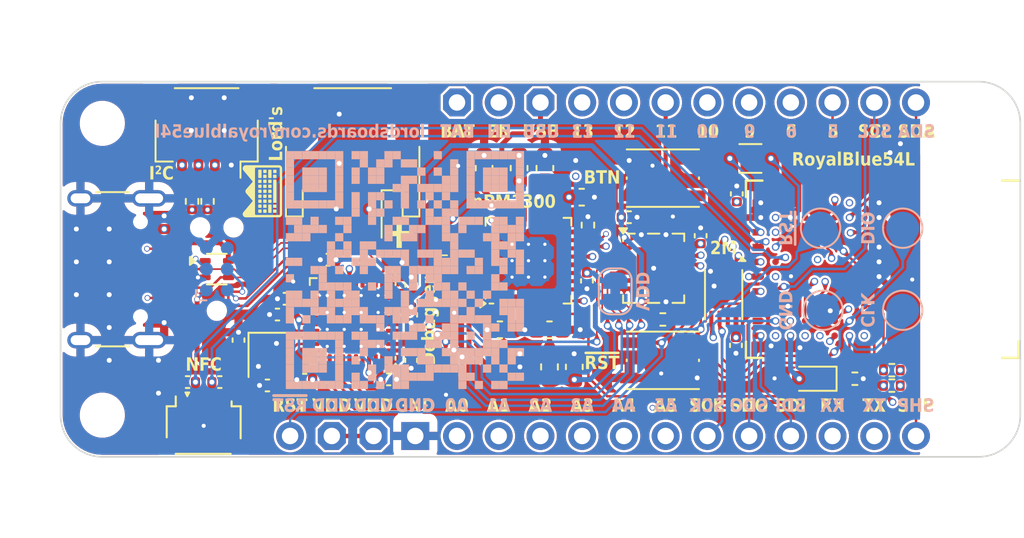
<source format=kicad_pcb>
(kicad_pcb
	(version 20241229)
	(generator "pcbnew")
	(generator_version "9.0")
	(general
		(thickness 1.6)
		(legacy_teardrops no)
	)
	(paper "A4")
	(layers
		(0 "F.Cu" signal)
		(4 "In1.Cu" signal)
		(6 "In2.Cu" signal)
		(8 "In3.Cu" signal)
		(10 "In4.Cu" signal)
		(12 "In5.Cu" signal)
		(14 "In6.Cu" signal)
		(2 "B.Cu" signal)
		(9 "F.Adhes" user "F.Adhesive")
		(11 "B.Adhes" user "B.Adhesive")
		(13 "F.Paste" user)
		(15 "B.Paste" user)
		(5 "F.SilkS" user "F.Silkscreen")
		(7 "B.SilkS" user "B.Silkscreen")
		(1 "F.Mask" user)
		(3 "B.Mask" user)
		(17 "Dwgs.User" user "User.Drawings")
		(19 "Cmts.User" user "User.Comments")
		(21 "Eco1.User" user "User.Eco1")
		(23 "Eco2.User" user "User.Eco2")
		(25 "Edge.Cuts" user)
		(27 "Margin" user)
		(31 "F.CrtYd" user "F.Courtyard")
		(29 "B.CrtYd" user "B.Courtyard")
		(35 "F.Fab" user)
		(33 "B.Fab" user)
		(39 "User.1" user)
		(41 "User.2" user)
		(43 "User.3" user)
		(45 "User.4" user)
		(47 "User.5" user)
		(49 "User.6" user)
		(51 "User.7" user)
		(53 "User.8" user)
		(55 "User.9" user)
	)
	(setup
		(stackup
			(layer "F.SilkS"
				(type "Top Silk Screen")
			)
			(layer "F.Paste"
				(type "Top Solder Paste")
			)
			(layer "F.Mask"
				(type "Top Solder Mask")
				(thickness 0.01)
			)
			(layer "F.Cu"
				(type "copper")
				(thickness 0.035)
			)
			(layer "dielectric 1"
				(type "prepreg")
				(thickness 0.1)
				(material "FR4")
				(epsilon_r 4.5)
				(loss_tangent 0.02)
			)
			(layer "In1.Cu"
				(type "copper")
				(thickness 0.035)
			)
			(layer "dielectric 2"
				(type "core")
				(thickness 0.3)
				(material "FR4")
				(epsilon_r 4.5)
				(loss_tangent 0.02)
			)
			(layer "In2.Cu"
				(type "copper")
				(thickness 0.035)
			)
			(layer "dielectric 3"
				(type "prepreg")
				(thickness 0.1)
				(material "FR4")
				(epsilon_r 4.5)
				(loss_tangent 0.02)
			)
			(layer "In3.Cu"
				(type "copper")
				(thickness 0.035)
			)
			(layer "dielectric 4"
				(type "core")
				(thickness 0.3)
				(material "FR4")
				(epsilon_r 4.5)
				(loss_tangent 0.02)
			)
			(layer "In4.Cu"
				(type "copper")
				(thickness 0.035)
			)
			(layer "dielectric 5"
				(type "prepreg")
				(thickness 0.1)
				(material "FR4")
				(epsilon_r 4.5)
				(loss_tangent 0.02)
			)
			(layer "In5.Cu"
				(type "copper")
				(thickness 0.035)
			)
			(layer "dielectric 6"
				(type "core")
				(thickness 0.3)
				(material "FR4")
				(epsilon_r 4.5)
				(loss_tangent 0.02)
			)
			(layer "In6.Cu"
				(type "copper")
				(thickness 0.035)
			)
			(layer "dielectric 7"
				(type "prepreg")
				(thickness 0.1)
				(material "FR4")
				(epsilon_r 4.5)
				(loss_tangent 0.02)
			)
			(layer "B.Cu"
				(type "copper")
				(thickness 0.035)
			)
			(layer "B.Mask"
				(type "Bottom Solder Mask")
				(thickness 0.01)
			)
			(layer "B.Paste"
				(type "Bottom Solder Paste")
			)
			(layer "B.SilkS"
				(type "Bottom Silk Screen")
			)
			(copper_finish "ENIG")
			(dielectric_constraints no)
		)
		(pad_to_mask_clearance 0)
		(allow_soldermask_bridges_in_footprints no)
		(tenting front back)
		(pcbplotparams
			(layerselection 0x00000000_00000000_5555555d_d7fff5ff)
			(plot_on_all_layers_selection 0x00000000_00000000_00000000_00000000)
			(disableapertmacros no)
			(usegerberextensions no)
			(usegerberattributes yes)
			(usegerberadvancedattributes yes)
			(creategerberjobfile yes)
			(dashed_line_dash_ratio 12.000000)
			(dashed_line_gap_ratio 3.000000)
			(svgprecision 4)
			(plotframeref no)
			(mode 1)
			(useauxorigin no)
			(hpglpennumber 1)
			(hpglpenspeed 20)
			(hpglpendiameter 15.000000)
			(pdf_front_fp_property_popups yes)
			(pdf_back_fp_property_popups yes)
			(pdf_metadata yes)
			(pdf_single_document no)
			(dxfpolygonmode yes)
			(dxfimperialunits yes)
			(dxfusepcbnewfont yes)
			(psnegative no)
			(psa4output no)
			(plot_black_and_white yes)
			(plotinvisibletext no)
			(sketchpadsonfab no)
			(plotpadnumbers no)
			(hidednponfab no)
			(sketchdnponfab yes)
			(crossoutdnponfab yes)
			(subtractmaskfromsilk no)
			(outputformat 1)
			(mirror no)
			(drillshape 0)
			(scaleselection 1)
			(outputdirectory "")
		)
	)
	(net 0 "")
	(net 1 "GND")
	(net 2 "unconnected-(J3-SBU1-PadA8)")
	(net 3 "unconnected-(J3-SBU2-PadB8)")
	(net 4 "/Debugger/USB.VBUS")
	(net 5 "/Debugger/nRF52_VDD")
	(net 6 "/Connectors/ANALOG.A3")
	(net 7 "/Connectors/SPI.SCK")
	(net 8 "/Connectors/ANALOG.A1")
	(net 9 "/Connectors/SPI.MISO")
	(net 10 "/Connectors/UART.RX")
	(net 11 "/Connectors/ANALOG.A2")
	(net 12 "/Connectors/SHPHLD")
	(net 13 "/Connectors/ANALOG.A4")
	(net 14 "/Connectors/SPI.MOSI")
	(net 15 "+BATT")
	(net 16 "/Connectors/ANALOG.A5")
	(net 17 "/Connectors/ANALOG.A0")
	(net 18 "/Connectors/UART.TX")
	(net 19 "/Connectors/ENABLE")
	(net 20 "/Connectors/DIG.D11")
	(net 21 "/Connectors/DIG.D9")
	(net 22 "/Connectors/I2C.SDA")
	(net 23 "/Connectors/I2C.SCL")
	(net 24 "/Connectors/DIG.D12")
	(net 25 "/Connectors/DIG.D6")
	(net 26 "/Connectors/DIG.D13")
	(net 27 "/Connectors/DIG.D5")
	(net 28 "VDD")
	(net 29 "Net-(U2-SW2)")
	(net 30 "/Connectors/DIG.D10")
	(net 31 "/Debugger/USB.CC2")
	(net 32 "unconnected-(U2-SW1-Pad3)")
	(net 33 "/Debugger/USB.CC1")
	(net 34 "/Debugger/D-")
	(net 35 "/nPM1300/VSYS")
	(net 36 "VBUS")
	(net 37 "/Debugger/D+")
	(net 38 "/nPM1300/NPM1300.SCL")
	(net 39 "Net-(U1-P1.01{slash}XL2)")
	(net 40 "/nPM1300/NPM1300.SDA")
	(net 41 "Net-(U1-P1.00{slash}XL1)")
	(net 42 "/Debugger/SWD_TRG.~{RESET}")
	(net 43 "unconnected-(U2-GPIO4-Pad11)")
	(net 44 "Net-(U2-VSET2)")
	(net 45 "unconnected-(U2-GPIO3-Pad10)")
	(net 46 "unconnected-(U2-GPIO2-Pad9)")
	(net 47 "Net-(D1-A)")
	(net 48 "Net-(D1-K)")
	(net 49 "unconnected-(J8-SWO-Pad6)")
	(net 50 "unconnected-(U3-IO1-Pad1)")
	(net 51 "Net-(U5-XC1)")
	(net 52 "Net-(U5-DEC1)")
	(net 53 "Net-(U5-XC2)")
	(net 54 "Net-(U5-DEC3)")
	(net 55 "Net-(U5-DEC4)")
	(net 56 "Net-(J8-SWDIO)")
	(net 57 "unconnected-(U5-P0.11-Pad7)")
	(net 58 "unconnected-(U5-P0.05{slash}AIN3-Pad5)")
	(net 59 "unconnected-(U5-P1.09-Pad6)")
	(net 60 "unconnected-(U5-P0.10{slash}NFC2-Pad23)")
	(net 61 "unconnected-(U5-P0.09{slash}NFC1-Pad22)")
	(net 62 "Net-(U5-DECUSB)")
	(net 63 "unconnected-(U5-P0.17-Pad15)")
	(net 64 "/Debugger/SWD_TRG.SWDIO")
	(net 65 "unconnected-(U5-DEC5{slash}NC-Pad21)")
	(net 66 "unconnected-(U5-P0.20-Pad17)")
	(net 67 "unconnected-(U5-P0.03{slash}AIN1-Pad31)")
	(net 68 "unconnected-(U5-P0.15-Pad14)")
	(net 69 "unconnected-(U5-DCC-Pad39)")
	(net 70 "unconnected-(U5-ANT-Pad24)")
	(net 71 "unconnected-(U5-P0.00{slash}XL1-Pad2)")
	(net 72 "unconnected-(U5-P0.04{slash}AIN2-Pad4)")
	(net 73 "Net-(J8-~{RESET})")
	(net 74 "Net-(J8-SWCLK)")
	(net 75 "unconnected-(U5-P0.01{slash}XL2-Pad3)")
	(net 76 "/nRF54L15/D3_FLASH")
	(net 77 "/nPM1300/NPM1300.INT")
	(net 78 "/nRF54L15/~{CS}_FLASH")
	(net 79 "Net-(D3-BK)")
	(net 80 "Net-(D3-RK)")
	(net 81 "Net-(D3-GK)")
	(net 82 "Net-(JP1-A)")
	(net 83 "Net-(J6-Pin_4)")
	(net 84 "Net-(J6-Pin_2)")
	(net 85 "unconnected-(J6-Pin_1-Pad1)")
	(net 86 "unconnected-(J6-Pin_5-Pad5)")
	(net 87 "unconnected-(J6-Pin_3-Pad3)")
	(net 88 "/nRF54L15/D2_FLASH")
	(net 89 "/Debugger/TRG_SWDCLK_NRF52")
	(net 90 "/Debugger/UART_TX_NRF52")
	(net 91 "/Debugger/TRG_SWDIO_NRF52")
	(net 92 "/Debugger/UART_RX_NRF52")
	(net 93 "/Debugger/TRG_~{RESET}_NRF52")
	(net 94 "/Debugger/SWD_TRG.SWDCLK")
	(footprint "MountingHole:MountingHole_2.5mm" (layer "F.Cu") (at 121.92 53.34))
	(footprint "Capacitor_SMD:C_0402_1005Metric" (layer "F.Cu") (at 100.65 41.28))
	(pad "2" smd roundrect
		(at 0.48 0)
		(size 0.56 0.62)
		(layers "F.Cu" "F.Mask" "F.Paste")
		(roundrect_rratio 0.25)
		(net 1 "GND")
		(pintype "passive")
		(teardrops
			(best_length_ratio 0.5)
			(max_length 1)
			(best_width_ratio 1)
			(max_width 2)
			(curved_edges no)filter_ratio 0.9)
		(enabled yes)
		(allow_two_segments yes)
		(prefer_zone_connections yes)
	)
	(uuid "954fd78b-8651-4ccc-942c-16ae54494df9")
)
(embedded_fonts no)
(model "${KICAD8_3DMODEL_DIR}/Capacitor_SMD.3dshapes/C_0402_1005Metric.wrl"
	(offset
		(xyz 0 0 0)
	)
	(scale
		(xyz 1 1 1)
	)
	(rotate
		(xyz 0 0 0)
	)
)
)
(footprint "Resistor_SMD:R_0402_1005Metric" (layer "F.Cu") (at 116.64 51.54 180))
(pad "2" smd roundrect
	(at 0.51 0 180)
	(size 0.54 0.64)
	(layers "F.Cu" "F.Mask" "F.Paste")
	(roundrect_rratio 0.25)
	(net 38 "/nPM1300/NPM1300.SCL")
	(pintype "passive")
	(teardrops
		(best_length_ratio 0.5)
		(max_length 1)
		(best_width_ratio 1)
		(max_width 2)
		(curved_edges no)filter_ratio 0.9)
	(enabled yes)
	(allow_two_segments yes)
	(prefer_zone_connections yes)
)
(uuid "94355551-c003-4def-be6e-341daa1b310b")
)
(embedded_fonts no)
(model "${KICAD8_3DMODEL_DIR}/Resistor_SMD.3dshapes/R_0402_1005Metric.wrl"
	(offset
		(xyz 0 0 0)
	)
	(scale
		(xyz 1 1 1)
	)
	(rotate
		(xyz 0 0 0)
	)
)
)
(footprint "Connector_JST:JST_PH_S2B-PH-SM4-TB_1x02-1MP_P2.00mm_Horizontal" (layer "F.Cu") (at 83.82 37.928 180))
(pad "2" smd roundrect
	(at 1 -2.85 180)
	(size 1 3.5)
	(layers "F.Cu" "F.Mask" "F.Paste")
	(roundrect_rratio 0.25)
	(net 1 "GND")
	(pinfunction "Pin_2")
	(pintype "passive")
	(teardrops
		(best_length_ratio 0.5)
		(max_length 1)
		(best_width_ratio 1)
		(max_width 2)
		(curved_edges no)filter_ratio 0.9)
	(enabled yes)
	(allow_two_segments yes)
	(prefer_zone_connections yes)
)
(uuid "73770648-6395-4b6e-9537-b316e9f23e21")
)
(pad "MP" smd roundrect
	(at -3.35 2.9 180)
	(size 1.5 3.4)
	(layers "F.Cu" "F.Mask" "F.Paste")
	(roundrect_rratio 0.166667)
	(net 1 "GND")
	(pinfunction "MountPin")
	(pintype "passive")
	(teardrops
		(best_length_ratio 0.5)
		(max_length 1)
		(best_width_ratio 1)
		(max_width 2)
		(curved_edges no)filter_ratio 0.9)
	(enabled yes)
	(allow_two_segments yes)
	(prefer_zone_connections yes)
)
(uuid "7fa4ae44-749f-4616-be8d-ac3712c406e3")
)
(pad "MP" smd roundrect
	(at 3.35 2.9 180)
	(size 1.5 3.4)
	(layers "F.Cu" "F.Mask" "F.Paste")
	(roundrect_rratio 0.166667)
	(net 1 "GND")
	(pinfunction "MountPin")
	(pintype "passive")
	(teardrops
		(best_length_ratio 0.5)
		(max_length 1)
		(best_width_ratio 1)
		(max_width 2)
		(curved_edges no)filter_ratio 0.9)
	(enabled yes)
	(allow_two_segments yes)
	(prefer_zone_connections yes)
)
(uuid "a3db9660-d643-4ca4-bed6-5fbd331ceadb")
)
(embedded_fonts no)
(model "/home/hlord/Documents/Kicad/easyeda2kicad/easyeda2kicad.3dshapes/CONN-SMD_AFC20-S02ACA-00.step"
	(offset
		(xyz 0 0 0)
	)
	(scale
		(xyz 1 1 1)
	)
	(rotate
		(xyz -0 -0 180)
	)
)
)
(footprint "nordic-lib-kicad-nrf54-modules:BM15x-LGA-45_15.8x10mm" (layer "F.Cu") (at 116.06 44.45 -90))
(footprint "Resistor_SMD:R_0402_1005Metric" (layer "F.Cu") (at 114.39 51.12))
(pad "2" smd roundrect
	(at 0.51 0)
	(size 0.54 0.64)
	(layers "F.Cu" "F.Mask" "F.Paste")
	(roundrect_rratio 0.25)
	(net 1 "GND")
	(pintype "passive")
	(teardrops
		(best_length_ratio 0.5)
		(max_length 1)
		(best_width_ratio 1)
		(max_width 2)
		(curved_edges no)filter_ratio 0.9)
	(enabled yes)
	(allow_two_segments yes)
	(prefer_zone_connections yes)
)
(uuid "0d11bc6a-c138-4b34-93af-94ba8c13d0b2")
)
(embedded_fonts no)
(model "${KICAD8_3DMODEL_DIR}/Resistor_SMD.3dshapes/R_0402_1005Metric.wrl"
	(offset
		(xyz 0 0 0)
	)
	(scale
		(xyz 1 1 1)
	)
	(rotate
		(xyz 0 0 0)
	)
)
)
(footprint "Capacitor_SMD:C_0402_1005Metric" (layer "F.Cu") (at 87.38 47.23 -90))
(pad "2" smd roundrect
	(at 0.48 0 270)
	(size 0.56 0.62)
	(layers "F.Cu" "F.Mask" "F.Paste")
	(roundrect_rratio 0.25)
	(net 1 "GND")
	(pintype "passive")
	(teardrops
		(best_length_ratio 0.5)
		(max_length 1)
		(best_width_ratio 1)
		(max_width 2)
		(curved_edges no)filter_ratio 0.9)
	(enabled yes)
	(allow_two_segments yes)
	(prefer_zone_connections yes)
)
(uuid "c1736543-f9fd-4f88-a4af-9832f49c2442")
)
(embedded_fonts no)
(model "${KICAD8_3DMODEL_DIR}/Capacitor_SMD.3dshapes/C_0402_1005Metric.wrl"
	(offset
		(xyz 0 0 0)
	)
	(scale
		(xyz 1 1 1)
	)
	(rotate
		(xyz 0 0 0)
	)
)
)
(footprint "Resistor_SMD:R_0402_1005Metric" (layer "F.Cu") (at 116.64 50.6 180))
(pad "2" smd roundrect
	(at 0.51 0 180)
	(size 0.54 0.64)
	(layers "F.Cu" "F.Mask" "F.Paste")
	(roundrect_rratio 0.25)
	(net 40 "/nPM1300/NPM1300.SDA")
	(pintype "passive")
	(teardrops
		(best_length_ratio 0.5)
		(max_length 1)
		(best_width_ratio 1)
		(max_width 2)
		(curved_edges no)filter_ratio 0.9)
	(enabled yes)
	(allow_two_segments yes)
	(prefer_zone_connections yes)
)
(uuid "a772cb5e-6884-42fd-9195-4adf5e19f321")
)
(embedded_fonts no)
(model "${KICAD8_3DMODEL_DIR}/Resistor_SMD.3dshapes/R_0402_1005Metric.wrl"
	(offset
		(xyz 0 0 0)
	)
	(scale
		(xyz 1 1 1)
	)
	(rotate
		(xyz 0 0 0)
	)
)
)
(footprint "LED_SMD:LED_Wurth_150044M155260" (layer "F.Cu") (at 89.82 44.45))
(pad "2" smd roundrect
	(at 0.4 -0.4)
	(size 0.4 0.4)
	(layers "F.Cu" "F.Mask" "F.Paste")
	(roundrect_rratio 0.25)
	(net 80 "Net-(D3-RK)")
	(pinfunction "RK")
	(pintype "passive")
	(teardrops
		(best_length_ratio 0.5)
		(max_length 1)
		(best_width_ratio 1)
		(max_width 2)
		(curved_edges no)filter_ratio 0.9)
	(enabled yes)
	(allow_two_segments yes)
	(prefer_zone_connections yes)
)
(uuid "5a38d6c8-ee54-4e72-8231-1079b31f29c1")
)
(pad "3" smd roundrect
	(at 0.4 0.4)
	(size 0.4 0.4)
	(layers "F.Cu" "F.Mask" "F.Paste")
	(roundrect_rratio 0.25)
	(net 81 "Net-(D3-GK)")
	(pinfunction "GK")
	(pintype "passive")
	(teardrops
		(best_length_ratio 0.5)
		(max_length 1)
		(best_width_ratio 1)
		(max_width 2)
		(curved_edges no)filter_ratio 0.9)
	(enabled yes)
	(allow_two_segments yes)
	(prefer_zone_connections yes)
)
(uuid "fc2e2214-ca34-46ec-a3cb-1385218774a1")
)
(pad "4" smd roundrect
	(at -0.4 0.4)
	(size 0.4 0.4)
	(layers "F.Cu" "F.Mask" "F.Paste")
	(roundrect_rratio 0.25)
	(net 79 "Net-(D3-BK)")
	(pinfunction "BK")
	(pintype "passive")
	(teardrops
		(best_length_ratio 0.5)
		(max_length 1)
		(best_width_ratio 1)
		(max_width 2)
		(curved_edges no)filter_ratio 0.9)
	(enabled yes)
	(allow_two_segments yes)
	(prefer_zone_connections yes)
)
(uuid "4ee4302e-2841-4b7b-96b7-fb6fb2f7a0fa")
)
(embedded_fonts no)
(model "${KICAD8_3DMODEL_DIR}/LED_SMD.3dshapes/LED_Wurth_150044M155260.wrl"
	(offset
		(xyz 0 0 0)
	)
	(scale
		(xyz 1 1 1)
	)
	(rotate
		(xyz 0 0 0)
	)
)
)
(footprint "Package_DFN_QFN:QFN-32-1EP_5x5mm_P0.5mm_EP3.6x3.6mm_ThermalVias" (layer "F.Cu") (at 94.52 43.93 90))
(pad "" smd custom
	(at -1.4 -0.5 90)
	(size 0.568298 0.568298)
	(layers "F.Paste")
	(options
		(clearance outline)
		(anchor circle)
	)
	(primitives
		(gr_poly
			(pts
				(xy -0.245807 -0.32643) (xy 0.182281 -0.32643) (xy 0.245807 -0.262904) (xy 0.245807 0.262904) (xy 0.182281 0.32643)
				(xy -0.245807 0.32643)
			)
			(width 0.153366)
			(fill yes)
		)
	)
	(teardrops
		(best_length_ratio 0.5)
		(max_length 1)
		(best_width_ratio 1)
		(max_width 2)
		(curved_edges no)filter_ratio 0.9)
	(enabled yes)
	(allow_two_segments yes)
	(prefer_zone_connections yes)
)
(uuid "6ae32fd4-4f10-4646-bdf2-c43b92004a5e")
)
(pad "" smd custom
	(at -1.4 0.5 90)
	(size 0.568298 0.568298)
	(layers "F.Paste")
	(options
		(clearance outline)
		(anchor circle)
	)
	(primitives
		(gr_poly
			(pts
				(xy -0.245807 -0.32643) (xy 0.182281 -0.32643) (xy 0.245807 -0.262904) (xy 0.245807 0.262904) (xy 0.182281 0.32643)
				(xy -0.245807 0.32643)
			)
			(width 0.153366)
			(fill yes)
		)
	)
	(teardrops
		(best_length_ratio 0.5)
		(max_length 1)
		(best_width_ratio 1)
		(max_width 2)
		(curved_edges no)filter_ratio 0.9)
	(enabled yes)
	(allow_two_segments yes)
	(prefer_zone_connections yes)
)
(uuid "7915ac76-c3f3-4140-bff4-500fb44e0dda")
)
(pad "" smd custom
	(at -1.4 1.4 90)
	(size 0.554596 0.554596)
	(layers "F.Paste")
	(options
		(clearance outline)
		(anchor circle)
	)
	(primitives
		(gr_poly
			(pts
				(xy -0.232106 -0.232106) (xy 0.157228 -0.232106) (xy 0.232106 -0.157228) (xy 0.232106 0.232106)
				(xy -0.232106 0.232106)
			)
			(width 0.180769)
			(fill yes)
		)
	)
	(teardrops
		(best_length_ratio 0.5)
		(max_length 1)
		(best_width_ratio 1)
		(max_width 2)
		(curved_edges no)filter_ratio 0.9)
	(enabled yes)
	(allow_two_segments yes)
	(prefer_zone_connections yes)
)
(uuid "6078c9b3-a252-4c1d-bae4-5a0ed9ed9e2d")
)
(pad "" smd custom
	(at -0.5 -1.4 90)
	(size 0.568298 0.568298)
	(layers "F.Paste")
	(options
		(clearance outline)
		(anchor circle)
	)
	(primitives
		(gr_poly
			(pts
				(xy -0.32643 -0.245807) (xy 0.32643 -0.245807) (xy 0.32643 0.182281) (xy 0.262904 0.245807) (xy -0.262904 0.245807)
				(xy -0.32643 0.182281)
			)
			(width 0.153366)
			(fill yes)
		)
	)
	(teardrops
		(best_length_ratio 0.5)
		(max_length 1)
		(best_width_ratio 1)
		(max_width 2)
		(curved_edges no)filter_ratio 0.9)
	(enabled yes)
	(allow_two_segments yes)
	(prefer_zone_connections yes)
)
(uuid "e94b8a96-bf05-47f1-981c-8679de1022f8")
)
(pad "" smd roundrect
	(at -0.5 -0.5 90)
	(size 0.806226 0.806226)
	(layers "F.Paste")
	(roundrect_rratio 0.25)
	(teardrops
		(best_length_ratio 0.5)
		(max_length 1)
		(best_width_ratio 1)
		(max_width 2)
		(curved_edges no)filter_ratio 0.9)
	(enabled yes)
	(allow_two_segments yes)
	(prefer_zone_connections yes)
)
(uuid "98089281-21ba-4250-8520-8d71d436d64c")
)
(pad "" smd roundrect
	(at -0.5 0.5 90)
	(size 0.806226 0.806226)
	(layers "F.Paste")
	(roundrect_rratio 0.25)
	(teardrops
		(best_length_ratio 0.5)
		(max_length 1)
		(best_width_ratio 1)
		(max_width 2)
		(curved_edges no)filter_ratio 0.9)
	(enabled yes)
	(allow_two_segments yes)
	(prefer_zone_connections yes)
)
(uuid "f415704b-74a6-495e-ae11-de9748e8223e")
)
(pad "" smd custom
	(at -0.5 1.4 90)
	(size 0.568298 0.568298)
	(layers "F.Paste")
	(options
		(clearance outline)
		(anchor circle)
	)
	(primitives
		(gr_poly
			(pts
				(xy -0.32643 -0.182281) (xy -0.262904 -0.245807) (xy 0.262904 -0.245807) (xy 0.32643 -0.182281)
				(xy 0.32643 0.245807) (xy -0.32643 0.245807)
			)
			(width 0.153366)
			(fill yes)
		)
	)
	(teardrops
		(best_length_ratio 0.5)
		(max_length 1)
		(best_width_ratio 1)
		(max_width 2)
		(curved_edges no)filter_ratio 0.9)
	(enabled yes)
	(allow_two_segments yes)
	(prefer_zone_connections yes)
)
(uuid "e0d65033-7721-4ebd-805e-08331539a84b")
)
(pad "" smd custom
	(at 0.5 -1.4 90)
	(size 0.568298 0.568298)
	(layers "F.Paste")
	(options
		(clearance outline)
		(anchor circle)
	)
	(primitives
		(gr_poly
			(pts
				(xy -0.32643 -0.245807) (xy 0.32643 -0.245807) (xy 0.32643 0.182281) (xy 0.262904 0.245807) (xy -0.262904 0.245807)
				(xy -0.32643 0.182281)
			)
			(width 0.153366)
			(fill yes)
		)
	)
	(teardrops
		(best_length_ratio 0.5)
		(max_length 1)
		(best_width_ratio 1)
		(max_width 2)
		(curved_edges no)filter_ratio 0.9)
	(enabled yes)
	(allow_two_segments yes)
	(prefer_zone_connections yes)
)
(uuid "635191b5-a85a-413a-958e-44e773956c30")
)
(pad "" smd roundrect
	(at 0.5 -0.5 90)
	(size 0.806226 0.806226)
	(layers "F.Paste")
	(roundrect_rratio 0.25)
	(teardrops
		(best_length_ratio 0.5)
		(max_length 1)
		(best_width_ratio 1)
		(max_width 2)
		(curved_edges no)filter_ratio 0.9)
	(enabled yes)
	(allow_two_segments yes)
	(prefer_zone_connections yes)
)
(uuid "38afaafd-a569-4276-a5c7-eef695ab60ef")
)
(pad "" smd roundrect
	(at 0.5 0.5 90)
	(size 0.806226 0.806226)
	(layers "F.Paste")
	(roundrect_rratio 0.25)
	(teardrops
		(best_length_ratio 0.5)
		(max_length 1)
		(best_width_ratio 1)
		(max_width 2)
		(curved_edges no)filter_ratio 0.9)
	(enabled yes)
	(allow_two_segments yes)
	(prefer_zone_connections yes)
)
(uuid "61470545-b212-44db-8c75-b2c14c5c8c03")
)
(pad "" smd custom
	(at 0.5 1.4 90)
	(size 0.568298 0.568298)
	(layers "F.Paste")
	(options
		(clearance outline)
		(anchor circle)
	)
	(primitives
		(gr_poly
			(pts
				(xy -0.32643 -0.182281) (xy -0.262904 -0.245807) (xy 0.262904 -0.245807) (xy 0.32643 -0.182281)
				(xy 0.32643 0.245807) (xy -0.32643 0.245807)
			)
			(width 0.153366)
			(fill yes)
		)
	)
	(teardrops
		(best_length_ratio 0.5)
		(max_length 1)
		(best_width_ratio 1)
		(max_width 2)
		(curved_edges no)filter_ratio 0.9)
	(enabled yes)
	(allow_two_segments yes)
	(prefer_zone_connections yes)
)
(uuid "9a86df90-900e-4899-acea-2c3a6768d274")
)
(pad "" smd custom
	(at 1.4 -1.4 90)
	(size 0.554596 0.554596)
	(layers "F.Paste")
	(options
		(clearance outline)
		(anchor circle)
	)
	(primitives
		(gr_poly
			(pts
				(xy -0.232106 -0.232106) (xy 0.232106 -0.232106) (xy 0.232106 0.232106) (xy -0.157228 0.232106)
				(xy -0.232106 0.157228)
			)
			(width 0.180769)
			(fill yes)
		)
	)
	(teardrops
		(best_length_ratio 0.5)
		(max_length 1)
		(best_width_ratio 1)
		(max_width 2)
		(curved_edges no)filter_ratio 0.9)
	(enabled yes)
	(allow_two_segments yes)
	(prefer_zone_connections yes)
)
(uuid "841fcca2-206e-49c6-955a-f426b00cd544")
)
(pad "" smd custom
	(at 1.4 -0.5 90)
	(size 0.568298 0.568298)
	(layers "F.Paste")
	(options
		(clearance outline)
		(anchor circle)
	)
	(primitives
		(gr_poly
			(pts
				(xy -0.245807 -0.262904) (xy -0.182281 -0.32643) (xy 0.245807 -0.32643) (xy 0.245807 0.32643) (xy -0.182281 0.32643)
				(xy -0.245807 0.262904)
			)
			(width 0.153366)
			(fill yes)
		)
	)
	(teardrops
		(best_length_ratio 0.5)
		(max_length 1)
		(best_width_ratio 1)
		(max_width 2)
		(curved_edges no)filter_ratio 0.9)
	(enabled yes)
	(allow_two_segments yes)
	(prefer_zone_connections yes)
)
(uuid "001cee5d-d07a-4ec5-a420-8bd57d371b1d")
)
(pad "" smd custom
	(at 1.4 0.5 90)
	(size 0.568298 0.568298)
	(layers "F.Paste")
	(options
		(clearance outline)
		(anchor circle)
	)
	(primitives
		(gr_poly
			(pts
				(xy -0.245807 -0.262904) (xy -0.182281 -0.32643) (xy 0.245807 -0.32643) (xy 0.245807 0.32643) (xy -0.182281 0.32643)
				(xy -0.245807 0.262904)
			)
			(width 0.153366)
			(fill yes)
		)
	)
	(teardrops
		(best_length_ratio 0.5)
		(max_length 1)
		(best_width_ratio 1)
		(max_width 2)
		(curved_edges no)filter_ratio 0.9)
	(enabled yes)
	(allow_two_segments yes)
	(prefer_zone_connections yes)
)
(uuid "fb3a64e4-09b7-497e-9304-4ca55b05716c")
)
(pad "" smd custom
	(at 1.4 1.4 90)
	(size 0.554596 0.554596)
	(layers "F.Paste")
	(options
		(clearance outline)
		(anchor circle)
	)
	(primitives
		(gr_poly
			(pts
				(xy -0.232106 -0.157228) (xy -0.157228 -0.232106) (xy 0.232106 -0.232106) (xy 0.232106 0.232106)
				(xy -0.232106 0.232106)
			)
			(width 0.180769)
			(fill yes)
		)
	)
	(teardrops
		(best_length_ratio 0.5)
		(max_length 1)
		(best_width_ratio 1)
		(max_width 2)
		(curved_edges no)filter_ratio 0.9)
	(enabled yes)
	(allow_two_segments yes)
	(prefer_zone_connections yes)
)
(uuid "fb7d49f7-def1-4d3f-a2ca-d97bd2591393")
)
(pad "1" smd roundrect
	(at -2.45 -1.75 90)
	(size 0.8 0.25)
	(layers "F.Cu" "F.Mask" "F.Paste")
	(roundrect_rratio 0.25)
	(net 35 "/nPM1300/VSYS")
	(pinfunction "VOUT1")
	(pintype "power_out")
	(teardrops
		(best_length_ratio 0.5)
		(max_length 1)
		(best_width_ratio 1)
		(max_width 2)
		(curved_edges no)filter_ratio 0.9)
	(enabled yes)
	(allow_two_segments yes)
	(prefer_zone_connections yes)
)
(uuid "f9740adb-5a22-4447-a14d-6209c54ee3a4")
)
(pad "2" smd roundrect
	(at -2.45 -1.25 90)
	(size 0.8 0.25)
	(layers "F.Cu" "F.Mask" "F.Paste")
	(roundrect_rratio 0.25)
	(net 1 "GND")
	(pinfunction "PVSS1")
	(pintype "power_in")
	(teardrops
		(best_length_ratio 0.5)
		(max_length 1)
		(best_width_ratio 1)
		(max_width 2)
		(curved_edges no)filter_ratio 0.9)
	(enabled yes)
	(allow_two_segments yes)
	(prefer_zone_connections yes)
)
(uuid "7eafa746-f548-4b6a-8343-60ef5446e11c")
)
(pad "3" smd roundrect
	(at -2.45 -0.75 90)
	(size 0.8 0.25)
	(layers "F.Cu" "F.Mask" "F.Paste")
	(roundrect_rratio 0.25)
	(net 32 "unconnected-(U2-SW1-Pad3)")
	(pinfunction "SW1")
	(pintype "passive+no_connect")
	(teardrops
		(best_length_ratio 0.5)
		(max_length 1)
		(best_width_ratio 1)
		(max_width 2)
		(curved_edges no)filter_ratio 0.9)
	(enabled yes)
	(allow_two_segments yes)
	(prefer_zone_connections yes)
)
(uuid "68424ea7-c8ec-48a0-aa59-46c84473dd55")
)
(pad "4" smd roundrect
	(at -2.45 -0.25 90)
	(size 0.8 0.25)
	(layers "F.Cu" "F.Mask" "F.Paste")
	(roundrect_rratio 0.25)
	(net 35 "/nPM1300/VSYS")
	(pinfunction "PVDD")
	(pintype "power_in")
	(teardrops
		(best_length_ratio 0.5)
		(max_length 1)
		(best_width_ratio 1)
		(max_width 2)
		(curved_edges no)filter_ratio 0.9)
	(enabled yes)
	(allow_two_segments yes)
	(prefer_zone_connections yes)
)
(uuid "6e24b361-43aa-4d8b-b45b-d8740f4a3879")
)
(pad "5" smd roundrect
	(at -2.45 0.25 90)
	(size 0.8 0.25)
	(layers "F.Cu" "F.Mask" "F.Paste")
	(roundrect_rratio 0.25)
	(net 29 "Net-(U2-SW2)")
	(pinfunction "SW2")
	(pintype "passive")
	(teardrops
		(best_length_ratio 0.5)
		(max_length 1)
		(best_width_ratio 1)
		(max_width 2)
		(curved_edges no)filter_ratio 0.9)
	(enabled yes)
	(allow_two_segments yes)
	(prefer_zone_connections yes)
)
(uuid "848bf6ed-0941-493b-99c9-8364081b39fe")
)
(pad "6" smd roundrect
	(at -2.45 0.75 90)
	(size 0.8 0.25)
	(layers "F.Cu" "F.Mask" "F.Paste")
	(roundrect_rratio 0.25)
	(net 1 "GND")
	(pinfunction "PVSS2")
	(pintype "power_in")
	(teardrops
		(best_length_ratio 0.5)
		(max_length 1)
		(best_width_ratio 1)
		(max_width 2)
		(curved_edges no)filter_ratio 0.9)
	(enabled yes)
	(allow_two_segments yes)
	(prefer_zone_connections yes)
)
(uuid "d7e2c3a0-4666-4472-a2ee-dc94ec9a2ba5")
)
(pad "7" smd roundrect
	(at -2.45 1.25 90)
	(size 0.8 0.25)
	(layers "F.Cu" "F.Mask" "F.Paste")
	(roundrect_rratio 0.25)
	(net 77 "/nPM1300/NPM1300.INT")
	(pinfunction "GPIO0")
	(pintype "bidirectional")
	(teardrops
		(best_length_ratio 0.5)
		(max_length 1)
		(best_width_ratio 1)
		(max_width 2)
		(curved_edges no)filter_ratio 0.9)
	(enabled yes)
	(allow_two_segments yes)
	(prefer_zone_connections yes)
)
(uuid "6081bf3b-6514-4658-bb07-7584e526553e")
)
(pad "8" smd roundrect
	(at -2.45 1.75 90)
	(size 0.8 0.25)
	(layers "F.Cu" "F.Mask" "F.Paste")
	(roundrect_rratio 0.25)
	(net 19 "/Connectors/ENABLE")
	(pinfunction "GPIO1")
	(pintype "bidirectional")
	(teardrops
		(best_length_ratio 0.5)
		(max_length 1)
		(best_width_ratio 1)
		(max_width 2)
		(curved_edges no)filter_ratio 0.9)
	(enabled yes)
	(allow_two_segments yes)
	(prefer_zone_connections yes)
)
(uuid "ed590f5f-abd4-418d-bd76-01fcf7225aed")
)
(pad "9" smd roundrect
	(at -1.75 2.45 90)
	(size 0.25 0.8)
	(layers "F.Cu" "F.Mask" "F.Paste")
	(roundrect_rratio 0.25)
	(net 46 "unconnected-(U2-GPIO2-Pad9)")
	(pinfunction "GPIO2")
	(pintype "bidirectional+no_connect")
	(teardrops
		(best_length_ratio 0.5)
		(max_length 1)
		(best_width_ratio 1)
		(max_width 2)
		(curved_edges no)filter_ratio 0.9)
	(enabled yes)
	(allow_two_segments yes)
	(prefer_zone_connections yes)
)
(uuid "c1aae16d-aaeb-4024-ab4b-b11ba2b7c525")
)
(pad "10" smd roundrect
	(at -1.25 2.45 90)
	(size 0.25 0.8)
	(layers "F.Cu" "F.Mask" "F.Paste")
	(roundrect_rratio 0.25)
	(net 45 "unconnected-(U2-GPIO3-Pad10)")
	(pinfunction "GPIO3")
	(pintype "bidirectional+no_connect")
	(teardrops
		(best_length_ratio 0.5)
		(max_length 1)
		(best_width_ratio 1)
		(max_width 2)
		(curved_edges no)filter_ratio 0.9)
	(enabled yes)
	(allow_two_segments yes)
	(prefer_zone_connections yes)
)
(uuid "6195dc46-c18d-4518-b916-e1240d7eeee4")
)
(pad "11" smd roundrect
	(at -0.75 2.45 90)
	(size 0.25 0.8)
	(layers "F.Cu" "F.Mask" "F.Paste")
	(roundrect_rratio 0.25)
	(net 43 "unconnected-(U2-GPIO4-Pad11)")
	(pinfunction "GPIO4")
	(pintype "bidirectional+no_connect")
	(teardrops
		(best_length_ratio 0.5)
		(max_length 1)
		(best_width_ratio 1)
		(max_width 2)
		(curved_edges no)filter_ratio 0.9)
	(enabled yes)
	(allow_two_segments yes)
	(prefer_zone_connections yes)
)
(uuid "0250f222-4f96-4f56-aa18-77afe82eea78")
)
(pad "12" smd roundrect
	(at -0.25 2.45 90)
	(size 0.25 0.8)
	(layers "F.Cu" "F.Mask" "F.Paste")
	(roundrect_rratio 0.25)
	(net 28 "VDD")
	(pinfunction "VDDIO")
	(pintype "power_in")
	(teardrops
		(best_length_ratio 0.5)
		(max_length 1)
		(best_width_ratio 1)
		(max_width 2)
		(curved_edges no)filter_ratio 0.9)
	(enabled yes)
	(allow_two_segments yes)
	(prefer_zone_connections yes)
)
(uuid "9847bf7d-bdb2-4c57-8980-31aa6c7687ed")
)
(pad "13" smd roundrect
	(at 0.25 2.45 90)
	(size 0.25 0.8)
	(layers "F.Cu" "F.Mask" "F.Paste")
	(roundrect_rratio 0.25)
	(net 40 "/nPM1300/NPM1300.SDA")
	(pinfunction "SDA")
	(pintype "bidirectional")
	(teardrops
		(best_length_ratio 0.5)
		(max_length 1)
		(best_width_ratio 1)
		(max_width 2)
		(curved_edges no)filter_ratio 0.9)
	(enabled yes)
	(allow_two_segments yes)
	(prefer_zone_connections yes)
)
(uuid "fc53e7e0-9807-4eb1-ac55-967705404508")
)
(pad "14" smd roundrect
	(at 0.75 2.45 90)
	(size 0.25 0.8)
	(layers "F.Cu" "F.Mask" "F.Paste")
	(roundrect_rratio 0.25)
	(net 38 "/nPM1300/NPM1300.SCL")
	(pinfunction "SCL")
	(pintype "bidirectional")
	(teardrops
		(best_length_ratio 0.5)
		(max_length 1)
		(best_width_ratio 1)
		(max_width 2)
		(curved_edges no)filter_ratio 0.9)
	(enabled yes)
	(allow_two_segments yes)
	(prefer_zone_connections yes)
)
(uuid "e9fec6f9-4bab-42fe-8aae-a9a05e8081a0")
)
(pad "15" smd roundrect
	(at 1.25 2.45 90)
	(size 0.25 0.8)
	(layers "F.Cu" "F.Mask" "F.Paste")
	(roundrect_rratio 0.25)
	(net 12 "/Connectors/SHPHLD")
	(pinfunction "SHPHLD")
	(pintype "input")
	(teardrops
		(best_length_ratio 0.5)
		(max_length 1)
		(best_width_ratio 1)
		(max_width 2)
		(curved_edges no)filter_ratio 0.9)
	(enabled yes)
	(allow_two_segments yes)
	(prefer_zone_connections yes)
)
(uuid "71102cac-0ef6-451e-9384-8f772dd889ca")
)
(pad "16" smd roundrect
	(at 1.75 2.45 90)
	(size 0.25 0.8)
	(layers "F.Cu" "F.Mask" "F.Paste")
	(roundrect_rratio 0.25)
	(net 44 "Net-(U2-VSET2)")
	(pinfunction "VSET2")
	(pintype "passive")
	(teardrops
		(best_length_ratio 0.5)
		(max_length 1)
		(best_width_ratio 1)
		(max_width 2)
		(curved_edges no)filter_ratio 0.9)
	(enabled yes)
	(allow_two_segments yes)
	(prefer_zone_connections yes)
)
(uuid "2b14d085-7caf-45ea-941d-60dae0d737cf")
)
(pad "17" smd roundrect
	(at 2.45 1.75 90)
	(size 0.8 0.25)
	(layers "F.Cu" "F.Mask" "F.Paste")
	(roundrect_rratio 0.25)
	(net 1 "GND")
	(pinfunction "VSET1")
	(pintype "passive")
	(teardrops
		(best_length_ratio 0.5)
		(max_length 1)
		(best_width_ratio 1)
		(max_width 2)
		(curved_edges no)filter_ratio 0.9)
	(enabled yes)
	(allow_two_segments yes)
	(prefer_zone_connections yes)
)
(uuid "366d73c6-ff7f-4b65-82cb-d1d5412cd3d4")
)
(pad "18" smd roundrect
	(at 2.45 1.25 90)
	(size 0.8 0.25)
	(layers "F.Cu" "F.Mask" "F.Paste")
	(roundrect_rratio 0.25)
	(net 1 "GND")
	(pinfunction "NTC")
	(pintype "passive")
	(teardrops
		(best_length_ratio 0.5)
		(max_length 1)
		(best_width_ratio 1)
		(max_width 2)
		(curved_edges no)filter_ratio 0.9)
	(enabled yes)
	(allow_two_segments yes)
	(prefer_zone_connections yes)
)
(uuid "2fd5ccd6-8d42-4439-918a-fa2a9f8a1351")
)
(pad "19" smd roundrect
	(at 2.45 0.75 90)
	(size 0.8 0.25)
	(layers "F.Cu" "F.Mask" "F.Paste")
	(roundrect_rratio 0.25)
	(net 15 "+BATT")
	(pinfunction "VBAT")
	(pintype "power_in")
	(teardrops
		(best_length_ratio 0.5)
		(max_length 1)
		(best_width_ratio 1)
		(max_width 2)
		(curved_edges no)filter_ratio 0.9)
	(enabled yes)
	(allow_two_segments yes)
	(prefer_zone_connections yes)
)
(uuid "2bcf6eb3-e930-4a26-b841-8e65cbc6c8c6")
)
(pad "20" smd roundrect
	(at 2.45 0.25 90)
	(size 0.8 0.25)
	(layers "F.Cu" "F.Mask" "F.Paste")
	(roundrect_rratio 0.25)
	(net 35 "/nPM1300/VSYS")
	(pinfunction "VSYS")
	(pintype "power_out")
	(teardrops
		(best_length_ratio 0.5)
		(max_length 1)
		(best_width_ratio 1)
		(max_width 2)
		(curved_edges no)filter_ratio 0.9)
	(enabled yes)
	(allow_two_segments yes)
	(prefer_zone_connections yes)
)
(uuid "b41970e3-6b88-4461-93b4-e2b27ad7b5f1")
)
(pad "21" smd roundrect
	(at 2.45 -0.25 90)
	(size 0.8 0.25)
	(layers "F.Cu" "F.Mask" "F.Paste")
	(roundrect_rratio 0.25)
	(net 4 "/Debugger/USB.VBUS")
	(pinfunction "VBUS")
	(pintype "power_in")
	(teardrops
		(best_length_ratio 0.5)
		(max_length 1)
		(best_width_ratio 1)
		(max_width 2)
		(curved_edges no)filter_ratio 0.9)
	(enabled yes)
	(allow_two_segments yes)
	(prefer_zone_connections yes)
)
(uuid "d634afd4-0b3a-4f4b-9d3c-1e091ed3e0f6")
)
(pad "22" smd roundrect
	(at 2.45 -0.75 90)
	(size 0.8 0.25)
	(layers "F.Cu" "F.Mask" "F.Paste")
	(roundrect_rratio 0.25)
	(net 36 "VBUS")
	(pinfunction "VBUSOUT")
	(pintype "power_out")
	(teardrops
		(best_length_ratio 0.5)
		(max_length 1)
		(best_width_ratio 1)
		(max_width 2)
		(curved_edges no)filter_ratio 0.9)
	(enabled yes)
	(allow_two_segments yes)
	(prefer_zone_connections yes)
)
(uuid "1ec857ea-f362-478c-a852-88fb62e565ab")
)
(pad "23" smd roundrect
	(at 2.45 -1.25 90)
	(size 0.8 0.25)
	(layers "F.Cu" "F.Mask" "F.Paste")
	(roundrect_rratio 0.25)
	(net 33 "/Debugger/USB.CC1")
	(pinfunction "CC1")
	(pintype "bidirectional")
	(teardrops
		(best_length_ratio 0.5)
		(max_length 1)
		(best_width_ratio 1)
		(max_width 2)
		(curved_edges no)filter_ratio 0.9)
	(enabled yes)
	(allow_two_segments yes)
	(prefer_zone_connections yes)
)
(uuid "09a20e97-b64a-437d-9047-ce4625d67e32")
)
(pad "24" smd roundrect
	(at 2.45 -1.75 90)
	(size 0.8 0.25)
	(layers "F.Cu" "F.Mask" "F.Paste")
	(roundrect_rratio 0.25)
	(net 31 "/Debugger/USB.CC2")
	(pinfunction "CC2")
	(pintype "bidirectional")
	(teardrops
		(best_length_ratio 0.5)
		(max_length 1)
		(best_width_ratio 1)
		(max_width 2)
		(curved_edges no)filter_ratio 0.9)
	(enabled yes)
	(allow_two_segments yes)
	(prefer_zone_connections yes)
)
(uuid "2910a64a-4bb5-4881-8bdb-74f58bc0a4a5")
)
(pad "25" smd roundrect
	(at 1.75 -2.45 90)
	(size 0.25 0.8)
	(layers "F.Cu" "F.Mask" "F.Paste")
	(roundrect_rratio 0.25)
	(net 80 "Net-(D3-RK)")
	(pinfunction "LED0")
	(pintype "open_collector")
	(teardrops
		(best_length_ratio 0.5)
		(max_length 1)
		(best_width_ratio 1)
		(max_width 2)
		(curved_edges no)filter_ratio 0.9)
	(enabled yes)
	(allow_two_segments yes)
	(prefer_zone_connections yes)
)
(uuid "8c4b8407-7a30-4e3e-8bac-0012be462302")
)
(pad "26" smd roundrect
	(at 1.25 -2.45 90)
	(size 0.25 0.8)
	(layers "F.Cu" "F.Mask" "F.Paste")
	(roundrect_rratio 0.25)
	(net 81 "Net-(D3-GK)")
	(pinfunction "LED1")
	(pintype "open_collector")
	(teardrops
		(best_length_ratio 0.5)
		(max_length 1)
		(best_width_ratio 1)
		(max_width 2)
		(curved_edges no)filter_ratio 0.9)
	(enabled yes)
	(allow_two_segments yes)
	(prefer_zone_connections yes)
)
(uuid "5e670cb1-3b99-4dc6-88c6-89ad5d302da0")
)
(pad "27" smd roundrect
	(at 0.75 -2.45 90)
	(size 0.25 0.8)
	(layers "F.Cu" "F.Mask" "F.Paste")
	(roundrect_rratio 0.25)
	(net 79 "Net-(D3-BK)")
	(pinfunction "LED2")
	(pintype "open_collector")
	(teardrops
		(best_length_ratio 0.5)
		(max_length 1)
		(best_width_ratio 1)
		(max_width 2)
		(curved_edges no)filter_ratio 0.9)
	(enabled yes)
	(allow_two_segments yes)
	(prefer_zone_connections yes)
)
(uuid "9c7e7b7a-6475-46a1-9c7b-a97585d9339b")
)
(pad "28" smd roundrect
	(at 0.25 -2.45 90)
	(size 0.25 0.8)
	(layers "F.Cu" "F.Mask" "F.Paste")
	(roundrect_rratio 0.25)
	(net 1 "GND")
	(pinfunction "LSIN1/VINLDO1")
	(pintype "input")
	(teardrops
		(best_length_ratio 0.5)
		(max_length 1)
		(best_width_ratio 1)
		(max_width 2)
		(curved_edges no)filter_ratio 0.9)
	(enabled yes)
	(allow_two_segments yes)
	(prefer_zone_connections yes)
)
(uuid "9d454222-8a0c-4454-975c-e290c2fe7b11")
)
(pad "29" smd roundrect
	(at -0.25 -2.45 90)
	(size 0.25 0.8)
	(layers "F.Cu" "F.Mask" "F.Paste")
	(roundrect_rratio 0.25)
	(net 1 "GND")
	(pinfunction "LSOUT1/VOUTLDO1")
	(pintype "output")
	(teardrops
		(best_length_ratio 0.5)
		(max_length 1)
		(best_width_ratio 1)
		(max_width 2)
		(curved_edges no)filter_ratio 0.9)
	(enabled yes)
	(allow_two_segments yes)
	(prefer_zone_connections yes)
)
(uuid "8ec94fb9-dda2-49f7-bfd5-5e708d4b74a7")
)
(pad "30" smd roundrect
	(at -0.75 -2.45 90)
	(size 0.25 0.8)
	(layers "F.Cu" "F.Mask" "F.Paste")
	(roundrect_rratio 0.25)
	(net 1 "GND")
	(pinfunction "LSIN2/VINLDO2")
	(pintype "input")
	(teardrops
		(best_length_ratio 0.5)
		(max_length 1)
		(best_width_ratio 1)
		(max_width 2)
		(curved_edges no)filter_ratio 0.9)
	(enabled yes)
	(allow_two_segments yes)
	(prefer_zone_connections yes)
)
(uuid "686aa543-f285-4943-bdd3-41f71190fc97")
)
(pad "31" smd roundrect
	(at -1.25 -2.45 90)
	(size 0.25 0.8)
	(layers "F.Cu" "F.Mask" "F.Paste")
	(roundrect_rratio 0.25)
	(net 1 "GND")
	(pinfunction "LSOUT2/VOUTLDO2")
	(pintype "output")
	(teardrops
		(best_length_ratio 0.5)
		(max_length 1)
		(best_width_ratio 1)
		(max_width 2)
		(curved_edges no)filter_ratio 0.9)
	(enabled yes)
	(allow_two_segments yes)
	(prefer_zone_connections yes)
)
(uuid "37badef9-18bb-4725-acd9-04e624c180b2")
)
(pad "32" smd roundrect
	(at -1.75 -2.45 90)
	(size 0.25 0.8)
	(layers "F.Cu" "F.Mask" "F.Paste")
	(roundrect_rratio 0.25)
	(net 82 "Net-(JP1-A)")
	(pinfunction "VOUT2")
	(pintype "power_out")
	(teardrops
		(best_length_ratio 0.5)
		(max_length 1)
		(best_width_ratio 1)
		(max_width 2)
		(curved_edges no)filter_ratio 0.9)
	(enabled yes)
	(allow_two_segments yes)
	(prefer_zone_connections yes)
)
(uuid "e83acef3-45ab-43a4-87be-3b993a5009f6")
)
(pad "33" thru_hole circle
	(at -1 -1 90)
	(size 0.5 0.5)
	(drill 0.2)
	(property pad_prop_heatsink)
	(layers "*.Cu" "In7.Cu" "In8.Cu" "In9.Cu" "In10.Cu" "In11.Cu" "In12.Cu"
		"In13.Cu" "In14.Cu" "In15.Cu" "In16.Cu" "In17.Cu" "In18.Cu" "In19.Cu" "In20.Cu"
		"In21.Cu" "In22.Cu" "In23.Cu" "In24.Cu" "In25.Cu" "In26.Cu" "In27.Cu" "In28.Cu"
		"In29.Cu" "In30.Cu"
	)
	(remove_unused_layers no)
	(net 1 "GND")
	(pinfunction "AVSS")
	(pintype "power_in")
	(teardrops
		(best_length_ratio 0.5)
		(max_length 1)
		(best_width_ratio 1)
		(max_width 2)
		(curved_edges no)filter_ratio 0.9)
	(enabled yes)
	(allow_two_segments yes)
	(prefer_zone_connections yes)
)
(uuid "b3c83326-5197-4566-9f2b-3198cd43224a")
)
(pad "33" thru_hole circle
	(at -1 0 90)
	(size 0.5 0.5)
	(drill 0.2)
	(property pad_prop_heatsink)
	(layers "*.Cu" "In7.Cu" "In8.Cu" "In9.Cu" "In10.Cu" "In11.Cu" "In12.Cu"
		"In13.Cu" "In14.Cu" "In15.Cu" "In16.Cu" "In17.Cu" "In18.Cu" "In19.Cu" "In20.Cu"
		"In21.Cu" "In22.Cu" "In23.Cu" "In24.Cu" "In25.Cu" "In26.Cu" "In27.Cu" "In28.Cu"
		"In29.Cu" "In30.Cu"
	)
	(remove_unused_layers no)
	(net 1 "GND")
	(pinfunction "AVSS")
	(pintype "power_in")
	(teardrops
		(best_length_ratio 0.5)
		(max_length 1)
		(best_width_ratio 1)
		(max_width 2)
		(curved_edges no)filter_ratio 0.9)
	(enabled yes)
	(allow_two_segments yes)
	(prefer_zone_connections yes)
)
(uuid "e70f5d4f-bca5-4c40-ae8e-5f04aba4be2a")
)
(pad "33" thru_hole circle
	(at -1 1 90)
	(size 0.5 0.5)
	(drill 0.2)
	(property pad_prop_heatsink)
	(layers "*.Cu" "In7.Cu" "In8.Cu" "In9.Cu" "In10.Cu" "In11.Cu" "In12.Cu"
		"In13.Cu" "In14.Cu" "In15.Cu" "In16.Cu" "In17.Cu" "In18.Cu" "In19.Cu" "In20.Cu"
		"In21.Cu" "In22.Cu" "In23.Cu" "In24.Cu" "In25.Cu" "In26.Cu" "In27.Cu" "In28.Cu"
		"In29.Cu" "In30.Cu"
	)
	(remove_unused_layers no)
	(net 1 "GND")
	(pinfunction "AVSS")
	(pintype "power_in")
	(teardrops
		(best_length_ratio 0.5)
		(max_length 1)
		(best_width_ratio 1)
		(max_width 2)
		(curved_edges no)filter_ratio 0.9)
	(enabled yes)
	(allow_two_segments yes)
	(prefer_zone_connections yes)
)
(uuid "601ac208-a50b-4f3d-bbd2-6966a0baf20b")
)
(pad "33" thru_hole circle
	(at 0 -1 90)
	(size 0.5 0.5)
	(drill 0.2)
	(property pad_prop_heatsink)
	(layers "*.Cu" "In7.Cu" "In8.Cu" "In9.Cu" "In10.Cu" "In11.Cu" "In12.Cu"
		"In13.Cu" "In14.Cu" "In15.Cu" "In16.Cu" "In17.Cu" "In18.Cu" "In19.Cu" "In20.Cu"
		"In21.Cu" "In22.Cu" "In23.Cu" "In24.Cu" "In25.Cu" "In26.Cu" "In27.Cu" "In28.Cu"
		"In29.Cu" "In30.Cu"
	)
	(remove_unused_layers no)
	(net 1 "GND")
	(pinfunction "AVSS")
	(pintype "power_in")
	(teardrops
		(best_length_ratio 0.5)
		(max_length 1)
		(best_width_ratio 1)
		(max_width 2)
		(curved_edges no)filter_ratio 0.9)
	(enabled yes)
	(allow_two_segments yes)
	(prefer_zone_connections yes)
)
(uuid "c7b8f28d-8a75-48be-b349-28006529c804")
)
(pad "33" thru_hole circle
	(at 0 0 90)
	(size 0.5 0.5)
	(drill 0.2)
	(property pad_prop_heatsink)
	(layers "*.Cu" "In7.Cu" "In8.Cu" "In9.Cu" "In10.Cu" "In11.Cu" "In12.Cu"
		"In13.Cu" "In14.Cu" "In15.Cu" "In16.Cu" "In17.Cu" "In18.Cu" "In19.Cu" "In20.Cu"
		"In21.Cu" "In22.Cu" "In23.Cu" "In24.Cu" "In25.Cu" "In26.Cu" "In27.Cu" "In28.Cu"
		"In29.Cu" "In30.Cu"
	)
	(remove_unused_layers no)
	(net 1 "GND")
	(pinfunction "AVSS")
	(pintype "power_in")
	(teardrops
		(best_length_ratio 0.5)
		(max_length 1)
		(best_width_ratio 1)
		(max_width 2)
		(curved_edges no)filter_ratio 0.9)
	(enabled yes)
	(allow_two_segments yes)
	(prefer_zone_connections yes)
)
(uuid "d9669fda-cc41-4b92-b98b-6ca6d0e7ed56")
)
(pad "33" smd rect
	(at 0 0 90)
	(size 2.5 2.5)
	(property pad_prop_heatsink)
	(layers "B.Cu")
	(net 1 "GND")
	(pinfunction "AVSS")
	(pintype "power_in")
	(zone_connect 2)
	(teardrops
		(best_length_ratio 0.5)
		(max_length 1)
		(best_width_ratio 1)
		(max_width 2)
		(curved_edges no)filter_ratio 0.9)
	(enabled yes)
	(allow_two_segments yes)
	(prefer_zone_connections yes)
)
(uuid "2487a95f-6459-4e18-a412-d317848a0052")
)
(pad "33" smd rect
	(at 0 0 90)
	(size 3.6 3.6)
	(property pad_prop_heatsink)
	(layers "F.Cu" "F.Mask")
	(net 1 "GND")
	(pinfunction "AVSS")
	(pintype "power_in")
	(zone_connect 2)
	(teardrops
		(best_length_ratio 0.5)
		(max_length 1)
		(best_width_ratio 1)
		(max_width 2)
		(curved_edges no)filter_ratio 0.9)
	(enabled yes)
	(allow_two_segments yes)
	(prefer_zone_connections yes)
)
(uuid "e82f98ab-f3df-40b3-aded-8914183018cb")
)
(pad "33" thru_hole circle
	(at 0 1 90)
	(size 0.5 0.5)
	(drill 0.2)
	(property pad_prop_heatsink)
	(layers "*.Cu" "In7.Cu" "In8.Cu" "In9.Cu" "In10.Cu" "In11.Cu" "In12.Cu"
		"In13.Cu" "In14.Cu" "In15.Cu" "In16.Cu" "In17.Cu" "In18.Cu" "In19.Cu" "In20.Cu"
		"In21.Cu" "In22.Cu" "In23.Cu" "In24.Cu" "In25.Cu" "In26.Cu" "In27.Cu" "In28.Cu"
		"In29.Cu" "In30.Cu"
	)
	(remove_unused_layers no)
	(net 1 "GND")
	(pinfunction "AVSS")
	(pintype "power_in")
	(teardrops
		(best_length_ratio 0.5)
		(max_length 1)
		(best_width_ratio 1)
		(max_width 2)
		(curved_edges no)filter_ratio 0.9)
	(enabled yes)
	(allow_two_segments yes)
	(prefer_zone_connections yes)
)
(uuid "5fa1c891-27ee-40c8-9f41-c00185b49aae")
)
(pad "33" thru_hole circle
	(at 1 -1 90)
	(size 0.5 0.5)
	(drill 0.2)
	(property pad_prop_heatsink)
	(layers "*.Cu" "In7.Cu" "In8.Cu" "In9.Cu" "In10.Cu" "In11.Cu" "In12.Cu"
		"In13.Cu" "In14.Cu" "In15.Cu" "In16.Cu" "In17.Cu" "In18.Cu" "In19.Cu" "In20.Cu"
		"In21.Cu" "In22.Cu" "In23.Cu" "In24.Cu" "In25.Cu" "In26.Cu" "In27.Cu" "In28.Cu"
		"In29.Cu" "In30.Cu"
	)
	(remove_unused_layers no)
	(net 1 "GND")
	(pinfunction "AVSS")
	(pintype "power_in")
	(teardrops
		(best_length_ratio 0.5)
		(max_length 1)
		(best_width_ratio 1)
		(max_width 2)
		(curved_edges no)filter_ratio 0.9)
	(enabled yes)
	(allow_two_segments yes)
	(prefer_zone_connections yes)
)
(uuid "8c575067-b92f-4496-bdc0-20409f7a1ad3")
)
(pad "33" thru_hole circle
	(at 1 0 90)
	(size 0.5 0.5)
	(drill 0.2)
	(property pad_prop_heatsink)
	(layers "*.Cu" "In7.Cu" "In8.Cu" "In9.Cu" "In10.Cu" "In11.Cu" "In12.Cu"
		"In13.Cu" "In14.Cu" "In15.Cu" "In16.Cu" "In17.Cu" "In18.Cu" "In19.Cu" "In20.Cu"
		"In21.Cu" "In22.Cu" "In23.Cu" "In24.Cu" "In25.Cu" "In26.Cu" "In27.Cu" "In28.Cu"
		"In29.Cu" "In30.Cu"
	)
	(remove_unused_layers no)
	(net 1 "GND")
	(pinfunction "AVSS")
	(pintype "power_in")
	(teardrops
		(best_length_ratio 0.5)
		(max_length 1)
		(best_width_ratio 1)
		(max_width 2)
		(curved_edges no)filter_ratio 0.9)
	(enabled yes)
	(allow_two_segments yes)
	(prefer_zone_connections yes)
)
(uuid "e953d065-ff57-4d14-a8ef-7a60c221431f")
)
(pad "33" thru_hole circle
	(at 1 1 90)
	(size 0.5 0.5)
	(drill 0.2)
	(property pad_prop_heatsink)
	(layers "*.Cu" "In7.Cu" "In8.Cu" "In9.Cu" "In10.Cu" "In11.Cu" "In12.Cu"
		"In13.Cu" "In14.Cu" "In15.Cu" "In16.Cu" "In17.Cu" "In18.Cu" "In19.Cu" "In20.Cu"
		"In21.Cu" "In22.Cu" "In23.Cu" "In24.Cu" "In25.Cu" "In26.Cu" "In27.Cu" "In28.Cu"
		"In29.Cu" "In30.Cu"
	)
	(remove_unused_layers no)
	(net 1 "GND")
	(pinfunction "AVSS")
	(pintype "power_in")
	(teardrops
		(best_length_ratio 0.5)
		(max_length 1)
		(best_width_ratio 1)
		(max_width 2)
		(curved_edges no)filter_ratio 0.9)
	(enabled yes)
	(allow_two_segments yes)
	(prefer_zone_connections yes)
)
(uuid "37c9ef14-1c24-4af4-9d11-a5a9e45dc1d4")
)
(embedded_fonts no)
(model "${KICAD8_3DMODEL_DIR}/Package_DFN_QFN.3dshapes/QFN-32-1EP_5x5mm_P0.5mm_EP3.3x3.3mm.wrl"
	(offset
		(xyz 0 0 0)
	)
	(scale
		(xyz 1 1 1)
	)
	(rotate
		(xyz 0 0 0)
	)
)
)
(footprint "LordsBoards-Symbol:LordsBoardsLogo_Small_Silk"
	(layer "F.Cu")
	(uuid "2bba928f-4f58-4c0b-b14b-0ae2fe0fab49")
	(at 77.123897 41.2875 90)
	(property "Reference" "LOGO1"
		(at 0 -0.5 90)
		(unlocked yes)
		(layer "F.SilkS")
		(hide yes)
		(uuid "f72dc820-46e7-4e6e-979c-c12bc0550bfd")
		(effects
			(font
				(size 1 1)
				(thickness 0.1)
			)
		)
	)
	(property "Value" "~"
		(at 0 1 90)
		(unlocked yes)
		(layer "F.Fab")
		(hide yes)
		(uuid "91c8a237-54cb-499a-8e60-f7645306b589")
		(effects
			(font
				(size 1 1)
				(thickness 0.15)
			)
		)
	)
	(property "Datasheet" ""
		(at 0 0 90)
		(unlocked yes)
		(layer "F.Fab")
		(hide yes)
		(uuid "210ffea9-d32e-49b5-804b-fda94b01b022")
		(effects
			(font
				(size 1 1)
				(thickness 0.15)
			)
		)
	)
	(property "Description" ""
		(at 0 0 90)
		(unlocked yes)
		(layer "F.Fab")
		(hide yes)
		(uuid "1ae13d4e-b3d6-4e93-8405-9996b78b0c9c")
		(effects
			(font
				(size 1 1)
				(thickness 0.15)
			)
		)
	)
	(path "/afba2e77-7d9e-4367-9c41-10eb8f992cbf")
	(sheetname "/")
	(sheetfile "RoyalBlue-nRF54L15.kicad_sch")
	(attr smd exclude_from_bom dnp)
	(fp_poly
		(pts
			(xy 2.260596 0.942001) (xy 2.262442 0.942141) (xy 2.26426 0.942373) (xy 2.26605 0.942693) (xy 2.267809 0.943099)
			(xy 2.269533 0.943589) (xy 2.271222 0.944161) (xy 2.272873 0.944812) (xy 2.274483 0.94554) (xy 2.276051 0.946343)
			(xy 2.277573 0.947219) (xy 2.279048 0.948165) (xy 2.280474 0.949179) (xy 2.281847 0.950259) (xy 2.283167 0.951402)
			(xy 2.284429 0.952606) (xy 2.285633 0.953868) (xy 2.286776 0.955188) (xy 2.287856 0.956561) (xy 2.28887 0.957987)
			(xy 2.289816 0.959462) (xy 2.290691 0.960984) (xy 2.291495 0.962552) (xy 2.292223 0.964162) (xy 2.292874 0.965813)
			(xy 2.293446 0.967502) (xy 2.293936 0.969226) (xy 2.294342 0.970985) (xy 2.294662 0.972774) (xy 2.294894 0.974593)
			(xy 2.295034 0.976439) (xy 2.295081 0.978308) (xy 2.295081 1.11161) (xy 2.295034 1.11348) (xy 2.294894 1.115325)
			(xy 2.294662 1.117144) (xy 2.294342 1.118934) (xy 2.293936 1.120692) (xy 2.293446 1.122417) (xy 2.292874 1.124106)
			(xy 2.292223 1.125757) (xy 2.291495 1.127367) (xy 2.290691 1.128934) (xy 2.289816 1.130457) (xy 2.28887 1.131932)
			(xy 2.287856 1.133357) (xy 2.286776 1.134731) (xy 2.285633 1.13605) (xy 2.284429 1.137313) (xy 2.283167 1.138517)
			(xy 2.281847 1.13966) (xy 2.280474 1.140739) (xy 2.279048 1.141753) (xy 2.277573 1.142699) (xy 2.276051 1.143575)
			(xy 2.274483 1.144378) (xy 2.272873 1.145107) (xy 2.271222 1.145758) (xy 2.269533 1.14633) (xy 2.267809 1.14682)
			(xy 2.26605 1.147226) (xy 2.26426 1.147546) (xy 2.262442 1.147777) (xy 2.260596 1.147918) (xy 2.258726 1.147965)
			(xy 2.125425 1.147965) (xy 2.123555 1.147918) (xy 2.121709 1.147777) (xy 2.119891 1.147546) (xy 2.118101 1.147226)
			(xy 2.116343 1.14682) (xy 2.114618 1.14633) (xy 2.112929 1.145758) (xy 2.111278 1.145107) (xy 2.109668 1.144378)
			(xy 2.108101 1.143575) (xy 2.106578 1.142699) (xy 2.105103 1.141753) (xy 2.103678 1.140739) (xy 2.102304 1.13966)
			(xy 2.100985 1.138517) (xy 2.099722 1.137313) (xy 2.098518 1.13605) (xy 2.097375 1.134731) (xy 2.096295 1.133357)
			(xy 2.095281 1.131932) (xy 2.094335 1.130457) (xy 2.09346 1.128934) (xy 2.092657 1.127367) (xy 2.091928 1.125757)
			(xy 2.091277 1.124106) (xy 2.090705 1.122417) (xy 2.090215 1.120692) (xy 2.089809 1.118934) (xy 2.089489 1.117144)
			(xy 2.089258 1.115325) (xy 2.089117 1.11348) (xy 2.08907 1.11161) (xy 2.08907 0.978308) (xy 2.089117 0.976439)
			(xy 2.089258 0.974593) (xy 2.089489 0.972774) (xy 2.089809 0.970985) (xy 2.090215 0.969226) (xy 2.090705 0.967502)
			(xy 2.091277 0.965813) (xy 2.091928 0.964162) (xy 2.092657 0.962552) (xy 2.09346 0.960984) (xy 2.094335 0.959462)
			(xy 2.095281 0.957987) (xy 2.096295 0.956561) (xy 2.097375 0.955188) (xy 2.098518 0.953868) (xy 2.099722 0.952606)
			(xy 2.100985 0.951402) (xy 2.102304 0.950259) (xy 2.103678 0.949179) (xy 2.105103 0.948165) (xy 2.106578 0.947219)
			(xy 2.108101 0.946343) (xy 2.109668 0.94554) (xy 2.111278 0.944812) (xy 2.112929 0.944161) (xy 2.114618 0.943589)
			(xy 2.116343 0.943099) (xy 2.118101 0.942693) (xy 2.119891 0.942373) (xy 2.121709 0.942141) (xy 2.123555 0.942001)
			(xy 2.125425 0.941954) (xy 2.258726 0.941954)
		)
		(stroke
			(width -0.000001)
			(type solid)
		)
		(fill yes)
		(layer "F.SilkS")
		(uuid "8f0c648a-8d3e-4d79-a4ca-b18a08355702")
	)
	(fp_poly
		(pts
			(xy 1.958971 0.946325) (xy 1.960817 0.946465) (xy 1.962636 0.946696) (xy 1.964425 0.947016) (xy 1.966184 0.947423)
			(xy 1.967908 0.947913) (xy 1.969597 0.948484) (xy 1.971248 0.949136) (xy 1.972858 0.949864) (xy 1.974426 0.950667)
			(xy 1.975948 0.951543) (xy 1.977423 0.952489) (xy 1.978849 0.953503) (xy 1.980222 0.954582) (xy 1.981542 0.955725)
			(xy 1.982804 0.956929) (xy 1.984008 0.958192) (xy 1.985151 0.959511) (xy 1.986231 0.960885) (xy 1.987245 0.96231)
			(xy 1.988191 0.963786) (xy 1.989066 0.965308) (xy 1.98987 0.966875) (xy 1.990598 0.968486) (xy 1.991249 0.970136)
			(xy 1.991821 0.971825) (xy 1.992311 0.97355) (xy 1.992717 0.975308) (xy 1.993037 0.977098) (xy 1.993269 0.978917)
			(xy 1.993409 0.980762) (xy 1.993456 0.982632) (xy 1.993456 1.115934) (xy 1.993409 1.117804) (xy 1.993269 1.119649)
			(xy 1.993037 1.121468) (xy 1.992717 1.123258) (xy 1.992311 1.125016) (xy 1.991821 1.126741) (xy 1.991249 1.12843)
			(xy 1.990598 1.13008) (xy 1.98987 1.131691) (xy 1.989066 1.133258) (xy 1.988191 1.134781) (xy 1.987245 1.136256)
			(xy 1.986231 1.137681) (xy 1.985151 1.139055) (xy 1.984008 1.140374) (xy 1.982804 1.141637) (xy 1.981542 1.142841)
			(xy 1.980222 1.143984) (xy 1.978849 1.145063) (xy 1.977423 1.146077) (xy 1.975948 1.147023) (xy 1.974426 1.147899)
			(xy 1.972858 1.148702) (xy 1.971248 1.14943) (xy 1.969597 1.150082) (xy 1.967908 1.150653) (xy 1.966184 1.151144)
			(xy 1.964425 1.15155) (xy 1.962636 1.15187) (xy 1.960817 1.152101) (xy 1.958971 1.152241) (xy 1.957101 1.152289)
			(xy 1.8238 1.152289) (xy 1.82193 1.152241) (xy 1.820084 1.152101) (xy 1.818266 1.15187) (xy 1.816476 1.15155)
			(xy 1.814718 1.151144) (xy 1.812993 1.150653) (xy 1.811304 1.150082) (xy 1.809653 1.14943) (xy 1.808043 1.148702)
			(xy 1.806476 1.147899) (xy 1.804953 1.147023) (xy 1.803478 1.146077) (xy 1.802053 1.145063) (xy 1.800679 1.143984)
			(xy 1.79936 1.142841) (xy 1.798097 1.141637) (xy 1.796893 1.140374) (xy 1.79575 1.139055) (xy 1.79467 1.137681)
			(xy 1.793657 1.136256) (xy 1.792711 1.134781) (xy 1.791835 1.133258) (xy 1.791032 1.131691) (xy 1.790303 1.13008)
			(xy 1.789652 1.12843) (xy 1.78908 1.126741) (xy 1.78859 1.125016) (xy 1.788184 1.123258) (xy 1.787864 1.121468)
			(xy 1.787633 1.119649) (xy 1.787492 1.117804) (xy 1.787445 1.115934) (xy 1.787445 0.982632) (xy 1.787492 0.980762)
			(xy 1.787633 0.978917) (xy 1.787864 0.977098) (xy 1.788184 0.975308) (xy 1.78859 0.97355) (xy 1.78908 0.971825)
			(xy 1.789652 0.970136) (xy 1.790303 0.968486) (xy 1.791032 0.966875) (xy 1.791835 0.965308) (xy 1.792711 0.963786)
			(xy 1.793657 0.96231) (xy 1.79467 0.960885) (xy 1.79575 0.959511) (xy 1.796893 0.958192) (xy 1.798097 0.956929)
			(xy 1.79936 0.955725) (xy 1.800679 0.954582) (xy 1.802053 0.953503) (xy 1.803478 0.952489) (xy 1.804953 0.951543)
			(xy 1.806476 0.950667) (xy 1.808043 0.949864) (xy 1.809653 0.949136) (xy 1.811304 0.948484) (xy 1.812993 0.947913)
			(xy 1.814718 0.947423) (xy 1.816476 0.947016) (xy 1.818266 0.946696) (xy 1.820084 0.946465) (xy 1.82193 0.946325)
			(xy 1.8238 0.946277) (xy 1.957101 0.946277)
		)
		(stroke
			(width -0.000001)
			(type solid)
		)
		(fill yes)
		(layer "F.SilkS")
		(uuid "4538d98b-7934-4f9b-8820-dc64dc2c0a79")
	)
	(fp_poly
		(pts
			(xy 1.65468 0.946325) (xy 1.656526 0.946465) (xy 1.658344 0.946696) (xy 1.660134 0.947016) (xy 1.661893 0.947423)
			(xy 1.663617 0.947913) (xy 1.665306 0.948484) (xy 1.666957 0.949136) (xy 1.668567 0.949864) (xy 1.670135 0.950667)
			(xy 1.671657 0.951543) (xy 1.673132 0.952489) (xy 1.674558 0.953503) (xy 1.675931 0.954582) (xy 1.67725 0.955725)
			(xy 1.678513 0.956929) (xy 1.679717 0.958192) (xy 1.68086 0.959511) (xy 1.68194 0.960885) (xy 1.682954 0.96231)
			(xy 1.6839 0.963786) (xy 1.684775 0.965308) (xy 1.685578 0.966875) (xy 1.686307 0.968486) (xy 1.686958 0.970136)
			(xy 1.68753 0.971825) (xy 1.68802 0.97355) (xy 1.688426 0.975308) (xy 1.688746 0.977098) (xy 1.688977 0.978917)
			(xy 1.689118 0.980762) (xy 1.689165 0.982632) (xy 1.689165 1.115934) (xy 1.689118 1.117804) (xy 1.688977 1.119649)
			(xy 1.688746 1.121468) (xy 1.688426 1.123258) (xy 1.68802 1.125016) (xy 1.68753 1.126741) (xy 1.686958 1.12843)
			(xy 1.686307 1.13008) (xy 1.685578 1.131691) (xy 1.684775 1.133258) (xy 1.6839 1.134781) (xy 1.682954 1.136256)
			(xy 1.68194 1.137681) (xy 1.68086 1.139055) (xy 1.679717 1.140374) (xy 1.678513 1.141637) (xy 1.67725 1.142841)
			(xy 1.675931 1.143984) (xy 1.674558 1.145063) (xy 1.673132 1.146077) (xy 1.671657 1.147023) (xy 1.670135 1.147899)
			(xy 1.668567 1.148702) (xy 1.666957 1.14943) (xy 1.665306 1.150082) (xy 1.663617 1.150653) (xy 1.661893 1.151144)
			(xy 1.660134 1.15155) (xy 1.658344 1.15187) (xy 1.656526 1.152101) (xy 1.65468 1.152241) (xy 1.65281 1.152289)
			(xy 1.519509 1.152289) (xy 1.517639 1.152241) (xy 1.515793 1.152101) (xy 1.513975 1.15187) (xy 1.512185 1.15155)
			(xy 1.510427 1.151144) (xy 1.508702 1.150653) (xy 1.507013 1.150082) (xy 1.505362 1.14943) (xy 1.503752 1.148702)
			(xy 1.502184 1.147899) (xy 1.500662 1.147023) (xy 1.499187 1.146077) (xy 1.497762 1.145063) (xy 1.496388 1.143984)
			(xy 1.495069 1.142841) (xy 1.493806 1.141637) (xy 1.492602 1.140374) (xy 1.491459 1.139055) (xy 1.490379 1.137681)
			(xy 1.489365 1.136256) (xy 1.488419 1.134781) (xy 1.487544 1.133258) (xy 1.486741 1.131691) (xy 1.486012 1.13008)
			(xy 1.485361 1.12843) (xy 1.484789 1.126741) (xy 1.484299 1.125016) (xy 1.483893 1.123258) (xy 1.483573 1.121468)
			(xy 1.483342 1.119649) (xy 1.483201 1.117804) (xy 1.483154 1.115934) (xy 1.483154 0.982632) (xy 1.483201 0.980762)
			(xy 1.483342 0.978917) (xy 1.483573 0.977098) (xy 1.483893 0.975308) (xy 1.484299 0.97355) (xy 1.484789 0.971825)
			(xy 1.485361 0.970136) (xy 1.486012 0.968486) (xy 1.486741 0.966875) (xy 1.487544 0.965308) (xy 1.488419 0.963786)
			(xy 1.489365 0.96231) (xy 1.490379 0.960885) (xy 1.491459 0.959511) (xy 1.492602 0.958192) (xy 1.493806 0.956929)
			(xy 1.495069 0.955725) (xy 1.496388 0.954582) (xy 1.497762 0.953503) (xy 1.499187 0.952489) (xy 1.500662 0.951543)
			(xy 1.502184 0.950667) (xy 1.503752 0.949864) (xy 1.505362 0.949136) (xy 1.507013 0.948484) (xy 1.508702 0.947913)
			(xy 1.510427 0.947423) (xy 1.512185 0.947016) (xy 1.513975 0.946696) (xy 1.515793 0.946465) (xy 1.517639 0.946325)
			(xy 1.519509 0.946277) (xy 1.65281 0.946277)
		)
		(stroke
			(width -0.000001)
			(type solid)
		)
		(fill yes)
		(layer "F.SilkS")
		(uuid "d0433911-a678-4542-bc49-9278583963b7")
	)
	(fp_poly
		(pts
			(xy 1.353055 0.946325) (xy 1.354901 0.946465) (xy 1.356719 0.946696) (xy 1.358509 0.947016) (xy 1.360268 0.947423)
			(xy 1.361992 0.947913) (xy 1.363681 0.948484) (xy 1.365332 0.949136) (xy 1.366942 0.949864) (xy 1.36851 0.950667)
			(xy 1.370032 0.951543) (xy 1.371507 0.952489) (xy 1.372933 0.953503) (xy 1.374306 0.954582) (xy 1.375625 0.955725)
			(xy 1.376888 0.956929) (xy 1.378092 0.958192) (xy 1.379235 0.959511) (xy 1.380315 0.960885) (xy 1.381329 0.96231)
			(xy 1.382275 0.963786) (xy 1.38315 0.965308) (xy 1.383954 0.966875) (xy 1.384682 0.968486) (xy 1.385333 0.970136)
			(xy 1.385905 0.971825) (xy 1.386395 0.97355) (xy 1.386801 0.975308) (xy 1.387121 0.977098) (xy 1.387353 0.978917)
			(xy 1.387493 0.980762) (xy 1.38754 0.982632) (xy 1.38754 1.115934) (xy 1.387493 1.117804) (xy 1.387353 1.119649)
			(xy 1.387121 1.121468) (xy 1.386801 1.123258) (xy 1.386395 1.125016) (xy 1.385905 1.126741) (xy 1.385333 1.12843)
			(xy 1.384682 1.13008) (xy 1.383954 1.131691) (xy 1.38315 1.133258) (xy 1.382275 1.134781) (xy 1.381329 1.136256)
			(xy 1.380315 1.137681) (xy 1.379235 1.139055) (xy 1.378092 1.140374) (xy 1.376888 1.141637) (xy 1.375625 1.142841)
			(xy 1.374306 1.143984) (xy 1.372933 1.145063) (xy 1.371507 1.146077) (xy 1.370032 1.147023) (xy 1.36851 1.147899)
			(xy 1.366942 1.148702) (xy 1.365332 1.14943) (xy 1.363681 1.150082) (xy 1.361992 1.150653) (xy 1.360268 1.151144)
			(xy 1.358509 1.15155) (xy 1.356719 1.15187) (xy 1.354901 1.152101) (xy 1.353055 1.152241) (xy 1.351185 1.152289)
			(xy 1.217884 1.152289) (xy 1.216014 1.152241) (xy 1.214168 1.152101) (xy 1.21235 1.15187) (xy 1.21056 1.15155)
			(xy 1.208802 1.151144) (xy 1.207077 1.150653) (xy 1.205388 1.150082) (xy 1.203737 1.14943) (xy 1.202127 1.148702)
			(xy 1.200559 1.147899) (xy 1.199037 1.147023) (xy 1.197562 1.146077) (xy 1.196137 1.145063) (xy 1.194763 1.143984)
			(xy 1.193444 1.142841) (xy 1.192181 1.141637) (xy 1.190977 1.140374) (xy 1.189834 1.139055) (xy 1.188754 1.137681)
			(xy 1.18774 1.136256) (xy 1.186794 1.134781) (xy 1.185919 1.133258) (xy 1.185116 1.131691) (xy 1.184387 1.13008)
			(xy 1.183736 1.12843) (xy 1.183164 1.126741) (xy 1.182674 1.125016) (xy 1.182268 1.123258) (xy 1.181948 1.121468)
			(xy 1.181717 1.119649) (xy 1.181576 1.117804) (xy 1.181529 1.115934) (xy 1.181529 0.982632) (xy 1.181576 0.980762)
			(xy 1.181717 0.978917) (xy 1.181948 0.977098) (xy 1.182268 0.975308) (xy 1.182674 0.97355) (xy 1.183164 0.971825)
			(xy 1.183736 0.970136) (xy 1.184387 0.968486) (xy 1.185116 0.966875) (xy 1.185919 0.965308) (xy 1.186794 0.963786)
			(xy 1.18774 0.96231) (xy 1.188754 0.960885) (xy 1.189834 0.959511) (xy 1.190977 0.958192) (xy 1.192181 0.956929)
			(xy 1.193444 0.955725) (xy 1.194763 0.954582) (xy 1.196137 0.953503) (xy 1.197562 0.952489) (xy 1.199037 0.951543)
			(xy 1.200559 0.950667) (xy 1.202127 0.949864) (xy 1.203737 0.949136) (xy 1.205388 0.948484) (xy 1.207077 0.947913)
			(xy 1.208802 0.947423) (xy 1.21056 0.947016) (xy 1.21235 0.946696) (xy 1.214168 0.946465) (xy 1.216014 0.946325)
			(xy 1.217884 0.946277) (xy 1.351185 0.946277)
		)
		(stroke
			(width -0.000001)
			(type solid)
		)
		(fill yes)
		(layer "F.SilkS")
		(uuid "9aaaf6ba-8436-4306-b254-5dbc7dd48296")
	)
	(fp_poly
		(pts
			(xy 1.050097 0.946325) (xy 1.051943 0.946465) (xy 1.053762 0.946696) (xy 1.055551 0.947016) (xy 1.05731 0.947423)
			(xy 1.059034 0.947913) (xy 1.060723 0.948484) (xy 1.062374 0.949136) (xy 1.063984 0.949864) (xy 1.065552 0.950667)
			(xy 1.067074 0.951543) (xy 1.068549 0.952489) (xy 1.069975 0.953503) (xy 1.071348 0.954582) (xy 1.072668 0.955725)
			(xy 1.07393 0.956929) (xy 1.075134 0.958192) (xy 1.076277 0.959511) (xy 1.077357 0.960885) (xy 1.078371 0.96231)
			(xy 1.079317 0.963786) (xy 1.080193 0.965308) (xy 1.080996 0.966875) (xy 1.081724 0.968486) (xy 1.082375 0.970136)
			(xy 1.082947 0.971825) (xy 1.083437 0.97355) (xy 1.083843 0.975308) (xy 1.084163 0.977098) (xy 1.084395 0.978917)
			(xy 1.084535 0.980762) (xy 1.084582 0.982632) (xy 1.084582 1.115934) (xy 1.084535 1.117804) (xy 1.084395 1.119649)
			(xy 1.084163 1.121468) (xy 1.083843 1.123258) (xy 1.083437 1.125016) (xy 1.082947 1.126741) (xy 1.082375 1.12843)
			(xy 1.081724 1.13008) (xy 1.080996 1.131691) (xy 1.080193 1.133258) (xy 1.079317 1.134781) (xy 1.078371 1.136256)
			(xy 1.077357 1.137681) (xy 1.076277 1.139055) (xy 1.075134 1.140374) (xy 1.07393 1.141637) (xy 1.072668 1.142841)
			(xy 1.071348 1.143984) (xy 1.069975 1.145063) (xy 1.068549 1.146077) (xy 1.067074 1.147023) (xy 1.065552 1.147899)
			(xy 1.063984 1.148702) (xy 1.062374 1.14943) (xy 1.060723 1.150082) (xy 1.059034 1.150653) (xy 1.05731 1.151144)
			(xy 1.055551 1.15155) (xy 1.053762 1.15187) (xy 1.051943 1.152101) (xy 1.050097 1.152241) (xy 1.048227 1.152289)
			(xy 0.914926 1.152289) (xy 0.913056 1.152241) (xy 0.911211 1.152101) (xy 0.909392 1.15187) (xy 0.907602 1.15155)
			(xy 0.905844 1.151144) (xy 0.904119 1.150653) (xy 0.90243 1.150082) (xy 0.900779 1.14943) (xy 0.899169 1.148702)
			(xy 0.897602 1.147899) (xy 0.896079 1.147023) (xy 0.894604 1.146077) (xy 0.893179 1.145063) (xy 0.891805 1.143984)
			(xy 0.890486 1.142841) (xy 0.889223 1.141637) (xy 0.888019 1.140374) (xy 0.886876 1.139055) (xy 0.885796 1.137681)
			(xy 0.884783 1.136256) (xy 0.883837 1.134781) (xy 0.882961 1.133258) (xy 0.882158 1.131691) (xy 0.881429 1.13008)
			(xy 0.880778 1.12843) (xy 0.880206 1.126741) (xy 0.879716 1.125016) (xy 0.87931 1.123258) (xy 0.87899 1.121468)
			(xy 0.878759 1.119649) (xy 0.878618 1.117804) (xy 0.878571 1.115934) (xy 0.878571 0.982632) (xy 0.878618 0.980762)
			(xy 0.878759 0.978917) (xy 0.87899 0.977098) (xy 0.87931 0.975308) (xy 0.879716 0.97355) (xy 0.880206 0.971825)
			(xy 0.880778 0.970136) (xy 0.881429 0.968486) (xy 0.882158 0.966875) (xy 0.882961 0.965308) (xy 0.883837 0.963786)
			(xy 0.884783 0.96231) (xy 0.885796 0.960885) (xy 0.886876 0.959511) (xy 0.888019 0.958192) (xy 0.889223 0.956929)
			(xy 0.890486 0.955725) (xy 0.891805 0.954582) (xy 0.893179 0.953503) (xy 0.894604 0.952489) (xy 0.896079 0.951543)
			(xy 0.897602 0.950667) (xy 0.899169 0.949864) (xy 0.900779 0.949136) (xy 0.90243 0.948484) (xy 0.904119 0.947913)
			(xy 0.905844 0.947423) (xy 0.907602 0.947016) (xy 0.909392 0.946696) (xy 0.911211 0.946465) (xy 0.913056 0.946325)
			(xy 0.914926 0.946277) (xy 1.048227 0.946277)
		)
		(stroke
			(width -0.000001)
			(type solid)
		)
		(fill yes)
		(layer "F.SilkS")
		(uuid "b259d0f2-9503-4450-9c4b-ef79f42c5982")
	)
	(fp_poly
		(pts
			(xy 0.74847 0.946325) (xy 0.750315 0.946465) (xy 0.752134 0.946696) (xy 0.753924 0.947016) (xy 0.755682 0.947423)
			(xy 0.757407 0.947913) (xy 0.759096 0.948484) (xy 0.760747 0.949136) (xy 0.762357 0.949864) (xy 0.763924 0.950667)
			(xy 0.765447 0.951543) (xy 0.766922 0.952489) (xy 0.768347 0.953503) (xy 0.769721 0.954582) (xy 0.77104 0.955725)
			(xy 0.772303 0.956929) (xy 0.773507 0.958192) (xy 0.77465 0.959511) (xy 0.775729 0.960885) (xy 0.776743 0.96231)
			(xy 0.777689 0.963786) (xy 0.778565 0.965308) (xy 0.779368 0.966875) (xy 0.780097 0.968486) (xy 0.780748 0.970136)
			(xy 0.78132 0.971825) (xy 0.78181 0.97355) (xy 0.782216 0.975308) (xy 0.782536 0.977098) (xy 0.782767 0.978917)
			(xy 0.782908 0.980762) (xy 0.782955 0.982632) (xy 0.782955 1.115934) (xy 0.782908 1.117804) (xy 0.782767 1.119649)
			(xy 0.782536 1.121468) (xy 0.782216 1.123258) (xy 0.78181 1.125016) (xy 0.78132 1.126741) (xy 0.780748 1.12843)
			(xy 0.780097 1.13008) (xy 0.779368 1.131691) (xy 0.778565 1.133258) (xy 0.777689 1.134781) (xy 0.776743 1.136256)
			(xy 0.775729 1.137681) (xy 0.77465 1.139055) (xy 0.773507 1.140374) (xy 0.772303 1.141637) (xy 0.77104 1.142841)
			(xy 0.769721 1.143984) (xy 0.768347 1.145063) (xy 0.766922 1.146077) (xy 0.765447 1.147023) (xy 0.763924 1.147899)
			(xy 0.762357 1.148702) (xy 0.760747 1.14943) (xy 0.759096 1.150082) (xy 0.757407 1.150653) (xy 0.755682 1.151144)
			(xy 0.753924 1.15155) (xy 0.752134 1.15187) (xy 0.750315 1.152101) (xy 0.74847 1.152241) (xy 0.7466 1.152289)
			(xy 0.613298 1.152289) (xy 0.611429 1.152241) (xy 0.609583 1.152101) (xy 0.607764 1.15187) (xy 0.605975 1.15155)
			(xy 0.604216 1.151144) (xy 0.602491 1.150653) (xy 0.600803 1.150082) (xy 0.599152 1.14943) (xy 0.597542 1.148702)
			(xy 0.595974 1.147899) (xy 0.594452 1.147023) (xy 0.592977 1.146077) (xy 0.591551 1.145063) (xy 0.590178 1.143984)
			(xy 0.588858 1.142841) (xy 0.587596 1.141637) (xy 0.586391 1.140374) (xy 0.585249 1.139055) (xy 0.584169 1.137681)
			(xy 0.583155 1.136256) (xy 0.582209 1.134781) (xy 0.581333 1.133258) (xy 0.58053 1.131691) (xy 0.579802 1.13008)
			(xy 0.579151 1.12843) (xy 0.578579 1.126741) (xy 0.578089 1.125016) (xy 0.577683 1.123258) (xy 0.577363 1.121468)
			(xy 0.577131 1.119649) (xy 0.576991 1.117804) (xy 0.576944 1.115934) (xy 0.576944 0.982632) (xy 0.576991 0.980762)
			(xy 0.577131 0.978917) (xy 0.577363 0.977098) (xy 0.577683 0.975308) (xy 0.578089 0.97355) (xy 0.578579 0.971825)
			(xy 0.579151 0.970136) (xy 0.579802 0.968486) (xy 0.58053 0.966875) (xy 0.581333 0.965308) (xy 0.582209 0.963786)
			(xy 0.583155 0.96231) (xy 0.584169 0.960885) (xy 0.585249 0.959511) (xy 0.586391 0.958192) (xy 0.587596 0.956929)
			(xy 0.588858 0.955725) (xy 0.590178 0.954582) (xy 0.591551 0.953503) (xy 0.592977 0.952489) (xy 0.594452 0.951543)
			(xy 0.595974 0.950667) (xy 0.597542 0.949864) (xy 0.599152 0.949136) (xy 0.600803 0.948484) (xy 0.602491 0.947913)
			(xy 0.604216 0.947423) (xy 0.605975 0.947016) (xy 0.607764 0.946696) (xy 0.609583 0.946465) (xy 0.611429 0.946325)
			(xy 0.613298 0.946277) (xy 0.7466 0.946277)
		)
		(stroke
			(width -0.000001)
			(type solid)
		)
		(fill yes)
		(layer "F.SilkS")
		(uuid "2b45a462-6c8a-4b61-ac2f-80a02dd56c9a")
	)
	(fp_poly
		(pts
			(xy 0.444181 0.946325) (xy 0.446027 0.946465) (xy 0.447846 0.946696) (xy 0.449635 0.947016) (xy 0.451394 0.947423)
			(xy 0.453118 0.947913) (xy 0.454807 0.948484) (xy 0.456458 0.949136) (xy 0.458068 0.949864) (xy 0.459636 0.950667)
			(xy 0.461158 0.951543) (xy 0.462633 0.952489) (xy 0.464059 0.953503) (xy 0.465432 0.954582) (xy 0.466752 0.955725)
			(xy 0.468014 0.956929) (xy 0.469218 0.958192) (xy 0.470361 0.959511) (xy 0.471441 0.960885) (xy 0.472455 0.96231)
			(xy 0.473401 0.963786) (xy 0.474276 0.965308) (xy 0.47508 0.966875) (xy 0.475808 0.968486) (xy 0.476459 0.970136)
			(xy 0.477031 0.971825) (xy 0.477521 0.97355) (xy 0.477927 0.975308) (xy 0.478247 0.977098) (xy 0.478479 0.978917)
			(xy 0.478619 0.980762) (xy 0.478666 0.982632) (xy 0.478666 1.115934) (xy 0.478619 1.117804) (xy 0.478479 1.119649)
			(xy 0.478247 1.121468) (xy 0.477927 1.123258) (xy 0.477521 1.125016) (xy 0.477031 1.126741) (xy 0.476459 1.12843)
			(xy 0.475808 1.13008) (xy 0.47508 1.131691) (xy 0.474276 1.133258) (xy 0.473401 1.134781) (xy 0.472455 1.136256)
			(xy 0.471441 1.137681) (xy 0.470361 1.139055) (xy 0.469218 1.140374) (xy 0.468014 1.141637) (xy 0.466752 1.142841)
			(xy 0.465432 1.143984) (xy 0.464059 1.145063) (xy 0.462633 1.146077) (xy 0.461158 1.147023) (xy 0.459636 1.147899)
			(xy 0.458068 1.148702) (xy 0.456458 1.14943) (xy 0.454807 1.150082) (xy 0.453118 1.150653) (xy 0.451394 1.151144)
			(xy 0.449635 1.15155) (xy 0.447846 1.15187) (xy 0.446027 1.152101) (xy 0.444181 1.152241) (xy 0.442311 1.152289)
			(xy 0.30901 1.152289) (xy 0.30714 1.152241) (xy 0.305295 1.152101) (xy 0.303476 1.15187) (xy 0.301686 1.15155)
			(xy 0.299928 1.151144) (xy 0.298203 1.150653) (xy 0.296514 1.150082) (xy 0.294863 1.14943) (xy 0.293253 1.148702)
			(xy 0.291686 1.147899) (xy 0.290163 1.147023) (xy 0.288688 1.146077) (xy 0.287263 1.145063) (xy 0.285889 1.143984)
			(xy 0.28457 1.142841) (xy 0.283307 1.141637) (xy 0.282103 1.140374) (xy 0.28096 1.139055) (xy 0.27988 1.137681)
			(xy 0.278867 1.136256) (xy 0.277921 1.134781) (xy 0.277045 1.133258) (xy 0.276242 1.131691) (xy 0.275513 1.13008)
			(xy 0.274862 1.12843) (xy 0.27429 1.126741) (xy 0.2738 1.125016) (xy 0.273394 1.123258) (xy 0.273074 1.121468)
			(xy 0.272843 1.119649) (xy 0.272702 1.117804) (xy 0.272655 1.115934) (xy 0.272655 0.982632) (xy 0.272702 0.980762)
			(xy 0.272843 0.978917) (xy 0.273074 0.977098) (xy 0.273394 0.975308) (xy 0.2738 0.97355) (xy 0.27429 0.971825)
			(xy 0.274862 0.970136) (xy 0.275513 0.968486) (xy 0.276242 0.966875) (xy 0.277045 0.965308) (xy 0.277921 0.963786)
			(xy 0.278867 0.96231) (xy 0.27988 0.960885) (xy 0.28096 0.959511) (xy 0.282103 0.958192) (xy 0.283307 0.956929)
			(xy 0.28457 0.955725) (xy 0.285889 0.954582) (xy 0.287263 0.953503) (xy 0.288688 0.952489) (xy 0.290163 0.951543)
			(xy 0.291686 0.950667) (xy 0.293253 0.949864) (xy 0.294863 0.949136) (xy 0.296514 0.948484) (xy 0.298203 0.947913)
			(xy 0.299928 0.947423) (xy 0.301686 0.947016) (xy 0.303476 0.946696) (xy 0.305295 0.946465) (xy 0.30714 0.946325)
			(xy 0.30901 0.946277) (xy 0.442311 0.946277)
		)
		(stroke
			(width -0.000001)
			(type solid)
		)
		(fill yes)
		(layer "F.SilkS")
		(uuid "09b19387-dc96-4eb5-8845-6de90b4f20a9")
	)
	(fp_poly
		(pts
			(xy 2.867845 1.249285) (xy 2.869691 1.249425) (xy 2.871509 1.249657) (xy 2.873299 1.249977) (xy 2.875058 1.250383)
			(xy 2.876782 1.250873) (xy 2.878471 1.251445) (xy 2.880122 1.252096) (xy 2.881732 1.252824) (xy 2.8833 1.253628)
			(xy 2.884822 1.254503) (xy 2.886297 1.255449) (xy 2.887723 1.256463) (xy 2.889096 1.257543) (xy 2.890416 1.258686)
			(xy 2.891678 1.25989) (xy 2.892882 1.261153) (xy 2.894025 1.262472) (xy 2.895105 1.263845) (xy 2.896119 1.265271)
			(xy 2.897065 1.266746) (xy 2.89794 1.268268) (xy 2.898744 1.269836) (xy 2.899472 1.271446) (xy 2.900123 1.273097)
			(xy 2.900695 1.274786) (xy 2.901185 1.27651) (xy 2.901591 1.278269) (xy 2.901911 1.280059) (xy 2.902143 1.281877)
			(xy 2.902283 1.283723) (xy 2.90233 1.285593) (xy 2.90233 1.418894) (xy 2.902283 1.420764) (xy 2.902143 1.42261)
			(xy 2.901911 1.424428) (xy 2.901591 1.426218) (xy 2.901185 1.427976) (xy 2.900695 1.429701) (xy 2.900123 1.43139)
			(xy 2.899472 1.433041) (xy 2.898744 1.434651) (xy 2.89794 1.436219) (xy 2.897065 1.437741) (xy 2.896119 1.439216)
			(xy 2.895105 1.440641) (xy 2.894025 1.442015) (xy 2.892882 1.443334) (xy 2.891678 1.444597) (xy 2.890416 1.445801)
			(xy 2.889096 1.446944) (xy 2.887723 1.448024) (xy 2.886297 1.449038) (xy 2.884822 1.449984) (xy 2.8833 1.450859)
			(xy 2.881732 1.451662) (xy 2.880122 1.452391) (xy 2.878471 1.453042) (xy 2.876782 1.453614) (xy 2.875058 1.454104)
			(xy 2.873299 1.45451) (xy 2.871509 1.45483) (xy 2.869691 1.455061) (xy 2.867845 1.455202) (xy 2.865975 1.455249)
			(xy 2.732674 1.455249) (xy 2.730804 1.455202) (xy 2.728959 1.455061) (xy 2.72714 1.45483) (xy 2.72535 1.45451)
			(xy 2.723592 1.454104) (xy 2.721867 1.453614) (xy 2.720178 1.453042) (xy 2.718527 1.452391) (xy 2.716917 1.451662)
			(xy 2.71535 1.450859) (xy 2.713827 1.449984) (xy 2.712352 1.449038) (xy 2.710927 1.448024) (xy 2.709553 1.446944)
			(xy 2.708234 1.445801) (xy 2.706971 1.444597) (xy 2.705767 1.443334) (xy 2.704624 1.442015) (xy 2.703544 1.440641)
			(xy 2.70253 1.439216) (xy 2.701585 1.437741) (xy 2.700709 1.436219) (xy 2.699906 1.434651) (xy 2.699177 1.433041)
			(xy 2.698526 1.43139) (xy 2.697954 1.429701) (xy 2.697464 1.427976) (xy 2.697058 1.426218) (xy 2.696738 1.424428)
			(xy 2.696507 1.42261) (xy 2.696366 1.420764) (xy 2.696319 1.418894) (xy 2.696319 1.285593) (xy 2.696366 1.283723)
			(xy 2.696507 1.281877) (xy 2.696738 1.280059) (xy 2.697058 1.278269) (xy 2.697464 1.27651) (xy 2.697954 1.274786)
			(xy 2.698526 1.273097) (xy 2.699177 1.271446) (xy 2.699906 1.269836) (xy 2.700709 1.268268) (xy 2.701585 1.266746)
			(xy 2.70253 1.265271) (xy 2.703544 1.263845) (xy 2.704624 1.262472) (xy 2.705767 1.261153) (xy 2.706971 1.25989)
			(xy 2.708234 1.258686) (xy 2.709553 1.257543) (xy 2.710927 1.256463) (xy 2.712352 1.255449) (xy 2.713827 1.254503)
			(xy 2.71535 1.253628) (xy 2.716917 1.252824) (xy 2.718527 1.252096) (xy 2.720178 1.251445) (xy 2.721867 1.250873)
			(xy 2.723592 1.250383) (xy 2.72535 1.249977) (xy 2.72714 1.249657) (xy 2.728959 1.249425) (xy 2.730804 1.249285)
			(xy 2.732674 1.249238) (xy 2.865975 1.249238)
		)
		(stroke
			(width -0.000001)
			(type solid)
		)
		(fill yes)
		(layer "F.SilkS")
		(uuid "6789235a-af5f-49f3-9b40-0796e3e81070")
	)
	(fp_poly
		(pts
			(xy 2.563554 1.249285) (xy 2.5654 1.249425) (xy 2.567218 1.249657) (xy 2.569008 1.249977) (xy 2.570767 1.250383)
			(xy 2.572491 1.250873) (xy 2.57418 1.251445) (xy 2.575831 1.252096) (xy 2.577441 1.252824) (xy 2.579009 1.253628)
			(xy 2.580531 1.254503) (xy 2.582006 1.255449) (xy 2.583432 1.256463) (xy 2.584805 1.257543) (xy 2.586124 1.258686)
			(xy 2.587387 1.25989) (xy 2.588591 1.261153) (xy 2.589734 1.262472) (xy 2.590814 1.263845) (xy 2.591828 1.265271)
			(xy 2.592774 1.266746) (xy 2.593649 1.268268) (xy 2.594452 1.269836) (xy 2.595181 1.271446) (xy 2.595832 1.273097)
			(xy 2.596404 1.274786) (xy 2.596894 1.27651) (xy 2.5973 1.278269) (xy 2.59762 1.280059) (xy 2.597851 1.281877)
			(xy 2.597992 1.283723) (xy 2.598039 1.285593) (xy 2.598039 1.418894) (xy 2.597992 1.420764) (xy 2.597851 1.42261)
			(xy 2.59762 1.424428) (xy 2.5973 1.426218) (xy 2.596894 1.427976) (xy 2.596404 1.429701) (xy 2.595832 1.43139)
			(xy 2.595181 1.433041) (xy 2.594452 1.434651) (xy 2.593649 1.436219) (xy 2.592774 1.437741) (xy 2.591828 1.439216)
			(xy 2.590814 1.440641) (xy 2.589734 1.442015) (xy 2.588591 1.443334) (xy 2.587387 1.444597) (xy 2.586124 1.445801)
			(xy 2.584805 1.446944) (xy 2.583432 1.448024) (xy 2.582006 1.449038) (xy 2.580531 1.449984) (xy 2.579009 1.450859)
			(xy 2.577441 1.451662) (xy 2.575831 1.452391) (xy 2.57418 1.453042) (xy 2.572491 1.453614) (xy 2.570767 1.454104)
			(xy 2.569008 1.45451) (xy 2.567218 1.45483) (xy 2.5654 1.455061) (xy 2.563554 1.455202) (xy 2.561684 1.455249)
			(xy 2.428383 1.455249) (xy 2.426513 1.455202) (xy 2.424667 1.455061) (xy 2.422849 1.45483) (xy 2.421059 1.45451)
			(xy 2.4193 1.454104) (xy 2.417576 1.453614) (xy 2.415887 1.453042) (xy 2.414236 1.452391) (xy 2.412626 1.451662)
			(xy 2.411058 1.450859) (xy 2.409536 1.449984) (xy 2.408061 1.449038) (xy 2.406635 1.448024) (xy 2.405262 1.446944)
			(xy 2.403943 1.445801) (xy 2.40268 1.444597) (xy 2.401476 1.443334) (xy 2.400333 1.442015) (xy 2.399253 1.440641)
			(xy 2.398239 1.439216) (xy 2.397293 1.437741) (xy 2.396418 1.436219) (xy 2.395615 1.434651) (xy 2.394886 1.433041)
			(xy 2.394235 1.43139) (xy 2.393663 1.429701) (xy 2.393173 1.427976) (xy 2.392767 1.426218) (xy 2.392447 1.424428)
			(xy 2.392216 1.42261) (xy 2.392075 1.420764) (xy 2.392028 1.418894) (xy 2.392028 1.285593) (xy 2.392075 1.283723)
			(xy 2.392216 1.281877) (xy 2.392447 1.280059) (xy 2.392767 1.278269) (xy 2.393173 1.27651) (xy 2.393663 1.274786)
			(xy 2.394235 1.273097) (xy 2.394886 1.271446) (xy 2.395615 1.269836) (xy 2.396418 1.268268) (xy 2.397293 1.266746)
			(xy 2.398239 1.265271) (xy 2.399253 1.263845) (xy 2.400333 1.262472) (xy 2.401476 1.261153) (xy 2.40268 1.25989)
			(xy 2.403943 1.258686) (xy 2.405262 1.257543) (xy 2.406635 1.256463) (xy 2.408061 1.255449) (xy 2.409536 1.254503)
			(xy 2.411058 1.253628) (xy 2.412626 1.252824) (xy 2.414236 1.252096) (xy 2.415887 1.251445) (xy 2.417576 1.250873)
			(xy 2.4193 1.250383) (xy 2.421059 1.249977) (xy 2.422849 1.249657) (xy 2.424667 1.249425) (xy 2.426513 1.249285)
			(xy 2.428383 1.249238) (xy 2.561684 1.249238)
		)
		(stroke
			(width -0.000001)
			(type solid)
		)
		(fill yes)
		(layer "F.SilkS")
		(uuid "60b07b3b-1380-4078-a8f8-283aa4d52960")
	)
	(fp_poly
		(pts
			(xy 2.260596 1.249285) (xy 2.262442 1.249425) (xy 2.26426 1.249657) (xy 2.26605 1.249977) (xy 2.267809 1.250383)
			(xy 2.269533 1.250873) (xy 2.271222 1.251445) (xy 2.272873 1.252096) (xy 2.274483 1.252824) (xy 2.276051 1.253628)
			(xy 2.277573 1.254503) (xy 2.279048 1.255449) (xy 2.280474 1.256463) (xy 2.281847 1.257543) (xy 2.283167 1.258686)
			(xy 2.284429 1.25989) (xy 2.285633 1.261153) (xy 2.286776 1.262472) (xy 2.287856 1.263845) (xy 2.28887 1.265271)
			(xy 2.289816 1.266746) (xy 2.290691 1.268268) (xy 2.291495 1.269836) (xy 2.292223 1.271446) (xy 2.292874 1.273097)
			(xy 2.293446 1.274786) (xy 2.293936 1.27651) (xy 2.294342 1.278269) (xy 2.294662 1.280059) (xy 2.294894 1.281877)
			(xy 2.295034 1.283723) (xy 2.295081 1.285593) (xy 2.295081 1.418894) (xy 2.295034 1.420764) (xy 2.294894 1.42261)
			(xy 2.294662 1.424428) (xy 2.294342 1.426218) (xy 2.293936 1.427976) (xy 2.293446 1.429701) (xy 2.292874 1.43139)
			(xy 2.292223 1.433041) (xy 2.291495 1.434651) (xy 2.290691 1.436219) (xy 2.289816 1.437741) (xy 2.28887 1.439216)
			(xy 2.287856 1.440641) (xy 2.286776 1.442015) (xy 2.285633 1.443334) (xy 2.284429 1.444597) (xy 2.283167 1.445801)
			(xy 2.281847 1.446944) (xy 2.280474 1.448024) (xy 2.279048 1.449038) (xy 2.277573 1.449984) (xy 2.276051 1.450859)
			(xy 2.274483 1.451662) (xy 2.272873 1.452391) (xy 2.271222 1.453042) (xy 2.269533 1.453614) (xy 2.267809 1.454104)
			(xy 2.26605 1.45451) (xy 2.26426 1.45483) (xy 2.262442 1.455061) (xy 2.260596 1.455202) (xy 2.258726 1.455249)
			(xy 2.125425 1.455249) (xy 2.123555 1.455202) (xy 2.121709 1.455061) (xy 2.119891 1.45483) (xy 2.118101 1.45451)
			(xy 2.116343 1.454104) (xy 2.114618 1.453614) (xy 2.112929 1.453042) (xy 2.111278 1.452391) (xy 2.109668 1.451662)
			(xy 2.108101 1.450859) (xy 2.106578 1.449984) (xy 2.105103 1.449038) (xy 2.103678 1.448024) (xy 2.102304 1.446944)
			(xy 2.100985 1.445801) (xy 2.099722 1.444597) (xy 2.098518 1.443334) (xy 2.097375 1.442015) (xy 2.096295 1.440641)
			(xy 2.095281 1.439216) (xy 2.094335 1.437741) (xy 2.09346 1.436219) (xy 2.092657 1.434651) (xy 2.091928 1.433041)
			(xy 2.091277 1.43139) (xy 2.090705 1.429701) (xy 2.090215 1.427976) (xy 2.089809 1.426218) (xy 2.089489 1.424428)
			(xy 2.089258 1.42261) (xy 2.089117 1.420764) (xy 2.08907 1.418894) (xy 2.08907 1.285593) (xy 2.089117 1.283723)
			(xy 2.089258 1.281877) (xy 2.089489 1.280059) (xy 2.089809 1.278269) (xy 2.090215 1.27651) (xy 2.090705 1.274786)
			(xy 2.091277 1.273097) (xy 2.091928 1.271446) (xy 2.092657 1.269836) (xy 2.09346 1.268268) (xy 2.094335 1.266746)
			(xy 2.095281 1.265271) (xy 2.096295 1.263845) (xy 2.097375 1.262472) (xy 2.098518 1.261153) (xy 2.099722 1.25989)
			(xy 2.100985 1.258686) (xy 2.102304 1.257543) (xy 2.103678 1.256463) (xy 2.105103 1.255449) (xy 2.106578 1.254503)
			(xy 2.108101 1.253628) (xy 2.109668 1.252824) (xy 2.111278 1.252096) (xy 2.112929 1.251445) (xy 2.114618 1.250873)
			(xy 2.116343 1.250383) (xy 2.118101 1.249977) (xy 2.119891 1.249657) (xy 2.121709 1.249425) (xy 2.123555 1.249285)
			(xy 2.125425 1.249238) (xy 2.258726 1.249238)
		)
		(stroke
			(width -0.000001)
			(type solid)
		)
		(fill yes)
		(layer "F.SilkS")
		(uuid "3d5b61e1-8cbd-4d86-8d74-ac8c9f9e7d06")
	)
	(fp_poly
		(pts
			(xy 1.958971 1.249285) (xy 1.960817 1.249425) (xy 1.962636 1.249657) (xy 1.964425 1.249977) (xy 1.966184 1.250383)
			(xy 1.967908 1.250873) (xy 1.969597 1.251445) (xy 1.971248 1.252096) (xy 1.972858 1.252824) (xy 1.974426 1.253628)
			(xy 1.975948 1.254503) (xy 1.977423 1.255449) (xy 1.978849 1.256463) (xy 1.980222 1.257543) (xy 1.981542 1.258686)
			(xy 1.982804 1.25989) (xy 1.984008 1.261153) (xy 1.985151 1.262472) (xy 1.986231 1.263845) (xy 1.987245 1.265271)
			(xy 1.988191 1.266746) (xy 1.989066 1.268268) (xy 1.98987 1.269836) (xy 1.990598 1.271446) (xy 1.991249 1.273097)
			(xy 1.991821 1.274786) (xy 1.992311 1.27651) (xy 1.992717 1.278269) (xy 1.993037 1.280059) (xy 1.993269 1.281877)
			(xy 1.993409 1.283723) (xy 1.993456 1.285593) (xy 1.993456 1.418894) (xy 1.993409 1.420764) (xy 1.993269 1.42261)
			(xy 1.993037 1.424428) (xy 1.992717 1.426218) (xy 1.992311 1.427976) (xy 1.991821 1.429701) (xy 1.991249 1.43139)
			(xy 1.990598 1.433041) (xy 1.98987 1.434651) (xy 1.989066 1.436219) (xy 1.988191 1.437741) (xy 1.987245 1.439216)
			(xy 1.986231 1.440641) (xy 1.985151 1.442015) (xy 1.984008 1.443334) (xy 1.982804 1.444597) (xy 1.981542 1.445801)
			(xy 1.980222 1.446944) (xy 1.978849 1.448024) (xy 1.977423 1.449038) (xy 1.975948 1.449984) (xy 1.974426 1.450859)
			(xy 1.972858 1.451662) (xy 1.971248 1.452391) (xy 1.969597 1.453042) (xy 1.967908 1.453614) (xy 1.966184 1.454104)
			(xy 1.964425 1.45451) (xy 1.962636 1.45483) (xy 1.960817 1.455061) (xy 1.958971 1.455202) (xy 1.957101 1.455249)
			(xy 1.8238 1.455249) (xy 1.82193 1.455202) (xy 1.820084 1.455061) (xy 1.818266 1.45483) (xy 1.816476 1.45451)
			(xy 1.814718 1.454104) (xy 1.812993 1.453614) (xy 1.811304 1.453042) (xy 1.809653 1.452391) (xy 1.808043 1.451662)
			(xy 1.806476 1.450859) (xy 1.804953 1.449984) (xy 1.803478 1.449038) (xy 1.802053 1.448024) (xy 1.800679 1.446944)
			(xy 1.79936 1.445801) (xy 1.798097 1.444597) (xy 1.796893 1.443334) (xy 1.79575 1.442015) (xy 1.79467 1.440641)
			(xy 1.793657 1.439216) (xy 1.792711 1.437741) (xy 1.791835 1.436219) (xy 1.791032 1.434651) (xy 1.790303 1.433041)
			(xy 1.789652 1.43139) (xy 1.78908 1.429701) (xy 1.78859 1.427976) (xy 1.788184 1.426218) (xy 1.787864 1.424428)
			(xy 1.787633 1.42261) (xy 1.787492 1.420764) (xy 1.787445 1.418894) (xy 1.787445 1.285593) (xy 1.787492 1.283723)
			(xy 1.787633 1.281877) (xy 1.787864 1.280059) (xy 1.788184 1.278269) (xy 1.78859 1.27651) (xy 1.78908 1.274786)
			(xy 1.789652 1.273097) (xy 1.790303 1.271446) (xy 1.791032 1.269836) (xy 1.791835 1.268268) (xy 1.792711 1.266746)
			(xy 1.793657 1.265271) (xy 1.79467 1.263845) (xy 1.79575 1.262472) (xy 1.796893 1.261153) (xy 1.798097 1.25989)
			(xy 1.79936 1.258686) (xy 1.800679 1.257543) (xy 1.802053 1.256463) (xy 1.803478 1.255449) (xy 1.804953 1.254503)
			(xy 1.806476 1.253628) (xy 1.808043 1.252824) (xy 1.809653 1.252096) (xy 1.811304 1.251445) (xy 1.812993 1.250873)
			(xy 1.814718 1.250383) (xy 1.816476 1.249977) (xy 1.818266 1.249657) (xy 1.820084 1.249425) (xy 1.82193 1.249285)
			(xy 1.8238 1.249238) (xy 1.957101 1.249238)
		)
		(stroke
			(width -0.000001)
			(type solid)
		)
		(fill yes)
		(layer "F.SilkS")
		(uuid "901c6971-cfa7-40ed-bf57-1efebcc91a91")
	)
	(fp_poly
		(pts
			(xy 1.65468 1.249285) (xy 1.656526 1.249425) (xy 1.658344 1.249657) (xy 1.660134 1.249977) (xy 1.661893 1.250383)
			(xy 1.663617 1.250873) (xy 1.665306 1.251445) (xy 1.666957 1.252096) (xy 1.668567 1.252824) (xy 1.670135 1.253628)
			(xy 1.671657 1.254503) (xy 1.673132 1.255449) (xy 1.674558 1.256463) (xy 1.675931 1.257543) (xy 1.67725 1.258686)
			(xy 1.678513 1.25989) (xy 1.679717 1.261153) (xy 1.68086 1.262472) (xy 1.68194 1.263845) (xy 1.682954 1.265271)
			(xy 1.6839 1.266746) (xy 1.684775 1.268268) (xy 1.685578 1.269836) (xy 1.686307 1.271446) (xy 1.686958 1.273097)
			(xy 1.68753 1.274786) (xy 1.68802 1.27651) (xy 1.688426 1.278269) (xy 1.688746 1.280059) (xy 1.688977 1.281877)
			(xy 1.689118 1.283723) (xy 1.689165 1.285593) (xy 1.689165 1.418894) (xy 1.689118 1.420764) (xy 1.688977 1.42261)
			(xy 1.688746 1.424428) (xy 1.688426 1.426218) (xy 1.68802 1.427976) (xy 1.68753 1.429701) (xy 1.686958 1.43139)
			(xy 1.686307 1.433041) (xy 1.685578 1.434651) (xy 1.684775 1.436219) (xy 1.6839 1.437741) (xy 1.682954 1.439216)
			(xy 1.68194 1.440641) (xy 1.68086 1.442015) (xy 1.679717 1.443334) (xy 1.678513 1.444597) (xy 1.67725 1.445801)
			(xy 1.675931 1.446944) (xy 1.674558 1.448024) (xy 1.673132 1.449038) (xy 1.671657 1.449984) (xy 1.670135 1.450859)
			(xy 1.668567 1.451662) (xy 1.666957 1.452391) (xy 1.665306 1.453042) (xy 1.663617 1.453614) (xy 1.661893 1.454104)
			(xy 1.660134 1.45451) (xy 1.658344 1.45483) (xy 1.656526 1.455061) (xy 1.65468 1.455202) (xy 1.65281 1.455249)
			(xy 1.519509 1.455249) (xy 1.517639 1.455202) (xy 1.515793 1.455061) (xy 1.513975 1.45483) (xy 1.512185 1.45451)
			(xy 1.510427 1.454104) (xy 1.508702 1.453614) (xy 1.507013 1.453042) (xy 1.505362 1.452391) (xy 1.503752 1.451662)
			(xy 1.502184 1.450859) (xy 1.500662 1.449984) (xy 1.499187 1.449038) (xy 1.497762 1.448024) (xy 1.496388 1.446944)
			(xy 1.495069 1.445801) (xy 1.493806 1.444597) (xy 1.492602 1.443334) (xy 1.491459 1.442015) (xy 1.490379 1.440641)
			(xy 1.489365 1.439216) (xy 1.488419 1.437741) (xy 1.487544 1.436219) (xy 1.486741 1.434651) (xy 1.486012 1.433041)
			(xy 1.485361 1.43139) (xy 1.484789 1.429701) (xy 1.484299 1.427976) (xy 1.483893 1.426218) (xy 1.483573 1.424428)
			(xy 1.483342 1.42261) (xy 1.483201 1.420764) (xy 1.483154 1.418894) (xy 1.483154 1.285593) (xy 1.483201 1.283723)
			(xy 1.483342 1.281877) (xy 1.483573 1.280059) (xy 1.483893 1.278269) (xy 1.484299 1.27651) (xy 1.484789 1.274786)
			(xy 1.485361 1.273097) (xy 1.486012 1.271446) (xy 1.486741 1.269836) (xy 1.487544 1.268268) (xy 1.488419 1.266746)
			(xy 1.489365 1.265271) (xy 1.490379 1.263845) (xy 1.491459 1.262472) (xy 1.492602 1.261153) (xy 1.493806 1.25989)
			(xy 1.495069 1.258686) (xy 1.496388 1.257543) (xy 1.497762 1.256463) (xy 1.499187 1.255449) (xy 1.500662 1.254503)
			(xy 1.502184 1.253628) (xy 1.503752 1.252824) (xy 1.505362 1.252096) (xy 1.507013 1.251445) (xy 1.508702 1.250873)
			(xy 1.510427 1.250383) (xy 1.512185 1.249977) (xy 1.513975 1.249657) (xy 1.515793 1.249425) (xy 1.517639 1.249285)
			(xy 1.519509 1.249238) (xy 1.65281 1.249238)
		)
		(stroke
			(width -0.000001)
			(type solid)
		)
		(fill yes)
		(layer "F.SilkS")
		(uuid "10cae835-d05e-4340-8ddb-e28de7c65482")
	)
	(fp_poly
		(pts
			(xy 1.353055 1.249285) (xy 1.354901 1.249425) (xy 1.356719 1.249657) (xy 1.358509 1.249977) (xy 1.360268 1.250383)
			(xy 1.361992 1.250873) (xy 1.363681 1.251445) (xy 1.365332 1.252096) (xy 1.366942 1.252824) (xy 1.36851 1.253628)
			(xy 1.370032 1.254503) (xy 1.371507 1.255449) (xy 1.372933 1.256463) (xy 1.374306 1.257543) (xy 1.375625 1.258686)
			(xy 1.376888 1.25989) (xy 1.378092 1.261153) (xy 1.379235 1.262472) (xy 1.380315 1.263845) (xy 1.381329 1.265271)
			(xy 1.382275 1.266746) (xy 1.38315 1.268268) (xy 1.383954 1.269836) (xy 1.384682 1.271446) (xy 1.385333 1.273097)
			(xy 1.385905 1.274786) (xy 1.386395 1.27651) (xy 1.386801 1.278269) (xy 1.387121 1.280059) (xy 1.387353 1.281877)
			(xy 1.387493 1.283723) (xy 1.38754 1.285593) (xy 1.38754 1.418894) (xy 1.387493 1.420764) (xy 1.387353 1.42261)
			(xy 1.387121 1.424428) (xy 1.386801 1.426218) (xy 1.386395 1.427976) (xy 1.385905 1.429701) (xy 1.385333 1.43139)
			(xy 1.384682 1.433041) (xy 1.383954 1.434651) (xy 1.38315 1.436219) (xy 1.382275 1.437741) (xy 1.381329 1.439216)
			(xy 1.380315 1.440641) (xy 1.379235 1.442015) (xy 1.378092 1.443334) (xy 1.376888 1.444597) (xy 1.375625 1.445801)
			(xy 1.374306 1.446944) (xy 1.372933 1.448024) (xy 1.371507 1.449038) (xy 1.370032 1.449984) (xy 1.36851 1.450859)
			(xy 1.366942 1.451662) (xy 1.365332 1.452391) (xy 1.363681 1.453042) (xy 1.361992 1.453614) (xy 1.360268 1.454104)
			(xy 1.358509 1.45451) (xy 1.356719 1.45483) (xy 1.354901 1.455061) (xy 1.353055 1.455202) (xy 1.351185 1.455249)
			(xy 1.217884 1.455249) (xy 1.216014 1.455202) (xy 1.214168 1.455061) (xy 1.21235 1.45483) (xy 1.21056 1.45451)
			(xy 1.208802 1.454104) (xy 1.207077 1.453614) (xy 1.205388 1.453042) (xy 1.203737 1.452391) (xy 1.202127 1.451662)
			(xy 1.200559 1.450859) (xy 1.199037 1.449984) (xy 1.197562 1.449038) (xy 1.196137 1.448024) (xy 1.194763 1.446944)
			(xy 1.193444 1.445801) (xy 1.192181 1.444597) (xy 1.190977 1.443334) (xy 1.189834 1.442015) (xy 1.188754 1.440641)
			(xy 1.18774 1.439216) (xy 1.186794 1.437741) (xy 1.185919 1.436219) (xy 1.185116 1.434651) (xy 1.184387 1.433041)
			(xy 1.183736 1.43139) (xy 1.183164 1.429701) (xy 1.182674 1.427976) (xy 1.182268 1.426218) (xy 1.181948 1.424428)
			(xy 1.181717 1.42261) (xy 1.181576 1.420764) (xy 1.181529 1.418894) (xy 1.181529 1.285593) (xy 1.181576 1.283723)
			(xy 1.181717 1.281877) (xy 1.181948 1.280059) (xy 1.182268 1.278269) (xy 1.182674 1.27651) (xy 1.183164 1.274786)
			(xy 1.183736 1.273097) (xy 1.184387 1.271446) (xy 1.185116 1.269836) (xy 1.185919 1.268268) (xy 1.186794 1.266746)
			(xy 1.18774 1.265271) (xy 1.188754 1.263845) (xy 1.189834 1.262472) (xy 1.190977 1.261153) (xy 1.192181 1.25989)
			(xy 1.193444 1.258686) (xy 1.194763 1.257543) (xy 1.196137 1.256463) (xy 1.197562 1.255449) (xy 1.199037 1.254503)
			(xy 1.200559 1.253628) (xy 1.202127 1.252824) (xy 1.203737 1.252096) (xy 1.205388 1.251445) (xy 1.207077 1.250873)
			(xy 1.208802 1.250383) (xy 1.21056 1.249977) (xy 1.21235 1.249657) (xy 1.214168 1.249425) (xy 1.216014 1.249285)
			(xy 1.217884 1.249238) (xy 1.351185 1.249238)
		)
		(stroke
			(width -0.000001)
			(type solid)
		)
		(fill yes)
		(layer "F.SilkS")
		(uuid "319c1857-2cb5-4c4a-9d67-02209da5e918")
	)
	(fp_poly
		(pts
			(xy 1.050097 1.249285) (xy 1.051943 1.249425) (xy 1.053762 1.249657) (xy 1.055551 1.249977) (xy 1.05731 1.250383)
			(xy 1.059034 1.250873) (xy 1.060723 1.251445) (xy 1.062374 1.252096) (xy 1.063984 1.252824) (xy 1.065552 1.253628)
			(xy 1.067074 1.254503) (xy 1.068549 1.255449) (xy 1.069975 1.256463) (xy 1.071348 1.257543) (xy 1.072668 1.258686)
			(xy 1.07393 1.25989) (xy 1.075134 1.261153) (xy 1.076277 1.262472) (xy 1.077357 1.263845) (xy 1.078371 1.265271)
			(xy 1.079317 1.266746) (xy 1.080193 1.268268) (xy 1.080996 1.269836) (xy 1.081724 1.271446) (xy 1.082375 1.273097)
			(xy 1.082947 1.274786) (xy 1.083437 1.27651) (xy 1.083843 1.278269) (xy 1.084163 1.280059) (xy 1.084395 1.281877)
			(xy 1.084535 1.283723) (xy 1.084582 1.285593) (xy 1.084582 1.418894) (xy 1.084535 1.420764) (xy 1.084395 1.42261)
			(xy 1.084163 1.424428) (xy 1.083843 1.426218) (xy 1.083437 1.427976) (xy 1.082947 1.429701) (xy 1.082375 1.43139)
			(xy 1.081724 1.433041) (xy 1.080996 1.434651) (xy 1.080193 1.436219) (xy 1.079317 1.437741) (xy 1.078371 1.439216)
			(xy 1.077357 1.440641) (xy 1.076277 1.442015) (xy 1.075134 1.443334) (xy 1.07393 1.444597) (xy 1.072668 1.445801)
			(xy 1.071348 1.446944) (xy 1.069975 1.448024) (xy 1.068549 1.449038) (xy 1.067074 1.449984) (xy 1.065552 1.450859)
			(xy 1.063984 1.451662) (xy 1.062374 1.452391) (xy 1.060723 1.453042) (xy 1.059034 1.453614) (xy 1.05731 1.454104)
			(xy 1.055551 1.45451) (xy 1.053762 1.45483) (xy 1.051943 1.455061) (xy 1.050097 1.455202) (xy 1.048227 1.455249)
			(xy 0.914926 1.455249) (xy 0.913056 1.455202) (xy 0.911211 1.455061) (xy 0.909392 1.45483) (xy 0.907602 1.45451)
			(xy 0.905844 1.454104) (xy 0.904119 1.453614) (xy 0.90243 1.453042) (xy 0.900779 1.452391) (xy 0.899169 1.451662)
			(xy 0.897602 1.450859) (xy 0.896079 1.449984) (xy 0.894604 1.449038) (xy 0.893179 1.448024) (xy 0.891805 1.446944)
			(xy 0.890486 1.445801) (xy 0.889223 1.444597) (xy 0.888019 1.443334) (xy 0.886876 1.442015) (xy 0.885796 1.440641)
			(xy 0.884783 1.439216) (xy 0.883837 1.437741) (xy 0.882961 1.436219) (xy 0.882158 1.434651) (xy 0.881429 1.433041)
			(xy 0.880778 1.43139) (xy 0.880206 1.429701) (xy 0.879716 1.427976) (xy 0.87931 1.426218) (xy 0.87899 1.424428)
			(xy 0.878759 1.42261) (xy 0.878618 1.420764) (xy 0.878571 1.418894) (xy 0.878571 1.285593) (xy 0.878618 1.283723)
			(xy 0.878759 1.281877) (xy 0.87899 1.280059) (xy 0.87931 1.278269) (xy 0.879716 1.27651) (xy 0.880206 1.274786)
			(xy 0.880778 1.273097) (xy 0.881429 1.271446) (xy 0.882158 1.269836) (xy 0.882961 1.268268) (xy 0.883837 1.266746)
			(xy 0.884783 1.265271) (xy 0.885796 1.263845) (xy 0.886876 1.262472) (xy 0.888019 1.261153) (xy 0.889223 1.25989)
			(xy 0.890486 1.258686) (xy 0.891805 1.257543) (xy 0.893179 1.256463) (xy 0.894604 1.255449) (xy 0.896079 1.254503)
			(xy 0.897602 1.253628) (xy 0.899169 1.252824) (xy 0.900779 1.252096) (xy 0.90243 1.251445) (xy 0.904119 1.250873)
			(xy 0.905844 1.250383) (xy 0.907602 1.249977) (xy 0.909392 1.249657) (xy 0.911211 1.249425) (xy 0.913056 1.249285)
			(xy 0.914926 1.249238) (xy 1.048227 1.249238)
		)
		(stroke
			(width -0.000001)
			(type solid)
		)
		(fill yes)
		(layer "F.SilkS")
		(uuid "98821d3f-8020-4bac-a4e8-13f573022203")
	)
	(fp_poly
		(pts
			(xy 0.74847 1.249285) (xy 0.750315 1.249425) (xy 0.752134 1.249657) (xy 0.753924 1.249977) (xy 0.755682 1.250383)
			(xy 0.757407 1.250873) (xy 0.759096 1.251445) (xy 0.760747 1.252096) (xy 0.762357 1.252824) (xy 0.763924 1.253628)
			(xy 0.765447 1.254503) (xy 0.766922 1.255449) (xy 0.768347 1.256463) (xy 0.769721 1.257543) (xy 0.77104 1.258686)
			(xy 0.772303 1.25989) (xy 0.773507 1.261153) (xy 0.77465 1.262472) (xy 0.775729 1.263845) (xy 0.776743 1.265271)
			(xy 0.777689 1.266746) (xy 0.778565 1.268268) (xy 0.779368 1.269836) (xy 0.780097 1.271446) (xy 0.780748 1.273097)
			(xy 0.78132 1.274786) (xy 0.78181 1.27651) (xy 0.782216 1.278269) (xy 0.782536 1.280059) (xy 0.782767 1.281877)
			(xy 0.782908 1.283723) (xy 0.782955 1.285593) (xy 0.782955 1.418894) (xy 0.782908 1.420764) (xy 0.782767 1.42261)
			(xy 0.782536 1.424428) (xy 0.782216 1.426218) (xy 0.78181 1.427976) (xy 0.78132 1.429701) (xy 0.780748 1.43139)
			(xy 0.780097 1.433041) (xy 0.779368 1.434651) (xy 0.778565 1.436219) (xy 0.777689 1.437741) (xy 0.776743 1.439216)
			(xy 0.775729 1.440641) (xy 0.77465 1.442015) (xy 0.773507 1.443334) (xy 0.772303 1.444597) (xy 0.77104 1.445801)
			(xy 0.769721 1.446944) (xy 0.768347 1.448024) (xy 0.766922 1.449038) (xy 0.765447 1.449984) (xy 0.763924 1.450859)
			(xy 0.762357 1.451662) (xy 0.760747 1.452391) (xy 0.759096 1.453042) (xy 0.757407 1.453614) (xy 0.755682 1.454104)
			(xy 0.753924 1.45451) (xy 0.752134 1.45483) (xy 0.750315 1.455061) (xy 0.74847 1.455202) (xy 0.7466 1.455249)
			(xy 0.613298 1.455249) (xy 0.611429 1.455202) (xy 0.609583 1.455061) (xy 0.607764 1.45483) (xy 0.605975 1.45451)
			(xy 0.604216 1.454104) (xy 0.602491 1.453614) (xy 0.600803 1.453042) (xy 0.599152 1.452391) (xy 0.597542 1.451662)
			(xy 0.595974 1.450859) (xy 0.594452 1.449984) (xy 0.592977 1.449038) (xy 0.591551 1.448024) (xy 0.590178 1.446944)
			(xy 0.588858 1.445801) (xy 0.587596 1.444597) (xy 0.586391 1.443334) (xy 0.585249 1.442015) (xy 0.584169 1.440641)
			(xy 0.583155 1.439216) (xy 0.582209 1.437741) (xy 0.581333 1.436219) (xy 0.58053 1.434651) (xy 0.579802 1.433041)
			(xy 0.579151 1.43139) (xy 0.578579 1.429701) (xy 0.578089 1.427976) (xy 0.577683 1.426218) (xy 0.577363 1.424428)
			(xy 0.577131 1.42261) (xy 0.576991 1.420764) (xy 0.576944 1.418894) (xy 0.576944 1.285593) (xy 0.576991 1.283723)
			(xy 0.577131 1.281877) (xy 0.577363 1.280059) (xy 0.577683 1.278269) (xy 0.578089 1.27651) (xy 0.578579 1.274786)
			(xy 0.579151 1.273097) (xy 0.579802 1.271446) (xy 0.58053 1.269836) (xy 0.581333 1.268268) (xy 0.582209 1.266746)
			(xy 0.583155 1.265271) (xy 0.584169 1.263845) (xy 0.585249 1.262472) (xy 0.586391 1.261153) (xy 0.587596 1.25989)
			(xy 0.588858 1.258686) (xy 0.590178 1.257543) (xy 0.591551 1.256463) (xy 0.592977 1.255449) (xy 0.594452 1.254503)
			(xy 0.595974 1.253628) (xy 0.597542 1.252824) (xy 0.599152 1.252096) (xy 0.600803 1.251445) (xy 0.602491 1.250873)
			(xy 0.604216 1.250383) (xy 0.605975 1.249977) (xy 0.607764 1.249657) (xy 0.609583 1.249425) (xy 0.611429 1.249285)
			(xy 0.613298 1.249238) (xy 0.7466 1.249238)
		)
		(stroke
			(width -0.000001)
			(type solid)
		)
		(fill yes)
		(layer "F.SilkS")
		(uuid "2bec7608-87c9-4431-8974-006489c7f383")
	)
	(fp_poly
		(pts
			(xy 0.444181 1.249285) (xy 0.446027 1.249425) (xy 0.447846 1.249657) (xy 0.449635 1.249977) (xy 0.451394 1.250383)
			(xy 0.453118 1.250873) (xy 0.454807 1.251445) (xy 0.456458 1.252096) (xy 0.458068 1.252824) (xy 0.459636 1.253628)
			(xy 0.461158 1.254503) (xy 0.462633 1.255449) (xy 0.464059 1.256463) (xy 0.465432 1.257543) (xy 0.466752 1.258686)
			(xy 0.468014 1.25989) (xy 0.469218 1.261153) (xy 0.470361 1.262472) (xy 0.471441 1.263845) (xy 0.472455 1.265271)
			(xy 0.473401 1.266746) (xy 0.474276 1.268268) (xy 0.47508 1.269836) (xy 0.475808 1.271446) (xy 0.476459 1.273097)
			(xy 0.477031 1.274786) (xy 0.477521 1.27651) (xy 0.477927 1.278269) (xy 0.478247 1.280059) (xy 0.478479 1.281877)
			(xy 0.478619 1.283723) (xy 0.478666 1.285593) (xy 0.478666 1.418894) (xy 0.478619 1.420764) (xy 0.478479 1.42261)
			(xy 0.478247 1.424428) (xy 0.477927 1.426218) (xy 0.477521 1.427976) (xy 0.477031 1.429701) (xy 0.476459 1.43139)
			(xy 0.475808 1.433041) (xy 0.47508 1.434651) (xy 0.474276 1.436219) (xy 0.473401 1.437741) (xy 0.472455 1.439216)
			(xy 0.471441 1.440641) (xy 0.470361 1.442015) (xy 0.469218 1.443334) (xy 0.468014 1.444597) (xy 0.466752 1.445801)
			(xy 0.465432 1.446944) (xy 0.464059 1.448024) (xy 0.462633 1.449038) (xy 0.461158 1.449984) (xy 0.459636 1.450859)
			(xy 0.458068 1.451662) (xy 0.456458 1.452391) (xy 0.454807 1.453042) (xy 0.453118 1.453614) (xy 0.451394 1.454104)
			(xy 0.449635 1.45451) (xy 0.447846 1.45483) (xy 0.446027 1.455061) (xy 0.444181 1.455202) (xy 0.442311 1.455249)
			(xy 0.30901 1.455249) (xy 0.30714 1.455202) (xy 0.305295 1.455061) (xy 0.303476 1.45483) (xy 0.301686 1.45451)
			(xy 0.299928 1.454104) (xy 0.298203 1.453614) (xy 0.296514 1.453042) (xy 0.294863 1.452391) (xy 0.293253 1.451662)
			(xy 0.291686 1.450859) (xy 0.290163 1.449984) (xy 0.288688 1.449038) (xy 0.287263 1.448024) (xy 0.285889 1.446944)
			(xy 0.28457 1.445801) (xy 0.283307 1.444597) (xy 0.282103 1.443334) (xy 0.28096 1.442015) (xy 0.27988 1.440641)
			(xy 0.278867 1.439216) (xy 0.277921 1.437741) (xy 0.277045 1.436219) (xy 0.276242 1.434651) (xy 0.275513 1.433041)
			(xy 0.274862 1.43139) (xy 0.27429 1.429701) (xy 0.2738 1.427976) (xy 0.273394 1.426218) (xy 0.273074 1.424428)
			(xy 0.272843 1.42261) (xy 0.272702 1.420764) (xy 0.272655 1.418894) (xy 0.272655 1.285593) (xy 0.272702 1.283723)
			(xy 0.272843 1.281877) (xy 0.273074 1.280059) (xy 0.273394 1.278269) (xy 0.2738 1.27651) (xy 0.27429 1.274786)
			(xy 0.274862 1.273097) (xy 0.275513 1.271446) (xy 0.276242 1.269836) (xy 0.277045 1.268268) (xy 0.277921 1.266746)
			(xy 0.278867 1.265271) (xy 0.27988 1.263845) (xy 0.28096 1.262472) (xy 0.282103 1.261153) (xy 0.283307 1.25989)
			(xy 0.28457 1.258686) (xy 0.285889 1.257543) (xy 0.287263 1.256463) (xy 0.288688 1.255449) (xy 0.290163 1.254503)
			(xy 0.291686 1.253628) (xy 0.293253 1.252824) (xy 0.294863 1.252096) (xy 0.296514 1.251445) (xy 0.298203 1.250873)
			(xy 0.299928 1.250383) (xy 0.301686 1.249977) (xy 0.303476 1.249657) (xy 0.305295 1.249425) (xy 0.30714 1.249285)
			(xy 0.30901 1.249238) (xy 0.442311 1.249238)
		)
		(stroke
			(width -0.000001)
			(type solid)
		)
		(fill yes)
		(layer "F.SilkS")
		(uuid "3f72b489-e32a-4698-9e9a-df51949324bd")
	)
	(fp_poly
		(pts
			(xy 2.260596 1.552243) (xy 2.262442 1.552384) (xy 2.26426 1.552615) (xy 2.26605 1.552935) (xy 2.267809 1.553341)
			(xy 2.269533 1.553831) (xy 2.271222 1.554403) (xy 2.272873 1.555054) (xy 2.274483 1.555783) (xy 2.276051 1.556586)
			(xy 2.277573 1.557461) (xy 2.279048 1.558407) (xy 2.280474 1.559421) (xy 2.281847 1.560501) (xy 2.283167 1.561644)
			(xy 2.284429 1.562848) (xy 2.285633 1.564111) (xy 2.286776 1.56543) (xy 2.287856 1.566803) (xy 2.28887 1.568229)
			(xy 2.289816 1.569704) (xy 2.290691 1.571226) (xy 2.291495 1.572794) (xy 2.292223 1.574404) (xy 2.292874 1.576055)
			(xy 2.293446 1.577744) (xy 2.293936 1.579469) (xy 2.294342 1.581227) (xy 2.294662 1.583017) (xy 2.294894 1.584835)
			(xy 2.295034 1.586681) (xy 2.295081 1.588551) (xy 2.295081 1.721852) (xy 2.295034 1.723722) (xy 2.294894 1.725568)
			(xy 2.294662 1.727386) (xy 2.294342 1.729176) (xy 2.293936 1.730935) (xy 2.293446 1.732659) (xy 2.292874 1.734348)
			(xy 2.292223 1.735999) (xy 2.291495 1.737609) (xy 2.290691 1.739177) (xy 2.289816 1.740699) (xy 2.28887 1.742174)
			(xy 2.287856 1.7436) (xy 2.286776 1.744973) (xy 2.285633 1.746292) (xy 2.284429 1.747555) (xy 2.283167 1.748759)
			(xy 2.281847 1.749902) (xy 2.280474 1.750982) (xy 2.279048 1.751996) (xy 2.277573 1.752942) (xy 2.276051 1.753817)
			(xy 2.274483 1.75462) (xy 2.272873 1.755349) (xy 2.271222 1.756) (xy 2.269533 1.756572) (xy 2.267809 1.757062)
			(xy 2.26605 1.757468) (xy 2.26426 1.757788) (xy 2.262442 1.758019) (xy 2.260596 1.75816) (xy 2.258726 1.758207)
			(xy 2.125425 1.758207) (xy 2.123555 1.75816) (xy 2.121709 1.758019) (xy 2.119891 1.757788) (xy 2.118101 1.757468)
			(xy 2.116343 1.757062) (xy 2.114618 1.756572) (xy 2.112929 1.756) (xy 2.111278 1.755349) (xy 2.109668 1.75462)
			(xy 2.108101 1.753817) (xy 2.106578 1.752942) (xy 2.105103 1.751996) (xy 2.103678 1.750982) (xy 2.102304 1.749902)
			(xy 2.100985 1.748759) (xy 2.099722 1.747555) (xy 2.098518 1.746292) (xy 2.097375 1.744973) (xy 2.096295 1.7436)
			(xy 2.095281 1.742174) (xy 2.094335 1.740699) (xy 2.09346 1.739177) (xy 2.092657 1.737609) (xy 2.091928 1.735999)
			(xy 2.091277 1.734348) (xy 2.090705 1.732659) (xy 2.090215 1.730935) (xy 2.089809 1.729176) (xy 2.089489 1.727386)
			(xy 2.089258 1.725568) (xy 2.089117 1.723722) (xy 2.08907 1.721852) (xy 2.08907 1.588551) (xy 2.089117 1.586681)
			(xy 2.089258 1.584835) (xy 2.089489 1.583017) (xy 2.089809 1.581227) (xy 2.090215 1.579469) (xy 2.090705 1.577744)
			(xy 2.091277 1.576055) (xy 2.091928 1.574404) (xy 2.092657 1.572794) (xy 2.09346 1.571226) (xy 2.094335 1.569704)
			(xy 2.095281 1.568229) (xy 2.096295 1.566803) (xy 2.097375 1.56543) (xy 2.098518 1.564111) (xy 2.099722 1.562848)
			(xy 2.100985 1.561644) (xy 2.102304 1.560501) (xy 2.103678 1.559421) (xy 2.105103 1.558407) (xy 2.106578 1.557461)
			(xy 2.108101 1.556586) (xy 2.109668 1.555783) (xy 2.111278 1.555054) (xy 2.112929 1.554403) (xy 2.114618 1.553831)
			(xy 2.116343 1.553341) (xy 2.118101 1.552935) (xy 2.119891 1.552615) (xy 2.121709 1.552384) (xy 2.123555 1.552243)
			(xy 2.125425 1.552196) (xy 2.258726 1.552196)
		)
		(stroke
			(width -0.000001)
			(type solid)
		)
		(fill yes)
		(layer "F.SilkS")
		(uuid "2a7df83e-dc58-4842-b5da-3378301f3e3b")
	)
	(fp_poly
		(pts
			(xy 1.958971 1.552243) (xy 1.960817 1.552384) (xy 1.962636 1.552615) (xy 1.964425 1.552935) (xy 1.966184 1.553341)
			(xy 1.967908 1.553831) (xy 1.969597 1.554403) (xy 1.971248 1.555054) (xy 1.972858 1.555783) (xy 1.974426 1.556586)
			(xy 1.975948 1.557461) (xy 1.977423 1.558407) (xy 1.978849 1.559421) (xy 1.980222 1.560501) (xy 1.981542 1.561644)
			(xy 1.982804 1.562848) (xy 1.984008 1.564111) (xy 1.985151 1.56543) (xy 1.986231 1.566803) (xy 1.987245 1.568229)
			(xy 1.988191 1.569704) (xy 1.989066 1.571226) (xy 1.98987 1.572794) (xy 1.990598 1.574404) (xy 1.991249 1.576055)
			(xy 1.991821 1.577744) (xy 1.992311 1.579469) (xy 1.992717 1.581227) (xy 1.993037 1.583017) (xy 1.993269 1.584835)
			(xy 1.993409 1.586681) (xy 1.993456 1.588551) (xy 1.993456 1.721852) (xy 1.993409 1.723722) (xy 1.993269 1.725568)
			(xy 1.993037 1.727386) (xy 1.992717 1.729176) (xy 1.992311 1.730935) (xy 1.991821 1.732659) (xy 1.991249 1.734348)
			(xy 1.990598 1.735999) (xy 1.98987 1.737609) (xy 1.989066 1.739177) (xy 1.988191 1.740699) (xy 1.987245 1.742174)
			(xy 1.986231 1.7436) (xy 1.985151 1.744973) (xy 1.984008 1.746292) (xy 1.982804 1.747555) (xy 1.981542 1.748759)
			(xy 1.980222 1.749902) (xy 1.978849 1.750982) (xy 1.977423 1.751996) (xy 1.975948 1.752942) (xy 1.974426 1.753817)
			(xy 1.972858 1.75462) (xy 1.971248 1.755349) (xy 1.969597 1.756) (xy 1.967908 1.756572) (xy 1.966184 1.757062)
			(xy 1.964425 1.757468) (xy 1.962636 1.757788) (xy 1.960817 1.758019) (xy 1.958971 1.75816) (xy 1.957101 1.758207)
			(xy 1.8238 1.758207) (xy 1.82193 1.75816) (xy 1.820084 1.758019) (xy 1.818266 1.757788) (xy 1.816476 1.757468)
			(xy 1.814718 1.757062) (xy 1.812993 1.756572) (xy 1.811304 1.756) (xy 1.809653 1.755349) (xy 1.808043 1.75462)
			(xy 1.806476 1.753817) (xy 1.804953 1.752942) (xy 1.803478 1.751996) (xy 1.802053 1.750982) (xy 1.800679 1.749902)
			(xy 1.79936 1.748759) (xy 1.798097 1.747555) (xy 1.796893 1.746292) (xy 1.79575 1.744973) (xy 1.79467 1.7436)
			(xy 1.793657 1.742174) (xy 1.792711 1.740699) (xy 1.791835 1.739177) (xy 1.791032 1.737609) (xy 1.790303 1.735999)
			(xy 1.789652 1.734348) (xy 1.78908 1.732659) (xy 1.78859 1.730935) (xy 1.788184 1.729176) (xy 1.787864 1.727386)
			(xy 1.787633 1.725568) (xy 1.787492 1.723722) (xy 1.787445 1.721852) (xy 1.787445 1.588551) (xy 1.787492 1.586681)
			(xy 1.787633 1.584835) (xy 1.787864 1.583017) (xy 1.788184 1.581227) (xy 1.78859 1.579469) (xy 1.78908 1.577744)
			(xy 1.789652 1.576055) (xy 1.790303 1.574404) (xy 1.791032 1.572794) (xy 1.791835 1.571226) (xy 1.792711 1.569704)
			(xy 1.793657 1.568229) (xy 1.79467 1.566803) (xy 1.79575 1.56543) (xy 1.796893 1.564111) (xy 1.798097 1.562848)
			(xy 1.79936 1.561644) (xy 1.800679 1.560501) (xy 1.802053 1.559421) (xy 1.803478 1.558407) (xy 1.804953 1.557461)
			(xy 1.806476 1.556586) (xy 1.808043 1.555783) (xy 1.809653 1.555054) (xy 1.811304 1.554403) (xy 1.812993 1.553831)
			(xy 1.814718 1.553341) (xy 1.816476 1.552935) (xy 1.818266 1.552615) (xy 1.820084 1.552384) (xy 1.82193 1.552243)
			(xy 1.8238 1.552196) (xy 1.957101 1.552196)
		)
		(stroke
			(width -0.000001)
			(type solid)
		)
		(fill yes)
		(layer "F.SilkS")
		(uuid "a6683329-c99e-4212-ac04-3cf56a308878")
	)
	(fp_poly
		(pts
			(xy 1.65468 1.552243) (xy 1.656526 1.552384) (xy 1.658344 1.552615) (xy 1.660134 1.552935) (xy 1.661893 1.553341)
			(xy 1.663617 1.553831) (xy 1.665306 1.554403) (xy 1.666957 1.555054) (xy 1.668567 1.555783) (xy 1.670135 1.556586)
			(xy 1.671657 1.557461) (xy 1.673132 1.558407) (xy 1.674558 1.559421) (xy 1.675931 1.560501) (xy 1.67725 1.561644)
			(xy 1.678513 1.562848) (xy 1.679717 1.564111) (xy 1.68086 1.56543) (xy 1.68194 1.566803) (xy 1.682954 1.568229)
			(xy 1.6839 1.569704) (xy 1.684775 1.571226) (xy 1.685578 1.572794) (xy 1.686307 1.574404) (xy 1.686958 1.576055)
			(xy 1.68753 1.577744) (xy 1.68802 1.579469) (xy 1.688426 1.581227) (xy 1.688746 1.583017) (xy 1.688977 1.584835)
			(xy 1.689118 1.586681) (xy 1.689165 1.588551) (xy 1.689165 1.721852) (xy 1.689118 1.723722) (xy 1.688977 1.725568)
			(xy 1.688746 1.727386) (xy 1.688426 1.729176) (xy 1.68802 1.730935) (xy 1.68753 1.732659) (xy 1.686958 1.734348)
			(xy 1.686307 1.735999) (xy 1.685578 1.737609) (xy 1.684775 1.739177) (xy 1.6839 1.740699) (xy 1.682954 1.742174)
			(xy 1.68194 1.7436) (xy 1.68086 1.744973) (xy 1.679717 1.746292) (xy 1.678513 1.747555) (xy 1.67725 1.748759)
			(xy 1.675931 1.749902) (xy 1.674558 1.750982) (xy 1.673132 1.751996) (xy 1.671657 1.752942) (xy 1.670135 1.753817)
			(xy 1.668567 1.75462) (xy 1.666957 1.755349) (xy 1.665306 1.756) (xy 1.663617 1.756572) (xy 1.661893 1.757062)
			(xy 1.660134 1.757468) (xy 1.658344 1.757788) (xy 1.656526 1.758019) (xy 1.65468 1.75816) (xy 1.65281 1.758207)
			(xy 1.519509 1.758207) (xy 1.517639 1.75816) (xy 1.515793 1.758019) (xy 1.513975 1.757788) (xy 1.512185 1.757468)
			(xy 1.510427 1.757062) (xy 1.508702 1.756572) (xy 1.507013 1.756) (xy 1.505362 1.755349) (xy 1.503752 1.75462)
			(xy 1.502184 1.753817) (xy 1.500662 1.752942) (xy 1.499187 1.751996) (xy 1.497762 1.750982) (xy 1.496388 1.749902)
			(xy 1.495069 1.748759) (xy 1.493806 1.747555) (xy 1.492602 1.746292) (xy 1.491459 1.744973) (xy 1.490379 1.7436)
			(xy 1.489365 1.742174) (xy 1.488419 1.740699) (xy 1.487544 1.739177) (xy 1.486741 1.737609) (xy 1.486012 1.735999)
			(xy 1.485361 1.734348) (xy 1.484789 1.732659) (xy 1.484299 1.730935) (xy 1.483893 1.729176) (xy 1.483573 1.727386)
			(xy 1.483342 1.725568) (xy 1.483201 1.723722) (xy 1.483154 1.721852) (xy 1.483154 1.588551) (xy 1.483201 1.586681)
			(xy 1.483342 1.584835) (xy 1.483573 1.583017) (xy 1.483893 1.581227) (xy 1.484299 1.579469) (xy 1.484789 1.577744)
			(xy 1.485361 1.576055) (xy 1.486012 1.574404) (xy 1.486741 1.572794) (xy 1.487544 1.571226) (xy 1.488419 1.569704)
			(xy 1.489365 1.568229) (xy 1.490379 1.566803) (xy 1.491459 1.56543) (xy 1.492602 1.564111) (xy 1.493806 1.562848)
			(xy 1.495069 1.561644) (xy 1.496388 1.560501) (xy 1.497762 1.559421) (xy 1.499187 1.558407) (xy 1.500662 1.557461)
			(xy 1.502184 1.556586) (xy 1.503752 1.555783) (xy 1.505362 1.555054) (xy 1.507013 1.554403) (xy 1.508702 1.553831)
			(xy 1.510427 1.553341) (xy 1.512185 1.552935) (xy 1.513975 1.552615) (xy 1.515793 1.552384) (xy 1.517639 1.552243)
			(xy 1.519509 1.552196) (xy 1.65281 1.552196)
		)
		(stroke
			(width -0.000001)
			(type solid)
		)
		(fill yes)
		(layer "F.SilkS")
		(uuid "477e49c2-b826-4ac4-802c-37a532d2daf4")
	)
	(fp_poly
		(pts
			(xy 1.353055 1.552243) (xy 1.354901 1.552384) (xy 1.356719 1.552615) (xy 1.358509 1.552935) (xy 1.360268 1.553341)
			(xy 1.361992 1.553831) (xy 1.363681 1.554403) (xy 1.365332 1.555054) (xy 1.366942 1.555783) (xy 1.36851 1.556586)
			(xy 1.370032 1.557461) (xy 1.371507 1.558407) (xy 1.372933 1.559421) (xy 1.374306 1.560501) (xy 1.375625 1.561644)
			(xy 1.376888 1.562848) (xy 1.378092 1.564111) (xy 1.379235 1.56543) (xy 1.380315 1.566803) (xy 1.381329 1.568229)
			(xy 1.382275 1.569704) (xy 1.38315 1.571226) (xy 1.383954 1.572794) (xy 1.384682 1.574404) (xy 1.385333 1.576055)
			(xy 1.385905 1.577744) (xy 1.386395 1.579469) (xy 1.386801 1.581227) (xy 1.387121 1.583017) (xy 1.387353 1.584835)
			(xy 1.387493 1.586681) (xy 1.38754 1.588551) (xy 1.38754 1.721852) (xy 1.387493 1.723722) (xy 1.387353 1.725568)
			(xy 1.387121 1.727386) (xy 1.386801 1.729176) (xy 1.386395 1.730935) (xy 1.385905 1.732659) (xy 1.385333 1.734348)
			(xy 1.384682 1.735999) (xy 1.383954 1.737609) (xy 1.38315 1.739177) (xy 1.382275 1.740699) (xy 1.381329 1.742174)
			(xy 1.380315 1.7436) (xy 1.379235 1.744973) (xy 1.378092 1.746292) (xy 1.376888 1.747555) (xy 1.375625 1.748759)
			(xy 1.374306 1.749902) (xy 1.372933 1.750982) (xy 1.371507 1.751996) (xy 1.370032 1.752942) (xy 1.36851 1.753817)
			(xy 1.366942 1.75462) (xy 1.365332 1.755349) (xy 1.363681 1.756) (xy 1.361992 1.756572) (xy 1.360268 1.757062)
			(xy 1.358509 1.757468) (xy 1.356719 1.757788) (xy 1.354901 1.758019) (xy 1.353055 1.75816) (xy 1.351185 1.758207)
			(xy 1.217884 1.758207) (xy 1.216014 1.75816) (xy 1.214168 1.758019) (xy 1.21235 1.757788) (xy 1.21056 1.757468)
			(xy 1.208802 1.757062) (xy 1.207077 1.756572) (xy 1.205388 1.756) (xy 1.203737 1.755349) (xy 1.202127 1.75462)
			(xy 1.200559 1.753817) (xy 1.199037 1.752942) (xy 1.197562 1.751996) (xy 1.196137 1.750982) (xy 1.194763 1.749902)
			(xy 1.193444 1.748759) (xy 1.192181 1.747555) (xy 1.190977 1.746292) (xy 1.189834 1.744973) (xy 1.188754 1.7436)
			(xy 1.18774 1.742174) (xy 1.186794 1.740699) (xy 1.185919 1.739177) (xy 1.185116 1.737609) (xy 1.184387 1.735999)
			(xy 1.183736 1.734348) (xy 1.183164 1.732659) (xy 1.182674 1.730935) (xy 1.182268 1.729176) (xy 1.181948 1.727386)
			(xy 1.181717 1.725568) (xy 1.181576 1.723722) (xy 1.181529 1.721852) (xy 1.181529 1.588551) (xy 1.181576 1.586681)
			(xy 1.181717 1.584835) (xy 1.181948 1.583017) (xy 1.182268 1.581227) (xy 1.182674 1.579469) (xy 1.183164 1.577744)
			(xy 1.183736 1.576055) (xy 1.184387 1.574404) (xy 1.185116 1.572794) (xy 1.185919 1.571226) (xy 1.186794 1.569704)
			(xy 1.18774 1.568229) (xy 1.188754 1.566803) (xy 1.189834 1.56543) (xy 1.190977 1.564111) (xy 1.192181 1.562848)
			(xy 1.193444 1.561644) (xy 1.194763 1.560501) (xy 1.196137 1.559421) (xy 1.197562 1.558407) (xy 1.199037 1.557461)
			(xy 1.200559 1.556586) (xy 1.202127 1.555783) (xy 1.203737 1.555054) (xy 1.205388 1.554403) (xy 1.207077 1.553831)
			(xy 1.208802 1.553341) (xy 1.21056 1.552935) (xy 1.21235 1.552615) (xy 1.214168 1.552384) (xy 1.216014 1.552243)
			(xy 1.217884 1.552196) (xy 1.351185 1.552196)
		)
		(stroke
			(width -0.000001)
			(type solid)
		)
		(fill yes)
		(layer "F.SilkS")
		(uuid "394e72f9-af04-4c39-86f3-b5c36d03aa55")
	)
	(fp_poly
		(pts
			(xy 1.050097 1.552243) (xy 1.051943 1.552384) (xy 1.053762 1.552615) (xy 1.055551 1.552935) (xy 1.05731 1.553341)
			(xy 1.059034 1.553831) (xy 1.060723 1.554403) (xy 1.062374 1.555054) (xy 1.063984 1.555783) (xy 1.065552 1.556586)
			(xy 1.067074 1.557461) (xy 1.068549 1.558407) (xy 1.069975 1.559421) (xy 1.071348 1.560501) (xy 1.072668 1.561644)
			(xy 1.07393 1.562848) (xy 1.075134 1.564111) (xy 1.076277 1.56543) (xy 1.077357 1.566803) (xy 1.078371 1.568229)
			(xy 1.079317 1.569704) (xy 1.080193 1.571226) (xy 1.080996 1.572794) (xy 1.081724 1.574404) (xy 1.082375 1.576055)
			(xy 1.082947 1.577744) (xy 1.083437 1.579469) (xy 1.083843 1.581227) (xy 1.084163 1.583017) (xy 1.084395 1.584835)
			(xy 1.084535 1.586681) (xy 1.084582 1.588551) (xy 1.084582 1.721852) (xy 1.084535 1.723722) (xy 1.084395 1.725568)
			(xy 1.084163 1.727386) (xy 1.083843 1.729176) (xy 1.083437 1.730935) (xy 1.082947 1.732659) (xy 1.082375 1.734348)
			(xy 1.081724 1.735999) (xy 1.080996 1.737609) (xy 1.080193 1.739177) (xy 1.079317 1.740699) (xy 1.078371 1.742174)
			(xy 1.077357 1.7436) (xy 1.076277 1.744973) (xy 1.075134 1.746292) (xy 1.07393 1.747555) (xy 1.072668 1.748759)
			(xy 1.071348 1.749902) (xy 1.069975 1.750982) (xy 1.068549 1.751996) (xy 1.067074 1.752942) (xy 1.065552 1.753817)
			(xy 1.063984 1.75462) (xy 1.062374 1.755349) (xy 1.060723 1.756) (xy 1.059034 1.756572) (xy 1.05731 1.757062)
			(xy 1.055551 1.757468) (xy 1.053762 1.757788) (xy 1.051943 1.758019) (xy 1.050097 1.75816) (xy 1.048227 1.758207)
			(xy 0.914926 1.758207) (xy 0.913056 1.75816) (xy 0.911211 1.758019) (xy 0.909392 1.757788) (xy 0.907602 1.757468)
			(xy 0.905844 1.757062) (xy 0.904119 1.756572) (xy 0.90243 1.756) (xy 0.900779 1.755349) (xy 0.899169 1.75462)
			(xy 0.897602 1.753817) (xy 0.896079 1.752942) (xy 0.894604 1.751996) (xy 0.893179 1.750982) (xy 0.891805 1.749902)
			(xy 0.890486 1.748759) (xy 0.889223 1.747555) (xy 0.888019 1.746292) (xy 0.886876 1.744973) (xy 0.885796 1.7436)
			(xy 0.884783 1.742174) (xy 0.883837 1.740699) (xy 0.882961 1.739177) (xy 0.882158 1.737609) (xy 0.881429 1.735999)
			(xy 0.880778 1.734348) (xy 0.880206 1.732659) (xy 0.879716 1.730935) (xy 0.87931 1.729176) (xy 0.87899 1.727386)
			(xy 0.878759 1.725568) (xy 0.878618 1.723722) (xy 0.878571 1.721852) (xy 0.878571 1.588551) (xy 0.878618 1.586681)
			(xy 0.878759 1.584835) (xy 0.87899 1.583017) (xy 0.87931 1.581227) (xy 0.879716 1.579469) (xy 0.880206 1.577744)
			(xy 0.880778 1.576055) (xy 0.881429 1.574404) (xy 0.882158 1.572794) (xy 0.882961 1.571226) (xy 0.883837 1.569704)
			(xy 0.884783 1.568229) (xy 0.885796 1.566803) (xy 0.886876 1.56543) (xy 0.888019 1.564111) (xy 0.889223 1.562848)
			(xy 0.890486 1.561644) (xy 0.891805 1.560501) (xy 0.893179 1.559421) (xy 0.894604 1.558407) (xy 0.896079 1.557461)
			(xy 0.897602 1.556586) (xy 0.899169 1.555783) (xy 0.900779 1.555054) (xy 0.90243 1.554403) (xy 0.904119 1.553831)
			(xy 0.905844 1.553341) (xy 0.907602 1.552935) (xy 0.909392 1.552615) (xy 0.911211 1.552384) (xy 0.913056 1.552243)
			(xy 0.914926 1.552196) (xy 1.048227 1.552196)
		)
		(stroke
			(width -0.000001)
			(type solid)
		)
		(fill yes)
		(layer "F.SilkS")
		(uuid "6efa7567-7696-4119-b09e-2b6763e1fe03")
	)
	(fp_poly
		(pts
			(xy 2.563554 1.850875) (xy 2.5654 1.851015) (xy 2.567218 1.851246) (xy 2.569008 1.851566) (xy 2.570767 1.851973)
			(xy 2.572491 1.852463) (xy 2.57418 1.853035) (xy 2.575831 1.853686) (xy 2.577441 1.854414) (xy 2.579009 1.855217)
			(xy 2.580531 1.856093) (xy 2.582006 1.857039) (xy 2.583432 1.858053) (xy 2.584805 1.859132) (xy 2.586124 1.860275)
			(xy 2.587387 1.861479) (xy 2.588591 1.862742) (xy 2.589734 1.864061) (xy 2.590814 1.865435) (xy 2.591828 1.86686)
			(xy 2.592774 1.868335) (xy 2.593649 1.869858) (xy 2.594452 1.871425) (xy 2.595181 1.873036) (xy 2.595832 1.874686)
			(xy 2.596404 1.876375) (xy 2.596894 1.8781) (xy 2.5973 1.879858) (xy 2.59762 1.881648) (xy 2.597851 1.883467)
			(xy 2.597992 1.885312) (xy 2.598039 1.887182) (xy 2.598039 2.020484) (xy 2.597992 2.022354) (xy 2.597851 2.024199)
			(xy 2.59762 2.026018) (xy 2.5973 2.027808) (xy 2.596894 2.029566) (xy 2.596404 2.031291) (xy 2.595832 2.03298)
			(xy 2.595181 2.03463) (xy 2.594452 2.036241) (xy 2.593649 2.037808) (xy 2.592774 2.039331) (xy 2.591828 2.040806)
			(xy 2.590814 2.042231) (xy 2.589734 2.043605) (xy 2.588591 2.044924) (xy 2.587387 2.046187) (xy 2.586124 2.047391)
			(xy 2.584805 2.048534) (xy 2.583432 2.049613) (xy 2.582006 2.050627) (xy 2.580531 2.051573) (xy 2.579009 2.052449)
			(xy 2.577441 2.053252) (xy 2.575831 2.05398) (xy 2.57418 2.054632) (xy 2.572491 2.055203) (xy 2.570767 2.055694)
			(xy 2.569008 2.0561) (xy 2.567218 2.05642) (xy 2.5654 2.056651) (xy 2.563554 2.056791) (xy 2.561684 2.056839)
			(xy 2.428383 2.056839) (xy 2.426513 2.056791) (xy 2.424667 2.056651) (xy 2.422849 2.05642) (xy 2.421059 2.0561)
			(xy 2.4193 2.055694) (xy 2.417576 2.055203) (xy 2.415887 2.054632) (xy 2.414236 2.05398) (xy 2.412626 2.053252)
			(xy 2.411058 2.052449) (xy 2.409536 2.051573) (xy 2.408061 2.050627) (xy 2.406635 2.049613) (xy 2.405262 2.048534)
			(xy 2.403943 2.047391) (xy 2.40268 2.046187) (xy 2.401476 2.044924) (xy 2.400333 2.043605) (xy 2.399253 2.042231)
			(xy 2.398239 2.040806) (xy 2.397293 2.039331) (xy 2.396418 2.037808) (xy 2.395615 2.036241) (xy 2.394886 2.03463)
			(xy 2.394235 2.03298) (xy 2.393663 2.031291) (xy 2.393173 2.029566) (xy 2.392767 2.027808) (xy 2.392447 2.026018)
			(xy 2.392216 2.024199) (xy 2.392075 2.022354) (xy 2.392028 2.020484) (xy 2.392028 1.887182) (xy 2.392075 1.885312)
			(xy 2.392216 1.883467) (xy 2.392447 1.881648) (xy 2.392767 1.879858) (xy 2.393173 1.8781) (xy 2.393663 1.876375)
			(xy 2.394235 1.874686) (xy 2.394886 1.873036) (xy 2.395615 1.871425) (xy 2.396418 1.869858) (xy 2.397293 1.868335)
			(xy 2.398239 1.86686) (xy 2.399253 1.865435) (xy 2.400333 1.864061) (xy 2.401476 1.862742) (xy 2.40268 1.861479)
			(xy 2.403943 1.860275) (xy 2.405262 1.859132) (xy 2.406635 1.858053) (xy 2.408061 1.857039) (xy 2.409536 1.856093)
			(xy 2.411058 1.855217) (xy 2.412626 1.854414) (xy 2.414236 1.853686) (xy 2.415887 1.853035) (xy 2.417576 1.852463)
			(xy 2.4193 1.851973) (xy 2.421059 1.851566) (xy 2.422849 1.851246) (xy 2.424667 1.851015) (xy 2.426513 1.850875)
			(xy 2.428383 1.850827) (xy 2.561684 1.850827)
		)
		(stroke
			(width -0.000001)
			(type solid)
		)
		(fill yes)
		(layer "F.SilkS")
		(uuid "c0b421ee-323c-4094-bfa6-cc5c5a63e3b0")
	)
	(fp_poly
		(pts
			(xy 0.74847 1.850875) (xy 0.750315 1.851015) (xy 0.752134 1.851246) (xy 0.753924 1.851566) (xy 0.755682 1.851973)
			(xy 0.757407 1.852463) (xy 0.759096 1.853035) (xy 0.760747 1.853686) (xy 0.762357 1.854414) (xy 0.763924 1.855217)
			(xy 0.765447 1.856093) (xy 0.766922 1.857039) (xy 0.768347 1.858053) (xy 0.769721 1.859132) (xy 0.77104 1.860275)
			(xy 0.772303 1.861479) (xy 0.773507 1.862742) (xy 0.77465 1.864061) (xy 0.775729 1.865435) (xy 0.776743 1.86686)
			(xy 0.777689 1.868335) (xy 0.778565 1.869858) (xy 0.779368 1.871425) (xy 0.780097 1.873036) (xy 0.780748 1.874686)
			(xy 0.78132 1.876375) (xy 0.78181 1.8781) (xy 0.782216 1.879858) (xy 0.782536 1.881648) (xy 0.782767 1.883467)
			(xy 0.782908 1.885312) (xy 0.782955 1.887182) (xy 0.782955 2.020484) (xy 0.782908 2.022354) (xy 0.782767 2.024199)
			(xy 0.782536 2.026018) (xy 0.782216 2.027808) (xy 0.78181 2.029566) (xy 0.78132 2.031291) (xy 0.780748 2.03298)
			(xy 0.780097 2.03463) (xy 0.779368 2.036241) (xy 0.778565 2.037808) (xy 0.777689 2.039331) (xy 0.776743 2.040806)
			(xy 0.775729 2.042231) (xy 0.77465 2.043605) (xy 0.773507 2.044924) (xy 0.772303 2.046187) (xy 0.77104 2.047391)
			(xy 0.769721 2.048534) (xy 0.768347 2.049613) (xy 0.766922 2.050627) (xy 0.765447 2.051573) (xy 0.763924 2.052449)
			(xy 0.762357 2.053252) (xy 0.760747 2.05398) (xy 0.759096 2.054632) (xy 0.757407 2.055203) (xy 0.755682 2.055694)
			(xy 0.753924 2.0561) (xy 0.752134 2.05642) (xy 0.750315 2.056651) (xy 0.74847 2.056791) (xy 0.7466 2.056839)
			(xy 0.613298 2.056839) (xy 0.611429 2.056791) (xy 0.609583 2.056651) (xy 0.607764 2.05642) (xy 0.605975 2.0561)
			(xy 0.604216 2.055694) (xy 0.602491 2.055203) (xy 0.600803 2.054632) (xy 0.599152 2.05398) (xy 0.597542 2.053252)
			(xy 0.595974 2.052449) (xy 0.594452 2.051573) (xy 0.592977 2.050627) (xy 0.591551 2.049613) (xy 0.590178 2.048534)
			(xy 0.588858 2.047391) (xy 0.587596 2.046187) (xy 0.586391 2.044924) (xy 0.585249 2.043605) (xy 0.584169 2.042231)
			(xy 0.583155 2.040806) (xy 0.582209 2.039331) (xy 0.581333 2.037808) (xy 0.58053 2.036241) (xy 0.579802 2.03463)
			(xy 0.579151 2.03298) (xy 0.578579 2.031291) (xy 0.578089 2.029566) (xy 0.577683 2.027808) (xy 0.577363 2.026018)
			(xy 0.577131 2.024199) (xy 0.576991 2.022354) (xy 0.576944 2.020484) (xy 0.576944 1.887182) (xy 0.576991 1.885312)
			(xy 0.577131 1.883467) (xy 0.577363 1.881648) (xy 0.577683 1.879858) (xy 0.578089 1.8781) (xy 0.578579 1.876375)
			(xy 0.579151 1.874686) (xy 0.579802 1.873036) (xy 0.58053 1.871425) (xy 0.581333 1.869858) (xy 0.582209 1.868335)
			(xy 0.583155 1.86686) (xy 0.584169 1.865435) (xy 0.585249 1.864061) (xy 0.586391 1.862742) (xy 0.587596 1.861479)
			(xy 0.588858 1.860275) (xy 0.590178 1.859132) (xy 0.591551 1.858053) (xy 0.592977 1.857039) (xy 0.594452 1.856093)
			(xy 0.595974 1.855217) (xy 0.597542 1.854414) (xy 0.599152 1.853686) (xy 0.600803 1.853035) (xy 0.602491 1.852463)
			(xy 0.604216 1.851973) (xy 0.605975 1.851566) (xy 0.607764 1.851246) (xy 0.609583 1.851015) (xy 0.611429 1.850875)
			(xy 0.613298 1.850827) (xy 0.7466 1.850827)
		)
		(stroke
			(width -0.000001)
			(type solid)
		)
		(fill yes)
		(layer "F.SilkS")
		(uuid "35fa8b04-1684-4dbf-bd12-b0ea71f4d5a3")
	)
	(fp_poly
		(pts
			(xy 0.444181 1.850875) (xy 0.446027 1.851015) (xy 0.447846 1.851246) (xy 0.449635 1.851566) (xy 0.451394 1.851973)
			(xy 0.453118 1.852463) (xy 0.454807 1.853035) (xy 0.456458 1.853686) (xy 0.458068 1.854414) (xy 0.459636 1.855217)
			(xy 0.461158 1.856093) (xy 0.462633 1.857039) (xy 0.464059 1.858053) (xy 0.465432 1.859132) (xy 0.466752 1.860275)
			(xy 0.468014 1.861479) (xy 0.469218 1.862742) (xy 0.470361 1.864061) (xy 0.471441 1.865435) (xy 0.472455 1.86686)
			(xy 0.473401 1.868335) (xy 0.474276 1.869858) (xy 0.47508 1.871425) (xy 0.475808 1.873036) (xy 0.476459 1.874686)
			(xy 0.477031 1.876375) (xy 0.477521 1.8781) (xy 0.477927 1.879858) (xy 0.478247 1.881648) (xy 0.478479 1.883467)
			(xy 0.478619 1.885312) (xy 0.478666 1.887182) (xy 0.478666 2.020484) (xy 0.478619 2.022354) (xy 0.478479 2.024199)
			(xy 0.478247 2.026018) (xy 0.477927 2.027808) (xy 0.477521 2.029566) (xy 0.477031 2.031291) (xy 0.476459 2.03298)
			(xy 0.475808 2.03463) (xy 0.47508 2.036241) (xy 0.474276 2.037808) (xy 0.473401 2.039331) (xy 0.472455 2.040806)
			(xy 0.471441 2.042231) (xy 0.470361 2.043605) (xy 0.469218 2.044924) (xy 0.468014 2.046187) (xy 0.466752 2.047391)
			(xy 0.465432 2.048534) (xy 0.464059 2.049613) (xy 0.462633 2.050627) (xy 0.461158 2.051573) (xy 0.459636 2.052449)
			(xy 0.458068 2.053252) (xy 0.456458 2.05398) (xy 0.454807 2.054632) (xy 0.453118 2.055203) (xy 0.451394 2.055694)
			(xy 0.449635 2.0561) (xy 0.447846 2.05642) (xy 0.446027 2.056651) (xy 0.444181 2.056791) (xy 0.442311 2.056839)
			(xy 0.30901 2.056839) (xy 0.30714 2.056791) (xy 0.305295 2.056651) (xy 0.303476 2.05642) (xy 0.301686 2.0561)
			(xy 0.299928 2.055694) (xy 0.298203 2.055203) (xy 0.296514 2.054632) (xy 0.294863 2.05398) (xy 0.293253 2.053252)
			(xy 0.291686 2.052449) (xy 0.290163 2.051573) (xy 0.288688 2.050627) (xy 0.287263 2.049613) (xy 0.285889 2.048534)
			(xy 0.28457 2.047391) (xy 0.283307 2.046187) (xy 0.282103 2.044924) (xy 0.28096 2.043605) (xy 0.27988 2.042231)
			(xy 0.278867 2.040806) (xy 0.277921 2.039331) (xy 0.277045 2.037808) (xy 0.276242 2.036241) (xy 0.275513 2.03463)
			(xy 0.274862 2.03298) (xy 0.27429 2.031291) (xy 0.2738 2.029566) (xy 0.273394 2.027808) (xy 0.273074 2.026018)
			(xy 0.272843 2.024199) (xy 0.272702 2.022354) (xy 0.272655 2.020484) (xy 0.272655 1.887182) (xy 0.272702 1.885312)
			(xy 0.272843 1.883467) (xy 0.273074 1.881648) (xy 0.273394 1.879858) (xy 0.2738 1.8781) (xy 0.27429 1.876375)
			(xy 0.274862 1.874686) (xy 0.275513 1.873036) (xy 0.276242 1.871425) (xy 0.277045 1.869858) (xy 0.277921 1.868335)
			(xy 0.278867 1.86686) (xy 0.27988 1.865435) (xy 0.28096 1.864061) (xy 0.282103 1.862742) (xy 0.283307 1.861479)
			(xy 0.28457 1.860275) (xy 0.285889 1.859132) (xy 0.287263 1.858053) (xy 0.288688 1.857039) (xy 0.290163 1.856093)
			(xy 0.291686 1.855217) (xy 0.293253 1.854414) (xy 0.294863 1.853686) (xy 0.296514 1.853035) (xy 0.298203 1.852463)
			(xy 0.299928 1.851973) (xy 0.301686 1.851566) (xy 0.303476 1.851246) (xy 0.305295 1.851015) (xy 0.30714 1.850875)
			(xy 0.30901 1.850827) (xy 0.442311 1.850827)
		)
		(stroke
			(width -0.000001)
			(type solid)
		)
		(fill yes)
		(layer "F.SilkS")
		(uuid "47cc5e1d-0442-4cd7-8e5c-ffb7818be280")
	)
	(fp_poly
		(pts
			(xy 2.867845 1.855201) (xy 2.869691 1.855342) (xy 2.871509 1.855573) (xy 2.873299 1.855893) (xy 2.875058 1.856299)
			(xy 2.876782 1.856789) (xy 2.878471 1.857361) (xy 2.880122 1.858012) (xy 2.881732 1.858741) (xy 2.8833 1.859544)
			(xy 2.884822 1.860419) (xy 2.886297 1.861365) (xy 2.887723 1.862379) (xy 2.889096 1.863459) (xy 2.890416 1.864602)
			(xy 2.891678 1.865806) (xy 2.892882 1.867069) (xy 2.894025 1.868388) (xy 2.895105 1.869761) (xy 2.896119 1.871187)
			(xy 2.897065 1.872662) (xy 2.89794 1.874184) (xy 2.898744 1.875752) (xy 2.899472 1.877362) (xy 2.900123 1.879013)
			(xy 2.900695 1.880702) (xy 2.901185 1.882426) (xy 2.901591 1.884185) (xy 2.901911 1.885975) (xy 2.902143 1.887793)
			(xy 2.902283 1.889639) (xy 2.90233 1.891509) (xy 2.90233 2.02481) (xy 2.902283 2.02668) (xy 2.902143 2.028526)
			(xy 2.901911 2.030344) (xy 2.901591 2.032134) (xy 2.901185 2.033893) (xy 2.900695 2.035617) (xy 2.900123 2.037306)
			(xy 2.899472 2.038957) (xy 2.898744 2.040567) (xy 2.89794 2.042135) (xy 2.897065 2.043657) (xy 2.896119 2.045132)
			(xy 2.895105 2.046558) (xy 2.894025 2.047931) (xy 2.892882 2.04925) (xy 2.891678 2.050513) (xy 2.890416 2.051717)
			(xy 2.889096 2.05286) (xy 2.887723 2.05394) (xy 2.886297 2.054954) (xy 2.884822 2.0559) (xy 2.8833 2.056775)
			(xy 2.881732 2.057579) (xy 2.880122 2.058307) (xy 2.878471 2.058958) (xy 2.876782 2.05953) (xy 2.875058 2.06002)
			(xy 2.873299 2.060426) (xy 2.871509 2.060746) (xy 2.869691 2.060978) (xy 2.867845 2.061118) (xy 2.865975 2.061165)
			(xy 2.732674 2.061165) (xy 2.730804 2.061118) (xy 2.728959 2.060978) (xy 2.72714 2.060746) (xy 2.72535 2.060426)
			(xy 2.723592 2.06002) (xy 2.721867 2.05953) (xy 2.720178 2.058958) (xy 2.718527 2.058307) (xy 2.716917 2.057579)
			(xy 2.71535 2.056775) (xy 2.713827 2.0559) (xy 2.712352 2.054954) (xy 2.710927 2.05394) (xy 2.709553 2.05286)
			(xy 2.708234 2.051717) (xy 2.706971 2.050513) (xy 2.705767 2.04925) (xy 2.704624 2.047931) (xy 2.703544 2.046558)
			(xy 2.70253 2.045132) (xy 2.701585 2.043657) (xy 2.700709 2.042135) (xy 2.699906 2.040567) (xy 2.699177 2.038957)
			(xy 2.698526 2.037306) (xy 2.697954 2.035617) (xy 2.697464 2.033893) (xy 2.697058 2.032134) (xy 2.696738 2.030344)
			(xy 2.696507 2.028526) (xy 2.696366 2.02668) (xy 2.696319 2.02481) (xy 2.696319 1.891509) (xy 2.696366 1.889639)
			(xy 2.696507 1.887793) (xy 2.696738 1.885975) (xy 2.697058 1.884185) (xy 2.697464 1.882426) (xy 2.697954 1.880702)
			(xy 2.698526 1.879013) (xy 2.699177 1.877362) (xy 2.699906 1.875752) (xy 2.700709 1.874184) (xy 2.701585 1.872662)
			(xy 2.70253 1.871187) (xy 2.703544 1.869761) (xy 2.704624 1.868388) (xy 2.705767 1.867069) (xy 2.706971 1.865806)
			(xy 2.708234 1.864602) (xy 2.709553 1.863459) (xy 2.710927 1.862379) (xy 2.712352 1.861365) (xy 2.713827 1.860419)
			(xy 2.71535 1.859544) (xy 2.716917 1.858741) (xy 2.718527 1.858012) (xy 2.720178 1.857361) (xy 2.721867 1.856789)
			(xy 2.723592 1.856299) (xy 2.72535 1.855893) (xy 2.72714 1.855573) (xy 2.728959 1.855342) (xy 2.730804 1.855201)
			(xy 2.732674 1.855154) (xy 2.865975 1.855154)
		)
		(stroke
			(width -0.000001)
			(type solid)
		)
		(fill yes)
		(layer "F.SilkS")
		(uuid "03b60b9d-3750-4960-b73f-2970aaefa51d")
	)
	(fp_poly
		(pts
			(xy 2.251215 1.855201) (xy 2.253564 1.855342) (xy 2.255879 1.855573) (xy 2.258156 1.855893) (xy 2.260394 1.856299)
			(xy 2.262589 1.856789) (xy 2.264737 1.857361) (xy 2.266838 1.858012) (xy 2.268886 1.858741) (xy 2.27088 1.859544)
			(xy 2.272817 1.860419) (xy 2.274693 1.861365) (xy 2.276506 1.862379) (xy 2.278253 1.863459) (xy 2.279931 1.864602)
			(xy 2.281536 1.865806) (xy 2.283067 1.867069) (xy 2.284521 1.868388) (xy 2.285893 1.869761) (xy 2.287183 1.871187)
			(xy 2.288385 1.872662) (xy 2.289499 1.874184) (xy 2.29052 1.875752) (xy 2.291445 1.877362) (xy 2.292273 1.879013)
			(xy 2.293 1.880702) (xy 2.293623 1.882426) (xy 2.294139 1.884185) (xy 2.294546 1.885975) (xy 2.29484 1.887793)
			(xy 2.295019 1.889639) (xy 2.295079 1.891509) (xy 2.295079 2.02481) (xy 2.295019 2.02668) (xy 2.29484 2.028526)
			(xy 2.294546 2.030344) (xy 2.294139 2.032134) (xy 2.293623 2.033893) (xy 2.293 2.035617) (xy 2.292273 2.037306)
			(xy 2.291445 2.038957) (xy 2.29052 2.040567) (xy 2.289499 2.042135) (xy 2.288385 2.043657) (xy 2.287183 2.045132)
			(xy 2.285893 2.046558) (xy 2.284521 2.047931) (xy 2.283067 2.04925) (xy 2.281536 2.050513) (xy 2.278253 2.05286)
			(xy 2.274693 2.054954) (xy 2.27088 2.056775) (xy 2.266838 2.058307) (xy 2.262589 2.05953) (xy 2.258156 2.060426)
			(xy 2.253564 2.060978) (xy 2.251215 2.061118) (xy 2.248835 2.061165) (xy 2.162262 2.061165) (xy 2.079276 2.061165)
			(xy 1.865145 2.061165) (xy 1.695585 2.061165) (xy 1.478062 2.061165) (xy 1.308502 2.061165) (xy 1.094371 2.061165)
			(xy 1.011409 2.061165) (xy 0.924812 2.061165) (xy 0.922432 2.061118) (xy 0.920083 2.060978) (xy 0.917768 2.060746)
			(xy 0.915491 2.060426) (xy 0.913253 2.06002) (xy 0.911058 2.05953) (xy 0.90891 2.058958) (xy 0.906809 2.058307)
			(xy 0.904761 2.057579) (xy 0.902767 2.056775) (xy 0.90083 2.0559) (xy 0.898954 2.054954) (xy 0.897141 2.05394)
			(xy 0.895394 2.05286) (xy 0.893717 2.051717) (xy 0.892111 2.050513) (xy 0.89058 2.04925) (xy 0.889126 2.047931)
			(xy 0.887754 2.046558) (xy 0.886465 2.045132) (xy 0.885262 2.043657) (xy 0.884149 2.042135) (xy 0.883128 2.040567)
			(xy 0.882202 2.038957) (xy 0.881374 2.037306) (xy 0.880647 2.035617) (xy 0.880024 2.033893) (xy 0.879508 2.032134)
			(xy 0.879101 2.030344) (xy 0.878807 2.028526) (xy 0.878629 2.02668) (xy 0.878568 2.02481) (xy 0.878568 1.891509)
			(xy 0.878629 1.889639) (xy 0.878807 1.887793) (xy 0.879101 1.885975) (xy 0.879508 1.884185) (xy 0.880024 1.882426)
			(xy 0.880647 1.880702) (xy 0.881374 1.879013) (xy 0.882202 1.877362) (xy 0.883128 1.875752) (xy 0.884149 1.874184)
			(xy 0.885262 1.872662) (xy 0.886465 1.871187) (xy 0.887754 1.869761) (xy 0.889126 1.868388) (xy 0.89058 1.867069)
			(xy 0.892111 1.865806) (xy 0.895394 1.863459) (xy 0.898954 1.861365) (xy 0.902767 1.859544) (xy 0.906809 1.858012)
			(xy 0.911058 1.856789) (xy 0.915491 1.855893) (xy 0.920083 1.855342) (xy 0.922432 1.855201) (xy 0.924812 1.855154)
			(xy 1.011409 1.855154) (xy 1.094371 1.855154) (xy 1.308502 1.855154) (xy 1.478062 1.855154) (xy 1.695585 1.855154)
			(xy 1.865145 1.855154) (xy 2.079276 1.855154) (xy 2.162262 1.855154) (xy 2.248835 1.855154)
		)
		(stroke
			(width -0.000001)
			(type solid)
		)
		(fill yes)
		(layer "F.SilkS")
		(uuid "0707e887-afdc-4167-9e29-0b3733ee3554")
	)
	(fp_poly
		(pts
			(xy 2.867845 0.946327) (xy 2.869691 0.946468) (xy 2.871509 0.946699) (xy 2.873299 0.947019) (xy 2.875058 0.947425)
			(xy 2.876782 0.947915) (xy 2.878471 0.948487) (xy 2.880122 0.949138) (xy 2.881732 0.949866) (xy 2.8833 0.95067)
			(xy 2.884822 0.951545) (xy 2.886297 0.952491) (xy 2.887723 0.953505) (xy 2.889096 0.954585) (xy 2.890416 0.955728)
			(xy 2.891678 0.956932) (xy 2.892882 0.958195) (xy 2.894025 0.959514) (xy 2.895105 0.960887) (xy 2.896119 0.962313)
			(xy 2.897065 0.963788) (xy 2.89794 0.96531) (xy 2.898744 0.966878) (xy 2.899472 0.968488) (xy 2.900123 0.970139)
			(xy 2.900695 0.971828) (xy 2.901185 0.973552) (xy 2.901591 0.975311) (xy 2.901911 0.977101) (xy 2.902143 0.978919)
			(xy 2.902283 0.980765) (xy 2.90233 0.982635) (xy 2.90233 1.115936) (xy 2.902283 1.117806) (xy 2.902143 1.119652)
			(xy 2.901911 1.12147) (xy 2.901591 1.12326) (xy 2.901185 1.125018) (xy 2.900695 1.126743) (xy 2.900123 1.128432)
			(xy 2.899472 1.130083) (xy 2.898744 1.131693) (xy 2.89794 1.133261) (xy 2.897065 1.134783) (xy 2.896119 1.136258)
			(xy 2.895105 1.137684) (xy 2.894025 1.139057) (xy 2.892882 1.140376) (xy 2.891678 1.141639) (xy 2.890416 1.142843)
			(xy 2.889096 1.143986) (xy 2.887723 1.145066) (xy 2.886297 1.14608) (xy 2.884822 1.147026) (xy 2.8833 1.147901)
			(xy 2.881732 1.148704) (xy 2.880122 1.149433) (xy 2.878471 1.150084) (xy 2.876782 1.150656) (xy 2.875058 1.151146)
			(xy 2.873299 1.151552) (xy 2.871509 1.151872) (xy 2.869691 1.152103) (xy 2.867845 1.152244) (xy 2.865975 1.152291)
			(xy 2.843144 1.152291) (xy 2.732674 1.152291) (xy 2.561685 1.152291) (xy 2.451214 1.152291) (xy 2.428383 1.152291)
			(xy 2.426513 1.152244) (xy 2.424667 1.152103) (xy 2.422849 1.151872) (xy 2.421059 1.151552) (xy 2.419301 1.151146)
			(xy 2.417576 1.150656) (xy 2.415887 1.150084) (xy 2.414236 1.149433) (xy 2.412626 1.148704) (xy 2.411059 1.147901)
			(xy 2.409536 1.147026) (xy 2.408061 1.14608) (xy 2.406636 1.145066) (xy 2.405262 1.143986) (xy 2.403943 1.142843)
			(xy 2.40268 1.141639) (xy 2.401476 1.140376) (xy 2.400333 1.139057) (xy 2.399254 1.137684) (xy 2.39824 1.136258)
			(xy 2.397294 1.134783) (xy 2.396418 1.133261) (xy 2.395615 1.131693) (xy 2.394886 1.130083) (xy 2.394235 1.128432)
			(xy 2.393663 1.126743) (xy 2.393173 1.125018) (xy 2.392767 1.12326) (xy 2.392447 1.12147) (xy 2.392216 1.119652)
			(xy 2.392075 1.117806) (xy 2.392028 1.115936) (xy 2.392028 0.982635) (xy 2.392075 0.980765) (xy 2.392216 0.978919)
			(xy 2.392447 0.977101) (xy 2.392767 0.975311) (xy 2.393173 0.973552) (xy 2.393663 0.971828) (xy 2.394235 0.970139)
			(xy 2.394886 0.968488) (xy 2.395615 0.966878) (xy 2.396418 0.96531) (xy 2.397294 0.963788) (xy 2.39824 0.962313)
			(xy 2.399254 0.960887) (xy 2.400333 0.959514) (xy 2.401476 0.958195) (xy 2.40268 0.956932) (xy 2.403943 0.955728)
			(xy 2.405262 0.954585) (xy 2.406636 0.953505) (xy 2.408061 0.952491) (xy 2.409536 0.951545) (xy 2.411059 0.95067)
			(xy 2.412626 0.949866) (xy 2.414236 0.949138) (xy 2.415887 0.948487) (xy 2.417576 0.947915) (xy 2.419301 0.947425)
			(xy 2.421059 0.947019) (xy 2.422849 0.946699) (xy 2.424667 0.946468) (xy 2.426513 0.946327) (xy 2.428383 0.94628)
			(xy 2.451214 0.94628) (xy 2.561685 0.94628) (xy 2.732674 0.94628) (xy 2.843144 0.94628) (xy 2.865975 0.94628)
		)
		(stroke
			(width -0.000001)
			(type solid)
		)
		(fill yes)
		(layer "F.SilkS")
		(uuid "06987969-0b03-47f3-b3ed-a62ea429a2c8")
	)
	(fp_poly
		(pts
			(xy 2.867845 1.552243) (xy 2.869691 1.552384) (xy 2.871509 1.552615) (xy 2.873299 1.552935) (xy 2.875058 1.553341)
			(xy 2.876782 1.553831) (xy 2.878471 1.554403) (xy 2.880122 1.555054) (xy 2.881732 1.555783) (xy 2.8833 1.556586)
			(xy 2.884822 1.557461) (xy 2.886297 1.558407) (xy 2.887723 1.559421) (xy 2.889096 1.560501) (xy 2.890416 1.561644)
			(xy 2.891678 1.562848) (xy 2.892882 1.564111) (xy 2.894025 1.56543) (xy 2.895105 1.566803) (xy 2.896119 1.568229)
			(xy 2.897065 1.569704) (xy 2.89794 1.571226) (xy 2.898744 1.572794) (xy 2.899472 1.574404) (xy 2.900123 1.576055)
			(xy 2.900695 1.577744) (xy 2.901185 1.579468) (xy 2.901591 1.581227) (xy 2.901911 1.583017) (xy 2.902143 1.584835)
			(xy 2.902283 1.586681) (xy 2.90233 1.588551) (xy 2.90233 1.721852) (xy 2.902283 1.723722) (xy 2.902143 1.725568)
			(xy 2.901911 1.727386) (xy 2.901591 1.729176) (xy 2.901185 1.730935) (xy 2.900695 1.732659) (xy 2.900123 1.734348)
			(xy 2.899472 1.735999) (xy 2.898744 1.737609) (xy 2.89794 1.739177) (xy 2.897065 1.740699) (xy 2.896119 1.742174)
			(xy 2.895105 1.7436) (xy 2.894025 1.744973) (xy 2.892882 1.746292) (xy 2.891678 1.747555) (xy 2.890416 1.748759)
			(xy 2.889096 1.749902) (xy 2.887723 1.750982) (xy 2.886297 1.751996) (xy 2.884822 1.752942) (xy 2.8833 1.753817)
			(xy 2.881732 1.75462) (xy 2.880122 1.755349) (xy 2.878471 1.756) (xy 2.876782 1.756572) (xy 2.875058 1.757062)
			(xy 2.873299 1.757468) (xy 2.871509 1.757788) (xy 2.869691 1.758019) (xy 2.867845 1.75816) (xy 2.865975 1.758207)
			(xy 2.843144 1.758207) (xy 2.732674 1.758207) (xy 2.561685 1.758207) (xy 2.451214 1.758207) (xy 2.428383 1.758207)
			(xy 2.426513 1.75816) (xy 2.424667 1.758019) (xy 2.422849 1.757788) (xy 2.421059 1.757468) (xy 2.419301 1.757062)
			(xy 2.417576 1.756572) (xy 2.415887 1.756) (xy 2.414236 1.755349) (xy 2.412626 1.75462) (xy 2.411059 1.753817)
			(xy 2.409536 1.752942) (xy 2.408061 1.751996) (xy 2.406636 1.750982) (xy 2.405262 1.749902) (xy 2.403943 1.748759)
			(xy 2.40268 1.747555) (xy 2.401476 1.746292) (xy 2.400333 1.744973) (xy 2.399254 1.7436) (xy 2.39824 1.742174)
			(xy 2.397294 1.740699) (xy 2.396418 1.739177) (xy 2.395615 1.737609) (xy 2.394886 1.735999) (xy 2.394235 1.734348)
			(xy 2.393663 1.732659) (xy 2.393173 1.730935) (xy 2.392767 1.729176) (xy 2.392447 1.727386) (xy 2.392216 1.725568)
			(xy 2.392075 1.723722) (xy 2.392028 1.721852) (xy 2.392028 1.588551) (xy 2.392075 1.586681) (xy 2.392216 1.584835)
			(xy 2.392447 1.583017) (xy 2.392767 1.581227) (xy 2.393173 1.579468) (xy 2.393663 1.577744) (xy 2.394235 1.576055)
			(xy 2.394886 1.574404) (xy 2.395615 1.572794) (xy 2.396418 1.571226) (xy 2.397294 1.569704) (xy 2.39824 1.568229)
			(xy 2.399254 1.566803) (xy 2.400333 1.56543) (xy 2.401476 1.564111) (xy 2.40268 1.562848) (xy 2.403943 1.561644)
			(xy 2.405262 1.560501) (xy 2.406636 1.559421) (xy 2.408061 1.558407) (xy 2.409536 1.557461) (xy 2.411059 1.556586)
			(xy 2.412626 1.555783) (xy 2.414236 1.555054) (xy 2.415887 1.554403) (xy 2.417576 1.553831) (xy 2.419301 1.553341)
			(xy 2.421059 1.552935) (xy 2.422849 1.552615) (xy 2.424667 1.552384) (xy 2.426513 1.552243) (xy 2.428383 1.552196)
			(xy 2.451214 1.552196) (xy 2.561685 1.552196) (xy 2.732674 1.552196) (xy 2.843144 1.552196) (xy 2.865975 1.552196)
		)
		(stroke
			(width -0.000001)
			(type solid)
		)
		(fill yes)
		(layer "F.SilkS")
		(uuid "d2ea4a3a-3f06-4d59-a543-6cf46fc0c60e")
	)
	(fp_poly
		(pts
			(xy 0.745806 1.552243) (xy 0.747651 1.552384) (xy 0.74947 1.552615) (xy 0.75126 1.552935) (xy 0.753018 1.553341)
			(xy 0.754743 1.553831) (xy 0.756432 1.554403) (xy 0.758083 1.555054) (xy 0.759693 1.555783) (xy 0.76126 1.556586)
			(xy 0.762783 1.557462) (xy 0.764258 1.558408) (xy 0.765683 1.559422) (xy 0.767057 1.560501) (xy 0.768376 1.561644)
			(xy 0.769639 1.562848) (xy 0.770843 1.564111) (xy 0.771986 1.56543) (xy 0.773066 1.566804) (xy 0.77408 1.568229)
			(xy 0.775025 1.569704) (xy 0.775901 1.571227) (xy 0.776704 1.572794) (xy 0.777433 1.574404) (xy 0.778084 1.576055)
			(xy 0.778656 1.577744) (xy 0.779146 1.579469) (xy 0.779552 1.581227) (xy 0.779872 1.583017) (xy 0.780103 1.584836)
			(xy 0.780244 1.586681) (xy 0.780291 1.588551) (xy 0.780291 1.721852) (xy 0.780244 1.723722) (xy 0.780103 1.725568)
			(xy 0.779872 1.727387) (xy 0.779552 1.729176) (xy 0.779146 1.730935) (xy 0.778656 1.73266) (xy 0.778084 1.734348)
			(xy 0.777433 1.735999) (xy 0.776704 1.737609) (xy 0.775901 1.739177) (xy 0.775025 1.740699) (xy 0.77408 1.742174)
			(xy 0.773066 1.7436) (xy 0.771986 1.744973) (xy 0.770843 1.746293) (xy 0.769639 1.747556) (xy 0.768376 1.74876)
			(xy 0.767057 1.749903) (xy 0.765683 1.750982) (xy 0.764258 1.751996) (xy 0.762783 1.752942) (xy 0.76126 1.753818)
			(xy 0.759693 1.754621) (xy 0.758083 1.755349) (xy 0.756432 1.756) (xy 0.754743 1.756572) (xy 0.753018 1.757062)
			(xy 0.75126 1.757468) (xy 0.74947 1.757788) (xy 0.747651 1.75802) (xy 0.745806 1.75816) (xy 0.743936 1.758207)
			(xy 0.723771 1.758207) (xy 0.610635 1.758207) (xy 0.440978 1.758207) (xy 0.331841 1.758207) (xy 0.307677 1.758207)
			(xy 0.305807 1.75816) (xy 0.303961 1.75802) (xy 0.302142 1.757788) (xy 0.300353 1.757468) (xy 0.298594 1.757062)
			(xy 0.29687 1.756572) (xy 0.295181 1.756) (xy 0.29353 1.755349) (xy 0.29192 1.754621) (xy 0.290352 1.753818)
			(xy 0.28883 1.752942) (xy 0.287355 1.751996) (xy 0.285929 1.750982) (xy 0.284556 1.749903) (xy 0.283237 1.74876)
			(xy 0.281974 1.747556) (xy 0.28077 1.746293) (xy 0.279627 1.744973) (xy 0.278547 1.7436) (xy 0.277533 1.742174)
			(xy 0.276587 1.740699) (xy 0.275712 1.739177) (xy 0.274909 1.737609) (xy 0.27418 1.735999) (xy 0.273529 1.734348)
			(xy 0.272957 1.73266) (xy 0.272467 1.730935) (xy 0.272061 1.729176) (xy 0.271741 1.727387) (xy 0.27151 1.725568)
			(xy 0.271369 1.723722) (xy 0.271322 1.721852) (xy 0.271322 1.588551) (xy 0.271369 1.586681) (xy 0.27151 1.584836)
			(xy 0.271741 1.583017) (xy 0.272061 1.581227) (xy 0.272467 1.579469) (xy 0.272957 1.577744) (xy 0.273529 1.576055)
			(xy 0.27418 1.574404) (xy 0.274909 1.572794) (xy 0.275712 1.571227) (xy 0.276587 1.569704) (xy 0.277533 1.568229)
			(xy 0.278547 1.566804) (xy 0.279627 1.56543) (xy 0.28077 1.564111) (xy 0.281974 1.562848) (xy 0.283237 1.561644)
			(xy 0.284556 1.560501) (xy 0.285929 1.559422) (xy 0.287355 1.558408) (xy 0.28883 1.557462) (xy 0.290352 1.556586)
			(xy 0.29192 1.555783) (xy 0.29353 1.555054) (xy 0.295181 1.554403) (xy 0.29687 1.553831) (xy 0.298594 1.553341)
			(xy 0.300353 1.552935) (xy 0.302142 1.552615) (xy 0.303961 1.552384) (xy 0.305807 1.552243) (xy 0.307677 1.552196)
			(xy 0.331841 1.552196) (xy 0.440978 1.552196) (xy 0.610635 1.552196) (xy 0.723771 1.552196) (xy 0.743936 1.552196)
		)
		(stroke
			(width -0.000001)
			(type solid)
		)
		(fill yes)
		(layer "F.SilkS")
		(uuid "0a73fe49-7fe3-4f50-8b72-486be1f81c0e")
	)
	(fp_poly
		(pts
			(xy 0.205794 0.000343) (xy 0.219242 0.001631) (xy 0.232565 0.00387) (xy 0.245718 0.007054) (xy 0.258655 0.011178)
			(xy 0.271331 0.016235) (xy 0.2837 0.022219) (xy 0.295718 0.029125) (xy 0.307339 0.036947) (xy 0.318518 0.045678)
			(xy 0.968157 0.590808) (xy 0.969912 0.592212) (xy 0.971711 0.593523) (xy 0.973551 0.594742) (xy 0.975429 0.595869)
			(xy 0.977342 0.596904) (xy 0.979288 0.597846) (xy 0.981263 0.598696) (xy 0.983263 0.599455) (xy 0.985287 0.600121)
			(xy 0.987331 0.600695) (xy 0.989392 0.601178) (xy 0.991467 0.601568) (xy 0.993553 0.601867) (xy 0.995647 0.602074)
			(xy 0.997746 0.602189) (xy 0.999847 0.602212) (xy 1.001946 0.602143) (xy 1.004041 0.601983) (xy 1.00613 0.601731)
			(xy 1.008208 0.601387) (xy 1.010272 0.600952) (xy 1.012321 0.600425) (xy 1.01435 0.599807) (xy 1.016357 0.599097)
			(xy 1.018338 0.598296) (xy 1.020292 0.597403) (xy 1.022213 0.596419) (xy 1.024101 0.595344) (xy 1.02595 0.594177)
			(xy 1.02776 0.592919) (xy 1.029526 0.59157) (xy 1.031245 0.59013) (xy 1.458585 0.215795) (xy 1.465504 0.21001)
			(xy 1.472625 0.204597) (xy 1.479937 0.199557) (xy 1.487425 0.19489) (xy 1.495076 0.190595) (xy 1.502876 0.186672)
			(xy 1.510812 0.183122) (xy 1.518871 0.179945) (xy 1.527038 0.17714) (xy 1.5353 0.174708) (xy 1.543644 0.172648)
			(xy 1.552056 0.170961) (xy 1.560523 0.169647) (xy 1.569031 0.168705) (xy 1.577566 0.168136) (xy 1.586115 0.16794)
			(xy 1.594665 0.168116) (xy 1.603202 0.168664) (xy 1.611713 0.169586) (xy 1.620183 0.17088) (xy 1.628599 0.172547)
			(xy 1.636949 0.174586) (xy 1.645218 0.176998) (xy 1.653392 0.179783) (xy 1.661459 0.18294) (xy 1.669404 0.186471)
			(xy 1.677215 0.190374) (xy 1.684878 0.194649) (xy 1.692378 0.199298) (xy 1.699703 0.204319) (xy 1.706839 0.209713)
			(xy 1.713773 0.21548) (xy 2.143634 0.590348) (xy 2.145355 0.591786) (xy 2.147123 0.593132) (xy 2.148934 0.594387)
			(xy 2.150785 0.595551) (xy 2.152673 0.596623) (xy 2.154596 0.597604) (xy 2.156549 0.598493) (xy 2.158531 0.59929)
			(xy 2.160537 0.599996) (xy 2.162566 0.600611) (xy 2.164613 0.601134) (xy 2.166677 0.601565) (xy 2.168753 0.601905)
			(xy 2.17084 0.602153) (xy 2.172933 0.60231) (xy 2.17503 0.602375) (xy 2.177127 0.602349) (xy 2.179223 0.602231)
			(xy 2.181313 0.602021) (xy 2.183395 0.60172) (xy 2.185465 0.601327) (xy 2.187521 0.600842) (xy 2.18956 0.600266)
			(xy 2.191578 0.599598) (xy 2.193573 0.598838) (xy 2.195541 0.597987) (xy 2.19748 0.597044) (xy 2.199386 0.596009)
			(xy 2.201257 0.594883) (xy 2.203089 0.593665) (xy 2.204879 0.592355) (xy 2.206625 0.590954) (xy 2.856482 0.045678)
			(xy 2.867661 0.03695) (xy 2.879281 0.029132) (xy 2.891298 0.022228) (xy 2.903666 0.016245) (xy 2.91634 0.011188)
			(xy 2.929275 0.007065) (xy 2.942425 0.00388) (xy 2.955746 0.00164) (xy 2.969192 0.000351) (xy 2.982719 0.000019)
			(xy 2.99628 0.00065) (xy 3.009831 0.00225) (xy 3.023326 0.004824) (xy 3.03672 0.008381) (xy 3.049969 0.012924)
			(xy 3.063027 0.01846) (xy 3.075663 0.024905) (xy 3.087663 0.032134) (xy 3.099001 0.040109) (xy 3.109653 0.048793)
			(xy 3.119594 0.058145) (xy 3.1288 0.068128) (xy 3.137246 0.078704) (xy 3.144907 0.089834) (xy 3.151759 0.101479)
			(xy 3.157777 0.113601) (xy 3.162937 0.126162) (xy 3.167214 0.139123) (xy 3.170584 0.152446) (xy 3.173021 0.166092)
			(xy 3.174501 0.180023) (xy 3.175 0.1942) (xy 3.175 2.208313) (xy 3.174747 2.218277) (xy 3.173997 2.228112)
			(xy 3.172762 2.237806) (xy 3.171053 2.247346) (xy 3.168885 2.256719) (xy 3.166268 2.265914) (xy 3.163215 2.274919)
			(xy 3.159738 2.283721) (xy 3.15585 2.292307) (xy 3.151563 2.300667) (xy 3.146888 2.308786) (xy 3.14184 2.316654)
			(xy 3.136428 2.324257) (xy 3.130667 2.331584) (xy 3.124568 2.338622) (xy 3.118144 2.345359) (xy 3.111406 2.351783)
			(xy 3.104368 2.357881) (xy 3.09704 2.363642) (xy 3.089437 2.369052) (xy 3.081569 2.3741) (xy 3.07345 2.378774)
			(xy 3.065091 2.38306) (xy 3.056504 2.386948) (xy 3.047703 2.390424) (xy 3.038699 2.393476) (xy 3.029505 2.396092)
			(xy 3.020132 2.39826) (xy 3.010594 2.399968) (xy 3.000902 2.401203) (xy 2.991069 2.401953) (xy 2.981107 2.402206)
			(xy 0.193893 2.402206) (xy 0.183929 2.401953) (xy 0.174094 2.401203) (xy 0.164401 2.399968) (xy 0.154861 2.39826)
			(xy 0.145487 2.396092) (xy 0.136292 2.393476) (xy 0.127287 2.390424) (xy 0.118486 2.386948) (xy 0.109899 2.38306)
			(xy 0.10154 2.378774) (xy 0.09342 2.3741) (xy 0.085553 2.369052) (xy 0.077949 2.363642) (xy 0.070623 2.357881)
			(xy 0.063584 2.351783) (xy 0.056847 2.345359) (xy 0.050423 2.338622) (xy 0.044325 2.331584) (xy 0.038565 2.324257)
			(xy 0.033154 2.316654) (xy 0.028106 2.308786) (xy 0.023433 2.300667) (xy 0.019146 2.292307) (xy 0.015259 2.283721)
			(xy 0.011783 2.274919) (xy 0.00873 2.265914) (xy 0.006114 2.256719) (xy 0.003946 2.247346) (xy 0.002238 2.237806)
			(xy 0.001003 2.228112) (xy 0.000253 2.218277) (xy 0 2.208313) (xy 0 0.81124) (xy 0.14542 0.81124)
			(xy 0.14542 2.208313) (xy 0.145483 2.210808) (xy 0.14567 2.213271) (xy 0.145978 2.215697) (xy 0.146405 2.218085)
			(xy 0.146946 2.220431) (xy 0.147599 2.222731) (xy 0.14836 2.224984) (xy 0.149228 2.227185) (xy 0.150198 2.229333)
			(xy 0.151269 2.231423) (xy 0.152435 2.233453) (xy 0.153696 2.23542) (xy 0.155047 2.23732) (xy 0.156486 2.239151)
			(xy 0.158009 2.24091) (xy 0.159614 2.242593) (xy 0.161297 2.244198) (xy 0.163056 2.245721) (xy 0.164887 2.247159)
			(xy 0.166787 2.248511) (xy 0.168754 2.249771) (xy 0.170784 2.250938) (xy 0.172874 2.252008) (xy 0.175021 2.252979)
			(xy 0.177222 2.253846) (xy 0.179475 2.254608) (xy 0.181776 2.255261) (xy 0.184121 2.255802) (xy 0.186509 2.256228)
			(xy 0.188936 2.256536) (xy 0.191398 2.256723) (xy 0.193893 2.256786) (xy 2.981107 2.256786) (xy 2.9836 2.256723)
			(xy 2.986061 2.256536) (xy 2.988486 2.256228) (xy 2.990872 2.255802) (xy 2.993216 2.255261) (xy 2.995516 2.254608)
			(xy 2.997768 2.253846) (xy 2.999969 2.252979) (xy 3.002116 2.252008) (xy 3.004206 2.250938) (xy 3.006236 2.249771)
			(xy 3.008203 2.248511) (xy 3.010103 2.247159) (xy 3.011934 2.245721) (xy 3.013694 2.244198) (xy 3.015377 2.242593)
			(xy 3.016983 2.24091) (xy 3.018507 2.239151) (xy 3.019946 2.23732) (xy 3.021298 2.23542) (xy 3.022559 2.233453)
			(xy 3.023727 2.231423) (xy 3.024798 2.229333) (xy 3.025769 2.227185) (xy 3.026637 2.224984) (xy 3.027399 2.222731)
			(xy 3.028053 2.220431) (xy 3.028595 2.218085) (xy 3.029021 2.215697) (xy 3.029329 2.213271) (xy 3.029517 2.210808)
			(xy 3.02958 2.208313) (xy 3.02958 0.81124) (xy 3.029501 0.808124) (xy 3.029267 0.805048) (xy 3.028881 0.802017)
			(xy 3.028348 0.799034) (xy 3.027671 0.796103) (xy 3.026854 0.793229) (xy 3.025901 0.790414) (xy 3.024816 0.787663)
			(xy 3.023602 0.784979) (xy 3.022263 0.782366) (xy 3.020804 0.779829) (xy 3.019227 0.777371) (xy 3.017537 0.774995)
			(xy 3.015738 0.772706) (xy 3.013833 0.770507) (xy 3.011827 0.768402) (xy 3.009722 0.766395) (xy 3.007523 0.764491)
			(xy 3.005234 0.762691) (xy 3.002858 0.761001) (xy 3.0004 0.759425) (xy 2.997862 0.757965) (xy 2.99525 0.756627)
			(xy 2.99256
... [2989891 chars truncated]
</source>
